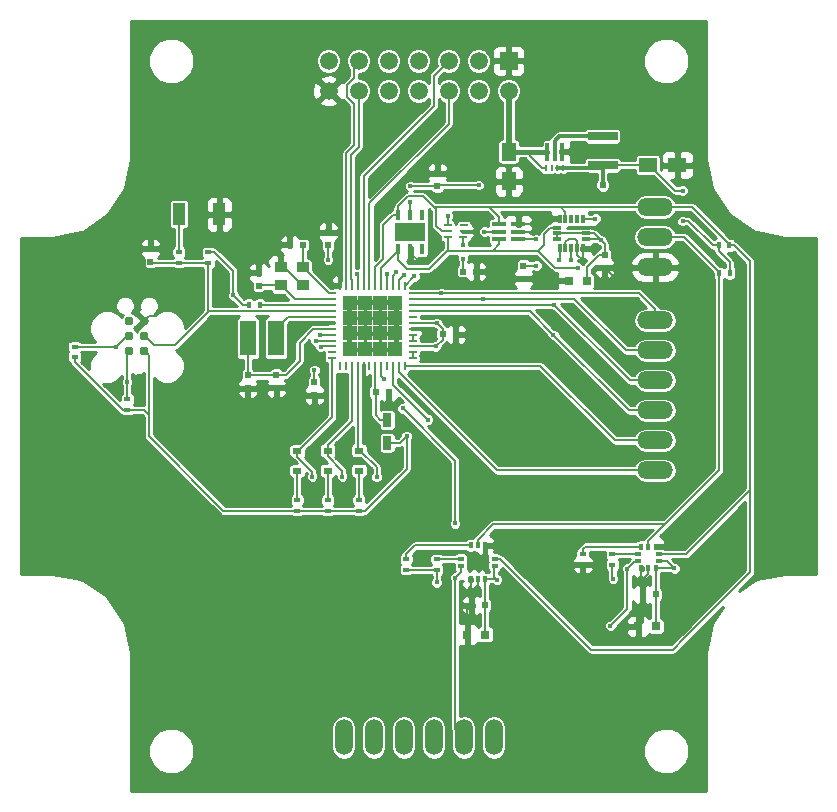
<source format=gbr>
G04 #@! TF.FileFunction,Copper,L1,Top,Signal*
%FSLAX46Y46*%
G04 Gerber Fmt 4.6, Leading zero omitted, Abs format (unit mm)*
G04 Created by KiCad (PCBNEW 4.0.4-stable) date 10/12/16 23:00:51*
%MOMM*%
%LPD*%
G01*
G04 APERTURE LIST*
%ADD10C,0.100000*%
%ADD11R,1.250000X1.500000*%
%ADD12R,1.500000X1.250000*%
%ADD13R,0.500000X0.600000*%
%ADD14R,0.600000X0.500000*%
%ADD15R,0.800000X0.750000*%
%ADD16R,2.500000X0.750000*%
%ADD17R,1.400000X3.000000*%
%ADD18R,0.400000X0.600000*%
%ADD19R,0.250000X0.600000*%
%ADD20O,0.250000X0.600000*%
%ADD21R,0.300000X1.500000*%
%ADD22R,0.700000X0.250000*%
%ADD23R,0.250000X0.700000*%
%ADD24R,1.287500X1.287500*%
%ADD25R,0.800000X0.250000*%
%ADD26R,0.650000X0.250000*%
%ADD27R,0.450000X0.850000*%
%ADD28R,2.500000X1.600000*%
%ADD29R,1.000000X0.950000*%
%ADD30R,0.350000X0.800000*%
%ADD31R,0.800000X0.350000*%
%ADD32R,1.300000X0.400000*%
%ADD33O,3.014980X1.506220*%
%ADD34R,0.800000X0.600000*%
%ADD35R,0.600000X0.400000*%
%ADD36R,1.498600X1.498600*%
%ADD37C,1.498600*%
%ADD38C,0.787400*%
%ADD39R,0.750000X1.200000*%
%ADD40R,0.550000X0.400000*%
%ADD41R,0.400000X0.550000*%
%ADD42O,1.506220X3.014980*%
%ADD43R,1.000000X1.900000*%
%ADD44C,0.406400*%
%ADD45C,0.609600*%
%ADD46C,0.406400*%
%ADD47C,0.203200*%
%ADD48C,0.508000*%
%ADD49C,0.304800*%
%ADD50C,0.125000*%
%ADD51C,0.254000*%
G04 APERTURE END LIST*
D10*
D11*
X134620000Y-80080800D03*
X134620000Y-82580800D03*
D12*
X146400200Y-81203800D03*
X148900200Y-81203800D03*
D13*
X119329200Y-87976800D03*
X119329200Y-86876800D03*
D14*
X129040800Y-95529400D03*
X130140800Y-95529400D03*
X117186800Y-87960200D03*
X116086800Y-87960200D03*
D13*
X118160800Y-99576800D03*
X118160800Y-100676800D03*
D14*
X123351200Y-100431600D03*
X124451200Y-100431600D03*
D13*
X113461800Y-91431200D03*
X113461800Y-90331200D03*
X112522000Y-99018000D03*
X112522000Y-100118000D03*
X114935000Y-98967200D03*
X114935000Y-100067200D03*
D14*
X130768000Y-90220800D03*
X131868000Y-90220800D03*
D13*
X142748000Y-88781800D03*
X142748000Y-89881800D03*
D15*
X141212000Y-91008200D03*
X139712000Y-91008200D03*
D13*
X135864600Y-89721600D03*
X135864600Y-90821600D03*
X128574800Y-82998400D03*
X128574800Y-81898400D03*
D16*
X142570200Y-81209600D03*
X142570200Y-78759600D03*
D17*
X114935000Y-95859600D03*
X112535000Y-95859600D03*
D18*
X112656200Y-93040200D03*
X113556200Y-93040200D03*
D19*
X137752200Y-81432400D03*
D20*
X138252200Y-81432400D03*
D21*
X137902200Y-80082400D03*
X138502200Y-80082400D03*
X139102200Y-80082400D03*
D20*
X138752200Y-81432400D03*
X139252200Y-81432400D03*
D22*
X119681600Y-92064600D03*
X119681600Y-92564600D03*
X119681600Y-93064600D03*
X119681600Y-93564600D03*
X119681600Y-94064600D03*
X119681600Y-94564600D03*
X119681600Y-95064600D03*
X119681600Y-95564600D03*
X119681600Y-96064600D03*
X119681600Y-96564600D03*
X119681600Y-97064600D03*
X119681600Y-97564600D03*
D23*
X120331600Y-98214600D03*
X120831600Y-98214600D03*
X121331600Y-98214600D03*
X121831600Y-98214600D03*
X122331600Y-98214600D03*
X122831600Y-98214600D03*
X123331600Y-98214600D03*
X123831600Y-98214600D03*
X124331600Y-98214600D03*
X124831600Y-98214600D03*
X125331600Y-98214600D03*
X125831600Y-98214600D03*
D22*
X126481600Y-97564600D03*
X126481600Y-97064600D03*
X126481600Y-96564600D03*
X126481600Y-96064600D03*
X126481600Y-95564600D03*
X126481600Y-95064600D03*
X126481600Y-94564600D03*
X126481600Y-94064600D03*
X126481600Y-93564600D03*
X126481600Y-93064600D03*
X126481600Y-92564600D03*
X126481600Y-92064600D03*
D23*
X125831600Y-91414600D03*
X125331600Y-91414600D03*
X124831600Y-91414600D03*
X124331600Y-91414600D03*
X123831600Y-91414600D03*
X123331600Y-91414600D03*
X122831600Y-91414600D03*
X122331600Y-91414600D03*
X121831600Y-91414600D03*
X121331600Y-91414600D03*
X120831600Y-91414600D03*
X120331600Y-91414600D03*
D24*
X125012850Y-96745850D03*
X125012850Y-95458350D03*
X125012850Y-94170850D03*
X125012850Y-92883350D03*
X123725350Y-96745850D03*
X123725350Y-95458350D03*
X123725350Y-94170850D03*
X123725350Y-92883350D03*
X122437850Y-96745850D03*
X122437850Y-95458350D03*
X122437850Y-94170850D03*
X122437850Y-92883350D03*
X121150350Y-96745850D03*
X121150350Y-95458350D03*
X121150350Y-94170850D03*
X121150350Y-92883350D03*
D25*
X130751235Y-87320865D03*
D26*
X130826235Y-86820865D03*
X130826235Y-86320865D03*
X129476235Y-86320865D03*
X129476235Y-86820865D03*
X129476235Y-87320865D03*
D27*
X125290435Y-88294065D03*
X126290435Y-88294065D03*
X127290435Y-88294065D03*
X127290435Y-85394065D03*
X126290435Y-85394065D03*
X125290435Y-85394065D03*
D28*
X126290435Y-86844065D03*
D29*
X117180800Y-89852200D03*
X115330800Y-89852200D03*
X115330800Y-91402200D03*
X117180800Y-91402200D03*
D30*
X140930235Y-88248665D03*
X140430235Y-88248665D03*
X139930235Y-88248665D03*
X139430235Y-88248665D03*
X138930235Y-88248665D03*
D31*
X138680235Y-86498665D03*
X138680235Y-87498665D03*
X138680235Y-86998665D03*
D30*
X138930235Y-85748665D03*
X139430235Y-85748665D03*
X139930235Y-85748665D03*
X140430235Y-85748665D03*
X140930235Y-85748665D03*
D31*
X141180235Y-86498665D03*
X141180235Y-86998665D03*
X141180235Y-87498665D03*
D32*
X135421635Y-86846265D03*
X133821635Y-86846265D03*
X135421635Y-86196265D03*
X135421635Y-87496265D03*
X133821635Y-87496265D03*
X133821635Y-86196265D03*
D33*
X147015200Y-84759800D03*
X147015200Y-87299800D03*
X147015200Y-89839800D03*
X147015200Y-94361000D03*
X147015200Y-96901000D03*
X147015200Y-99441000D03*
X147015200Y-101981000D03*
X147015200Y-104521000D03*
X147015200Y-107061000D03*
D34*
X116713000Y-105398200D03*
X116713000Y-107098200D03*
X119303800Y-105372800D03*
X119303800Y-107072800D03*
X121945400Y-105372800D03*
X121945400Y-107072800D03*
D35*
X116713000Y-109582800D03*
X116713000Y-110482800D03*
X119303800Y-109582800D03*
X119303800Y-110482800D03*
X121945400Y-109582800D03*
X121945400Y-110482800D03*
D18*
X152407200Y-88011000D03*
X153307200Y-88011000D03*
X153332600Y-90347800D03*
X152432600Y-90347800D03*
D36*
X134620000Y-72390000D03*
D37*
X134620000Y-74930000D03*
X132080000Y-72390000D03*
X132080000Y-74930000D03*
X129540000Y-72390000D03*
X129540000Y-74930000D03*
X127000000Y-72390000D03*
X127000000Y-74930000D03*
X124460000Y-72390000D03*
X124460000Y-74930000D03*
X121920000Y-72390000D03*
X121920000Y-74930000D03*
X119380000Y-72390000D03*
X119380000Y-74930000D03*
D38*
X103784400Y-96926400D03*
X103784400Y-95656400D03*
X103784400Y-94386400D03*
X102514400Y-94386400D03*
X102514400Y-95656400D03*
X102514400Y-96926400D03*
D39*
X124333000Y-102809000D03*
X124333000Y-104709000D03*
D15*
X147079400Y-120269000D03*
X145579400Y-120269000D03*
D14*
X147057200Y-117551200D03*
X145957200Y-117551200D03*
X132604600Y-118465600D03*
X131504600Y-118465600D03*
D15*
X132626800Y-120954800D03*
X131126800Y-120954800D03*
D35*
X102336600Y-101048400D03*
X102336600Y-101948400D03*
X97866200Y-97478000D03*
X97866200Y-96578000D03*
X125933200Y-115461200D03*
X125933200Y-114561200D03*
X128549400Y-115454000D03*
X128549400Y-114554000D03*
X140893800Y-115029400D03*
X140893800Y-114129400D03*
X143408400Y-115029400D03*
X143408400Y-114129400D03*
D40*
X147376400Y-114727000D03*
X147376400Y-114127000D03*
D41*
X147056400Y-113507000D03*
X146456400Y-113507000D03*
X145856400Y-113507000D03*
D40*
X145536400Y-114127000D03*
X145536400Y-114727000D03*
D41*
X145856400Y-115347000D03*
X146456400Y-115347000D03*
X147056400Y-115347000D03*
D42*
X120650000Y-129667000D03*
X123190000Y-129667000D03*
X125730000Y-129667000D03*
X128270000Y-129667000D03*
X130810000Y-129667000D03*
X133350000Y-129667000D03*
D13*
X104292400Y-89373800D03*
X104292400Y-88273800D03*
D35*
X109194600Y-88577000D03*
X109194600Y-89477000D03*
X106705400Y-89477000D03*
X106705400Y-88577000D03*
D43*
X110107200Y-85369400D03*
X106707200Y-85369400D03*
D40*
X133428800Y-115133400D03*
X133428800Y-114533400D03*
D41*
X132603800Y-113408400D03*
X132003800Y-113408400D03*
X131403800Y-113408400D03*
D40*
X130578800Y-114533400D03*
X130578800Y-115133400D03*
D41*
X131403800Y-116258400D03*
X132003800Y-116258400D03*
X132603800Y-116258400D03*
D44*
X134848600Y-101447600D03*
X133197600Y-101447600D03*
X131419600Y-101447600D03*
X101396800Y-100025200D03*
X110185200Y-92456000D03*
X120497600Y-102641400D03*
X118160800Y-102666800D03*
X140893800Y-116992400D03*
X133527800Y-113436400D03*
X148285200Y-112903000D03*
X103327200Y-99085400D03*
X103428800Y-100558600D03*
X98958400Y-97561400D03*
X106248200Y-92456000D03*
X127863600Y-78079600D03*
X126365000Y-79502000D03*
X125145800Y-80721200D03*
X123444000Y-82423000D03*
X122478800Y-80619600D03*
X123494800Y-77495400D03*
X143891000Y-91008200D03*
X137134600Y-90881200D03*
X130479800Y-78587600D03*
X130429000Y-81026000D03*
X142417800Y-86487000D03*
X127076200Y-89433400D03*
X113741200Y-98196400D03*
X109448600Y-98247200D03*
X143459200Y-94056200D03*
X142036800Y-95453200D03*
X140690600Y-96697800D03*
X140919200Y-89281000D03*
X114604800Y-92430600D03*
X114935000Y-101396800D03*
X112522000Y-101396800D03*
X120319800Y-89230200D03*
X136677400Y-95605600D03*
X140131800Y-80162400D03*
X125012850Y-92883350D03*
X123725350Y-92883350D03*
X122437850Y-92883350D03*
X121150350Y-92883350D03*
X121150350Y-94170850D03*
X122437850Y-94170850D03*
X125012850Y-94170850D03*
X123725350Y-94170850D03*
X123725350Y-95458350D03*
X122437850Y-95458350D03*
X121150350Y-95458350D03*
X121150350Y-96745850D03*
X122437850Y-96745850D03*
X123725350Y-96745850D03*
X125012850Y-96745850D03*
X125012850Y-95458350D03*
X136983835Y-86541465D03*
X131802235Y-86846265D03*
X131394200Y-95554800D03*
X127711200Y-95681800D03*
X116763800Y-94945200D03*
X149352000Y-85953600D03*
X125984000Y-104140000D03*
X128524000Y-116535200D03*
X133629400Y-116306600D03*
X143459200Y-116230400D03*
X148640800Y-115341400D03*
X149352000Y-83362800D03*
X118160800Y-98552000D03*
X119329200Y-89230200D03*
X130760835Y-89128600D03*
X136956800Y-89712800D03*
X126288800Y-82981800D03*
X132080000Y-82905600D03*
X111302800Y-92227400D03*
X128529200Y-94564600D03*
X128458800Y-96564600D03*
D45*
X142570200Y-82905600D03*
D44*
X141960600Y-85750400D03*
X142417800Y-87553800D03*
X126290435Y-84306265D03*
X136958435Y-87506665D03*
X130760835Y-87989265D03*
X124333000Y-90424000D03*
X121818400Y-90424000D03*
X118668800Y-95554800D03*
X125755400Y-90474800D03*
X101371400Y-96570800D03*
X118287800Y-96088200D03*
X102311200Y-99568000D03*
X118694200Y-96570800D03*
X140462000Y-89890600D03*
X128905000Y-92049600D03*
X129489200Y-85521800D03*
X132486400Y-92557600D03*
X132564235Y-86846265D03*
X138404600Y-95580200D03*
X139928600Y-89255600D03*
X138479800Y-93064600D03*
X138912600Y-89281000D03*
X126644400Y-90627200D03*
X125120400Y-90297000D03*
X117983000Y-107594400D03*
X120523000Y-107594400D03*
X123444000Y-107619800D03*
X143230600Y-120218200D03*
X127787400Y-102768400D03*
X144678400Y-115366800D03*
X130073400Y-111531400D03*
X125653800Y-101803200D03*
X124079000Y-99339400D03*
X130098800Y-116128800D03*
D46*
X137902200Y-80082400D02*
X136423400Y-80082400D01*
X136423400Y-80082400D02*
X134621600Y-80082400D01*
D47*
X137752200Y-81432400D02*
X137424000Y-81432400D01*
X137424000Y-81432400D02*
X136423400Y-80431800D01*
X136423400Y-80431800D02*
X136423400Y-80082400D01*
X134621600Y-80082400D02*
X134620000Y-80080800D01*
D48*
X134620000Y-74930000D02*
X134620000Y-80080800D01*
D47*
X137900600Y-80080800D02*
X137902200Y-80082400D01*
X133197600Y-101447600D02*
X134848600Y-101447600D01*
X131419600Y-101447600D02*
X133197600Y-101447600D01*
X118160800Y-100676800D02*
X118160800Y-102666800D01*
X139719898Y-87426800D02*
X140211570Y-87426800D01*
X140211570Y-87426800D02*
X140430235Y-87645465D01*
X140430235Y-87645465D02*
X140430235Y-88248665D01*
X139430235Y-88248665D02*
X139430235Y-87716463D01*
X139430235Y-87716463D02*
X139719898Y-87426800D01*
X140893800Y-115029400D02*
X140893800Y-116992400D01*
X132603800Y-113408400D02*
X133499800Y-113408400D01*
X133499800Y-113408400D02*
X133527800Y-113436400D01*
X131126800Y-120954800D02*
X131126800Y-118843400D01*
X131126800Y-118843400D02*
X131504600Y-118465600D01*
X131403800Y-116258400D02*
X131403800Y-117398800D01*
X132003800Y-116736600D02*
X131403800Y-117336600D01*
X131403800Y-117398800D02*
X131403800Y-118364800D01*
X132003800Y-116258400D02*
X132003800Y-116736600D01*
X131403800Y-117336600D02*
X131403800Y-117398800D01*
X131403800Y-118364800D02*
X131504600Y-118465600D01*
X147056400Y-113507000D02*
X147681200Y-113507000D01*
X147681200Y-113507000D02*
X148285200Y-112903000D01*
X145957200Y-117551200D02*
X145957200Y-119891200D01*
X145957200Y-119891200D02*
X145579400Y-120269000D01*
X145856400Y-115347000D02*
X145856400Y-116535200D01*
X145856400Y-116535200D02*
X145856400Y-117450400D01*
X146456400Y-115347000D02*
X146456400Y-115825200D01*
X146456400Y-115825200D02*
X145856400Y-116425200D01*
X145856400Y-116425200D02*
X145856400Y-116535200D01*
X145856400Y-117450400D02*
X145957200Y-117551200D01*
X103428800Y-100558600D02*
X103428800Y-99187000D01*
X103428800Y-99187000D02*
X103327200Y-99085400D01*
X103784400Y-94386400D02*
X104178099Y-93992701D01*
X104178099Y-93992701D02*
X104641648Y-93992701D01*
X104641648Y-93992701D02*
X106178349Y-92456000D01*
X106178349Y-92456000D02*
X106248200Y-92456000D01*
X126365000Y-79502000D02*
X127787400Y-78079600D01*
X127787400Y-78079600D02*
X127863600Y-78079600D01*
X125145800Y-80721200D02*
X126365000Y-79502000D01*
X123444000Y-82423000D02*
X125145800Y-80721200D01*
X123494800Y-77495400D02*
X123494800Y-79603600D01*
X123494800Y-79603600D02*
X122478800Y-80619600D01*
X142748000Y-89881800D02*
X142764600Y-89881800D01*
X142764600Y-89881800D02*
X143891000Y-91008200D01*
X135864600Y-90821600D02*
X137075000Y-90821600D01*
X137075000Y-90821600D02*
X137134600Y-90881200D01*
X128574800Y-81898400D02*
X129556600Y-81898400D01*
X129556600Y-81898400D02*
X130429000Y-81026000D01*
X141180235Y-86498665D02*
X142406135Y-86498665D01*
X142406135Y-86498665D02*
X142417800Y-86487000D01*
X138930235Y-85748665D02*
X137776635Y-85748665D01*
X137776635Y-85748665D02*
X136983835Y-86541465D01*
X126290435Y-88294065D02*
X126290435Y-88647635D01*
X126290435Y-88647635D02*
X127076200Y-89433400D01*
X115330800Y-89852200D02*
X115605800Y-89852200D01*
X115605800Y-89852200D02*
X117155800Y-91402200D01*
X117155800Y-91402200D02*
X117180800Y-91402200D01*
X112522000Y-101396800D02*
X109448600Y-98323400D01*
X109448600Y-98323400D02*
X109448600Y-98247200D01*
X140930235Y-88248665D02*
X140930235Y-89269965D01*
X140930235Y-89269965D02*
X140919200Y-89281000D01*
X140430235Y-88248665D02*
X140430235Y-88792035D01*
X140430235Y-88792035D02*
X140919200Y-89281000D01*
X114935000Y-100067200D02*
X114935000Y-101396800D01*
X112522000Y-100118000D02*
X112522000Y-101396800D01*
X112522000Y-100118000D02*
X112538600Y-100118000D01*
X120331600Y-91414600D02*
X120331600Y-89242000D01*
X120331600Y-89242000D02*
X120319800Y-89230200D01*
X139102200Y-80082400D02*
X140051800Y-80082400D01*
X140051800Y-80082400D02*
X140131800Y-80162400D01*
X125012850Y-94170850D02*
X125012850Y-95458350D01*
X125012850Y-92883350D02*
X125012850Y-94170850D01*
X123725350Y-92883350D02*
X123725350Y-94170850D01*
X122437850Y-92883350D02*
X123725350Y-92883350D01*
X121150350Y-92883350D02*
X122437850Y-92883350D01*
X121150350Y-94170850D02*
X121150350Y-92883350D01*
X121150350Y-94170850D02*
X122437850Y-94170850D01*
X121150350Y-94170850D02*
X121150350Y-95458350D01*
X121150350Y-95458350D02*
X122437850Y-95458350D01*
X122437850Y-94170850D02*
X122437850Y-95458350D01*
X123725350Y-95458350D02*
X122437850Y-95458350D01*
X123725350Y-95458350D02*
X125012850Y-95458350D01*
X123725350Y-96745850D02*
X123725350Y-95458350D01*
X123725350Y-96745850D02*
X125012850Y-96745850D01*
X122437850Y-96745850D02*
X123725350Y-96745850D01*
X121150350Y-96745850D02*
X122437850Y-96745850D01*
X135421635Y-86196265D02*
X136638635Y-86196265D01*
X136638635Y-86196265D02*
X136983835Y-86541465D01*
X135421635Y-86846265D02*
X136679035Y-86846265D01*
X136679035Y-86846265D02*
X136983835Y-86541465D01*
X130826235Y-86820865D02*
X131776835Y-86820865D01*
X131776835Y-86820865D02*
X131802235Y-86846265D01*
X130140800Y-95529400D02*
X131368800Y-95529400D01*
X131368800Y-95529400D02*
X131394200Y-95554800D01*
X126481600Y-95064600D02*
X127094000Y-95064600D01*
X127094000Y-95064600D02*
X127711200Y-95681800D01*
X119681600Y-94564600D02*
X117144400Y-94564600D01*
X117144400Y-94564600D02*
X116763800Y-94945200D01*
X152407200Y-88011000D02*
X151892000Y-88011000D01*
X149352000Y-85953600D02*
X149834600Y-85953600D01*
X149834600Y-85953600D02*
X151892000Y-88011000D01*
X109194600Y-88577000D02*
X109697800Y-88577000D01*
X109697800Y-88577000D02*
X111302800Y-90182000D01*
X111302800Y-90182000D02*
X111302800Y-91940032D01*
X111302800Y-91940032D02*
X111302800Y-92227400D01*
X138680235Y-87498665D02*
X138680235Y-86998665D01*
X125933200Y-115461200D02*
X128542200Y-115461200D01*
X104165400Y-104180400D02*
X104165400Y-102336600D01*
X103777200Y-101948400D02*
X104165400Y-102336600D01*
X104165400Y-102336600D02*
X104165400Y-101523800D01*
X102336600Y-101948400D02*
X103777200Y-101948400D01*
X116713000Y-110482800D02*
X110467800Y-110482800D01*
X110467800Y-110482800D02*
X104165400Y-104180400D01*
X128549400Y-115454000D02*
X128549400Y-116509800D01*
X128549400Y-116509800D02*
X128524000Y-116535200D01*
X128542200Y-115461200D02*
X128549400Y-115454000D01*
X133403800Y-115133400D02*
X133403800Y-116081000D01*
X133403800Y-116081000D02*
X133629400Y-116306600D01*
X132603800Y-116258400D02*
X133581200Y-116258400D01*
X133581200Y-116258400D02*
X133629400Y-116306600D01*
X132604600Y-118465600D02*
X132604600Y-120932600D01*
X132604600Y-120932600D02*
X132626800Y-120954800D01*
X132603800Y-116258400D02*
X132603800Y-118464800D01*
X132603800Y-118464800D02*
X132604600Y-118465600D01*
X143408400Y-115029400D02*
X143408400Y-116179600D01*
X143408400Y-116179600D02*
X143459200Y-116230400D01*
X147376400Y-114727000D02*
X148026400Y-114727000D01*
X148026400Y-114727000D02*
X148640800Y-115341400D01*
X147056400Y-115347000D02*
X148635200Y-115347000D01*
X148635200Y-115347000D02*
X148640800Y-115341400D01*
X147057200Y-117551200D02*
X147057200Y-120246800D01*
X147057200Y-120246800D02*
X147079400Y-120269000D01*
X147056400Y-115347000D02*
X147056400Y-117550400D01*
X147056400Y-117550400D02*
X147057200Y-117551200D01*
X146525200Y-81203800D02*
X148684200Y-83362800D01*
X148684200Y-83362800D02*
X149352000Y-83362800D01*
X152407200Y-88011000D02*
X152407200Y-88514200D01*
X152407200Y-88514200D02*
X153332600Y-89439600D01*
X153332600Y-89439600D02*
X153332600Y-90347800D01*
X97866200Y-97478000D02*
X97866200Y-97881200D01*
X97866200Y-97881200D02*
X101933400Y-101948400D01*
X101933400Y-101948400D02*
X102336600Y-101948400D01*
X125984000Y-104140000D02*
X125984000Y-104775000D01*
X125984000Y-104140000D02*
X125415000Y-104709000D01*
X125415000Y-104709000D02*
X124333000Y-104709000D01*
X125984000Y-104775000D02*
X125984000Y-106638600D01*
X146400200Y-81203800D02*
X146525200Y-81203800D01*
X142570200Y-81209600D02*
X146394400Y-81209600D01*
X146394400Y-81209600D02*
X146400200Y-81203800D01*
X118160800Y-98552000D02*
X118160800Y-99576800D01*
X119329200Y-89230200D02*
X119329200Y-87976800D01*
X142748000Y-88781800D02*
X142748000Y-87884000D01*
X142748000Y-87884000D02*
X142417800Y-87553800D01*
X141212000Y-91008200D02*
X141212000Y-89864600D01*
X141212000Y-89864600D02*
X142294800Y-88781800D01*
X142294800Y-88781800D02*
X142748000Y-88781800D01*
X130760835Y-89128600D02*
X130760835Y-90213635D01*
X130760835Y-90213635D02*
X130768000Y-90220800D01*
X136956800Y-89712800D02*
X135873400Y-89712800D01*
X135873400Y-89712800D02*
X135864600Y-89721600D01*
X153307200Y-90322400D02*
X153332600Y-90347800D01*
X116713000Y-110482800D02*
X119303800Y-110482800D01*
X121945400Y-110482800D02*
X119303800Y-110482800D01*
X121945400Y-110482800D02*
X122448600Y-110482800D01*
X122448600Y-110482800D02*
X125984000Y-106947400D01*
X125984000Y-106947400D02*
X125984000Y-106638600D01*
X116738400Y-110508200D02*
X116713000Y-110482800D01*
X119372800Y-110577200D02*
X119303800Y-110508200D01*
X122045400Y-110577200D02*
X121945400Y-110577200D01*
X126288800Y-82981800D02*
X128558200Y-82981800D01*
X128558200Y-82981800D02*
X128574800Y-82998400D01*
X132080000Y-82905600D02*
X128667600Y-82905600D01*
X128667600Y-82905600D02*
X128574800Y-82998400D01*
X103784400Y-96926400D02*
X104178099Y-97320099D01*
X104178099Y-97320099D02*
X104178099Y-101511101D01*
X104178099Y-101511101D02*
X104165400Y-101523800D01*
D49*
X142570200Y-81209600D02*
X142570200Y-82905600D01*
X139252200Y-81432400D02*
X142347400Y-81432400D01*
X142347400Y-81432400D02*
X142570200Y-81209600D01*
D47*
X140930235Y-85748665D02*
X141958865Y-85748665D01*
X141958865Y-85748665D02*
X141960600Y-85750400D01*
X141180235Y-86998665D02*
X141862665Y-86998665D01*
X141862665Y-86998665D02*
X142417800Y-87553800D01*
X141180235Y-87498665D02*
X142362665Y-87498665D01*
X142362665Y-87498665D02*
X142417800Y-87553800D01*
X146191200Y-81209600D02*
X146197000Y-81203800D01*
D49*
X138752200Y-81432400D02*
X139252200Y-81432400D01*
D47*
X126290435Y-85394065D02*
X126290435Y-84306265D01*
X141180235Y-86998665D02*
X140577035Y-86998665D01*
X140577035Y-86998665D02*
X138680235Y-86998665D01*
X135421635Y-87496265D02*
X136948035Y-87496265D01*
X136948035Y-87496265D02*
X136958435Y-87506665D01*
X130751235Y-87320865D02*
X130751235Y-87979665D01*
X130751235Y-87979665D02*
X130760835Y-87989265D01*
X112656200Y-93040200D02*
X112115600Y-93040200D01*
X112115600Y-93040200D02*
X111302800Y-92227400D01*
X124331600Y-91414600D02*
X124331600Y-90425400D01*
X124331600Y-90425400D02*
X124333000Y-90424000D01*
X121831600Y-91414600D02*
X121831600Y-90437200D01*
X121831600Y-90437200D02*
X121818400Y-90424000D01*
X126481600Y-94564600D02*
X128529200Y-94564600D01*
X128529200Y-94564600D02*
X129040800Y-95076200D01*
X129040800Y-95076200D02*
X129040800Y-95529400D01*
X126481600Y-96564600D02*
X128458800Y-96564600D01*
X128458800Y-96564600D02*
X129040800Y-95982600D01*
X129040800Y-95982600D02*
X129040800Y-95529400D01*
X119681600Y-95564600D02*
X118678600Y-95564600D01*
X118678600Y-95564600D02*
X118668800Y-95554800D01*
X117180800Y-89852200D02*
X117205800Y-89852200D01*
X117205800Y-89852200D02*
X119418200Y-92064600D01*
X119418200Y-92064600D02*
X119681600Y-92064600D01*
X117180800Y-89852200D02*
X117365600Y-89852200D01*
X117186800Y-87960200D02*
X117186800Y-89846200D01*
X115330800Y-91402200D02*
X115355800Y-91402200D01*
X115355800Y-91402200D02*
X116518200Y-92564600D01*
X116518200Y-92564600D02*
X116950000Y-92564600D01*
X119681600Y-92564600D02*
X116950000Y-92564600D01*
X115330800Y-91402200D02*
X113490800Y-91402200D01*
D49*
X138502200Y-80082400D02*
X138502200Y-79129200D01*
X141117000Y-78759600D02*
X142570200Y-78759600D01*
X138502200Y-79129200D02*
X138871800Y-78759600D01*
X138871800Y-78759600D02*
X141117000Y-78759600D01*
D47*
X119681600Y-93064600D02*
X113580600Y-93064600D01*
X113580600Y-93064600D02*
X113556200Y-93040200D01*
X119680600Y-93065600D02*
X119681600Y-93064600D01*
X122331600Y-91414600D02*
X122331600Y-82138400D01*
X122331600Y-82138400D02*
X128270000Y-76200000D01*
X128270000Y-73660000D02*
X128270000Y-76200000D01*
X129540000Y-72390000D02*
X128270000Y-73660000D01*
X129540000Y-74930000D02*
X129540000Y-77749400D01*
X129540000Y-77749400D02*
X122831600Y-84457800D01*
X122831600Y-84457800D02*
X122831600Y-91414600D01*
X125331600Y-91414600D02*
X125331600Y-90898600D01*
X125331600Y-90898600D02*
X125755400Y-90474800D01*
X120916699Y-74448415D02*
X121536800Y-73828314D01*
X120831600Y-91414600D02*
X120831600Y-90889600D01*
X121536800Y-73828314D02*
X121536800Y-72773200D01*
X120831600Y-90889600D02*
X120890000Y-90831200D01*
X120890000Y-90831200D02*
X120890000Y-80158864D01*
X120890000Y-80158864D02*
X121536800Y-79512064D01*
X121536800Y-79512064D02*
X121536800Y-76031686D01*
X121536800Y-76031686D02*
X120916699Y-75411585D01*
X121536800Y-72773200D02*
X121920000Y-72390000D01*
X120916699Y-75411585D02*
X120916699Y-74448415D01*
D50*
X121615000Y-72695000D02*
X121920000Y-72390000D01*
D47*
X121920000Y-75313200D02*
X121920000Y-74930000D01*
X121273200Y-80362238D02*
X121920000Y-79715438D01*
X121920000Y-79715438D02*
X121920000Y-75313200D01*
X121331600Y-91414600D02*
X121331600Y-90889600D01*
X121331600Y-90889600D02*
X121273200Y-90831200D01*
X121273200Y-90831200D02*
X121273200Y-80362238D01*
D50*
X121920000Y-75235000D02*
X121920000Y-74930000D01*
D47*
X106705400Y-89477000D02*
X104395600Y-89477000D01*
X104395600Y-89477000D02*
X104292400Y-89373800D01*
X106705400Y-89477000D02*
X109194600Y-89477000D01*
X109194600Y-89477000D02*
X109194600Y-93538854D01*
X109194600Y-93538854D02*
X109249947Y-93594201D01*
X109249947Y-93594201D02*
X109245400Y-93589654D01*
X118271400Y-93564600D02*
X118241799Y-93594201D01*
X104590851Y-96462851D02*
X104178099Y-96050099D01*
X118241799Y-93594201D02*
X109249947Y-93594201D01*
X109249947Y-93594201D02*
X106381297Y-96462851D01*
X106381297Y-96462851D02*
X104590851Y-96462851D01*
X104178099Y-96050099D02*
X103784400Y-95656400D01*
X119681600Y-93564600D02*
X118271400Y-93564600D01*
X97866200Y-96578000D02*
X101364200Y-96578000D01*
X101364200Y-96578000D02*
X101371400Y-96570800D01*
X102514400Y-95656400D02*
X102285800Y-95656400D01*
X102285800Y-95656400D02*
X101371400Y-96570800D01*
X119681600Y-96064600D02*
X118311400Y-96064600D01*
X118311400Y-96064600D02*
X118287800Y-96088200D01*
X102311200Y-99568000D02*
X102311200Y-101023000D01*
X102311200Y-101023000D02*
X102336600Y-101048400D01*
X102311200Y-99568000D02*
X102311200Y-97129600D01*
X102311200Y-97129600D02*
X102514400Y-96926400D01*
X119681600Y-96564600D02*
X118700400Y-96564600D01*
X118700400Y-96564600D02*
X118694200Y-96570800D01*
X126481600Y-97064600D02*
X126481600Y-97564600D01*
X126481600Y-95564600D02*
X126481600Y-96064600D01*
X147853400Y-111631800D02*
X152432600Y-107052600D01*
X146456400Y-113028800D02*
X147853400Y-111631800D01*
X132003800Y-112930200D02*
X132003800Y-113408400D01*
X147853400Y-111631800D02*
X133302200Y-111631800D01*
X133302200Y-111631800D02*
X132003800Y-112930200D01*
X152432600Y-90347800D02*
X152432600Y-106857800D01*
X146456400Y-113507000D02*
X146456400Y-113028800D01*
X152432600Y-107052600D02*
X152432600Y-106857800D01*
X138575068Y-89890600D02*
X140462000Y-89890600D01*
X147015200Y-87299800D02*
X149484600Y-87299800D01*
X149484600Y-87299800D02*
X152432600Y-90247800D01*
X152432600Y-90247800D02*
X152432600Y-90347800D01*
X126009400Y-89966800D02*
X127914400Y-89966800D01*
X125290435Y-88294065D02*
X125290435Y-89247835D01*
X125290435Y-89247835D02*
X126009400Y-89966800D01*
X123831600Y-91414600D02*
X123831600Y-89952900D01*
X123831600Y-89952900D02*
X125290435Y-88494065D01*
X125290435Y-88494065D02*
X125290435Y-88294065D01*
X138575068Y-89890600D02*
X137130934Y-88446466D01*
X129434734Y-88446466D02*
X133248400Y-88446466D01*
X133248400Y-88446466D02*
X137130934Y-88446466D01*
X133821635Y-87496265D02*
X133821635Y-87899465D01*
X133821635Y-87899465D02*
X133274634Y-88446466D01*
X133274634Y-88446466D02*
X133248400Y-88446466D01*
X129476235Y-87320865D02*
X129476235Y-88404965D01*
X129476235Y-88404965D02*
X129434734Y-88446466D01*
X127914400Y-89966800D02*
X129434734Y-88446466D01*
X137130934Y-88446466D02*
X137591800Y-87985600D01*
X137591800Y-87985600D02*
X137591800Y-87054898D01*
X137591800Y-87054898D02*
X138148033Y-86498665D01*
X138148033Y-86498665D02*
X138680235Y-86498665D01*
X129276235Y-87320865D02*
X129476235Y-87320865D01*
X133403800Y-114533400D02*
X133882000Y-114533400D01*
X133882000Y-114533400D02*
X141573400Y-122224800D01*
X141573400Y-122224800D02*
X148539200Y-122224800D01*
X148539200Y-122224800D02*
X149504400Y-121259600D01*
X149652000Y-121112000D02*
X149504400Y-121259600D01*
X155067000Y-108712000D02*
X155067000Y-115697000D01*
X155067000Y-115697000D02*
X149504400Y-121259600D01*
X155067000Y-108712000D02*
X149652000Y-114127000D01*
X149652000Y-114127000D02*
X147376400Y-114127000D01*
X155067000Y-89367600D02*
X155067000Y-108712000D01*
X153307200Y-88011000D02*
X153710400Y-88011000D01*
X153710400Y-88011000D02*
X155067000Y-89367600D01*
X147015200Y-84759800D02*
X150156000Y-84759800D01*
X150156000Y-84759800D02*
X153307200Y-87911000D01*
X153307200Y-87911000D02*
X153307200Y-88011000D01*
X139044570Y-84759800D02*
X144907000Y-84759800D01*
X144907000Y-84759800D02*
X147015200Y-84759800D01*
X127359264Y-83849064D02*
X128270000Y-84759800D01*
X128270000Y-84759800D02*
X132969000Y-84759800D01*
X132969000Y-84759800D02*
X139044570Y-84759800D01*
X133821635Y-86196265D02*
X133821635Y-85612435D01*
X133821635Y-85612435D02*
X132969000Y-84759800D01*
X128474835Y-86347665D02*
X128474835Y-84964635D01*
X128474835Y-84964635D02*
X128270000Y-84759800D01*
X125290435Y-85394065D02*
X125290435Y-84629607D01*
X125290435Y-84629607D02*
X126070978Y-83849064D01*
X126070978Y-83849064D02*
X127359264Y-83849064D01*
X139044570Y-84759800D02*
X139430235Y-85145465D01*
X139430235Y-85145465D02*
X139430235Y-85748665D01*
X123977400Y-89154000D02*
X123977400Y-86278900D01*
X123977400Y-86278900D02*
X124862235Y-85394065D01*
X124862235Y-85394065D02*
X125290435Y-85394065D01*
X123331600Y-89799800D02*
X123977400Y-89154000D01*
X123331600Y-91414600D02*
X123331600Y-89799800D01*
X129476235Y-86820865D02*
X128948035Y-86820865D01*
X128948035Y-86820865D02*
X128474835Y-86347665D01*
X123351200Y-100431600D02*
X123351200Y-102405400D01*
X123351200Y-102405400D02*
X123754800Y-102809000D01*
X123754800Y-102809000D02*
X124333000Y-102809000D01*
X123331600Y-98214600D02*
X123331600Y-100412000D01*
X123331600Y-100412000D02*
X123351200Y-100431600D01*
X119681600Y-95064600D02*
X118092200Y-95064600D01*
X118092200Y-95064600D02*
X116916200Y-96240600D01*
X116916200Y-96240600D02*
X116916200Y-97815400D01*
X116916200Y-97815400D02*
X115764400Y-98967200D01*
X115764400Y-98967200D02*
X114935000Y-98967200D01*
X112522000Y-99018000D02*
X114884200Y-99018000D01*
X114884200Y-99018000D02*
X114935000Y-98967200D01*
X112535000Y-95859600D02*
X112535000Y-99005000D01*
X112535000Y-99005000D02*
X112522000Y-99018000D01*
X119681600Y-94064600D02*
X115930000Y-94064600D01*
X115930000Y-94064600D02*
X114935000Y-95059600D01*
X114935000Y-95059600D02*
X114935000Y-95859600D01*
X128905000Y-92049600D02*
X145660110Y-92049600D01*
X145660110Y-92049600D02*
X147015200Y-93404690D01*
X147015200Y-93404690D02*
X147015200Y-94361000D01*
X128905000Y-92049600D02*
X126496600Y-92049600D01*
X126496600Y-92049600D02*
X126481600Y-92064600D01*
X129476235Y-86320865D02*
X129476235Y-85534765D01*
X129476235Y-85534765D02*
X129489200Y-85521800D01*
X132486400Y-92557600D02*
X138649458Y-92557600D01*
X138649458Y-92557600D02*
X138656458Y-92564600D01*
X138656458Y-92564600D02*
X140189600Y-92564600D01*
X140189600Y-92564600D02*
X144526000Y-96901000D01*
X144526000Y-96901000D02*
X147015200Y-96901000D01*
X132486400Y-92557600D02*
X126488600Y-92557600D01*
X126488600Y-92557600D02*
X126481600Y-92564600D01*
X133821635Y-86846265D02*
X132564235Y-86846265D01*
X136389000Y-93564600D02*
X138404600Y-95580200D01*
X138404600Y-95580200D02*
X144805400Y-101981000D01*
X144805400Y-101981000D02*
X147015200Y-101981000D01*
X139930235Y-88248665D02*
X139930235Y-89253965D01*
X139930235Y-89253965D02*
X139928600Y-89255600D01*
X126481600Y-93564600D02*
X136389000Y-93564600D01*
X144856200Y-99441000D02*
X147015200Y-99441000D01*
X138930235Y-88248665D02*
X138930235Y-89263365D01*
X138930235Y-89263365D02*
X138912600Y-89281000D01*
X138479800Y-93064600D02*
X144856200Y-99441000D01*
X126481600Y-93064600D02*
X138479800Y-93064600D01*
X126644400Y-90627200D02*
X126619000Y-90627200D01*
X126619000Y-90627200D02*
X125831600Y-91414600D01*
X124831600Y-91414600D02*
X124831600Y-90585800D01*
X124831600Y-90585800D02*
X125120400Y-90297000D01*
X116713000Y-105398200D02*
X116713000Y-105901400D01*
X116713000Y-105901400D02*
X117983000Y-107171400D01*
X117983000Y-107171400D02*
X117983000Y-107594400D01*
X119681600Y-97564600D02*
X119681600Y-102529600D01*
X119681600Y-102529600D02*
X116813000Y-105398200D01*
X116813000Y-105398200D02*
X116713000Y-105398200D01*
X119681600Y-97564600D02*
X119456600Y-97564600D01*
X116713000Y-109582800D02*
X116713000Y-107098200D01*
X119303800Y-105372800D02*
X119303800Y-105876000D01*
X119303800Y-105876000D02*
X120523000Y-107095200D01*
X120523000Y-107095200D02*
X120523000Y-107594400D01*
X119303800Y-105372800D02*
X119303800Y-104869600D01*
X119303800Y-104869600D02*
X121331600Y-102841800D01*
X121331600Y-102841800D02*
X121331600Y-98767800D01*
X121331600Y-98767800D02*
X121331600Y-98214600D01*
X119303800Y-109582800D02*
X119303800Y-107072800D01*
X119303800Y-107072800D02*
X119303800Y-107576000D01*
X121945400Y-105372800D02*
X122045400Y-105372800D01*
X122045400Y-105372800D02*
X123444000Y-106771400D01*
X123444000Y-106771400D02*
X123444000Y-107619800D01*
X121831600Y-98214600D02*
X121831600Y-105259000D01*
X121831600Y-105259000D02*
X121945400Y-105372800D01*
X121945400Y-109582800D02*
X121945400Y-109179600D01*
X121945400Y-109179600D02*
X121945400Y-107072800D01*
X137279800Y-98214600D02*
X143586200Y-104521000D01*
X143586200Y-104521000D02*
X147015200Y-104521000D01*
X125831600Y-98214600D02*
X137279800Y-98214600D01*
X125331600Y-98214600D02*
X125331600Y-98767800D01*
X125331600Y-98767800D02*
X133624800Y-107061000D01*
X133624800Y-107061000D02*
X145304510Y-107061000D01*
X145304510Y-107061000D02*
X147015200Y-107061000D01*
X131403800Y-113408400D02*
X126682800Y-113408400D01*
X126682800Y-113408400D02*
X125933200Y-114158000D01*
X125933200Y-114158000D02*
X125933200Y-114561200D01*
X130578800Y-114533400D02*
X128570000Y-114533400D01*
X128570000Y-114533400D02*
X128549400Y-114554000D01*
X130583200Y-114554000D02*
X130603800Y-114533400D01*
X140843000Y-114180200D02*
X140893800Y-114129400D01*
X145856400Y-113507000D02*
X141113000Y-113507000D01*
X141113000Y-113507000D02*
X140893800Y-113726200D01*
X140893800Y-113726200D02*
X140893800Y-114129400D01*
X145536400Y-114127000D02*
X143410800Y-114127000D01*
X143410800Y-114127000D02*
X143408400Y-114129400D01*
X144678400Y-115366800D02*
X144678400Y-118770400D01*
X144678400Y-118770400D02*
X143230600Y-120218200D01*
X124831600Y-98214600D02*
X124831600Y-99804798D01*
X124831600Y-99804798D02*
X127787400Y-102760598D01*
X127787400Y-102760598D02*
X127787400Y-102768400D01*
X145536400Y-114727000D02*
X145318200Y-114727000D01*
X145318200Y-114727000D02*
X144678400Y-115366800D01*
X130098800Y-116128800D02*
X130098800Y-128955800D01*
X130098800Y-128955800D02*
X130810000Y-129667000D01*
X130073400Y-111531400D02*
X130073400Y-106222800D01*
X130073400Y-106222800D02*
X129921000Y-106070400D01*
X125653800Y-101803200D02*
X129921000Y-106070400D01*
X123831600Y-98214600D02*
X123831600Y-99092000D01*
X123831600Y-99092000D02*
X124079000Y-99339400D01*
X130603800Y-115133400D02*
X130603800Y-115623800D01*
X130603800Y-115623800D02*
X130098800Y-116128800D01*
X106707200Y-85369400D02*
X106707200Y-88575200D01*
X106707200Y-88575200D02*
X106705400Y-88577000D01*
D51*
G36*
X151359800Y-80645000D02*
X151367586Y-80684143D01*
X151367586Y-80724051D01*
X151850951Y-83154090D01*
X151850951Y-83154091D01*
X151868955Y-83197557D01*
X151911453Y-83300156D01*
X151911454Y-83300157D01*
X153287961Y-85360245D01*
X153399755Y-85472039D01*
X155459842Y-86848546D01*
X155459843Y-86848547D01*
X155605909Y-86909049D01*
X158035949Y-87392414D01*
X158075857Y-87392414D01*
X158115000Y-87400200D01*
X160630800Y-87400200D01*
X160630800Y-115799800D01*
X158115000Y-115799800D01*
X158075857Y-115807586D01*
X158035949Y-115807586D01*
X155605909Y-116290951D01*
X155459843Y-116351453D01*
X154143956Y-117230702D01*
X155372326Y-116002331D01*
X155372329Y-116002329D01*
X155465931Y-115862243D01*
X155498800Y-115697000D01*
X155498800Y-89367600D01*
X155465931Y-89202357D01*
X155372329Y-89062271D01*
X154015729Y-87705671D01*
X153875643Y-87612069D01*
X153823294Y-87601656D01*
X153820844Y-87588635D01*
X153748527Y-87476251D01*
X153638183Y-87400856D01*
X153507200Y-87374331D01*
X153381189Y-87374331D01*
X150461329Y-84454471D01*
X150408841Y-84419400D01*
X150321243Y-84360869D01*
X150156000Y-84328000D01*
X148794914Y-84328000D01*
X148571598Y-83993784D01*
X148220147Y-83758952D01*
X147805582Y-83676490D01*
X146224818Y-83676490D01*
X145810253Y-83758952D01*
X145458802Y-83993784D01*
X145235486Y-84328000D01*
X128448858Y-84328000D01*
X127664593Y-83543735D01*
X127641108Y-83528043D01*
X127524507Y-83450133D01*
X127359264Y-83417264D01*
X126607576Y-83417264D01*
X126611246Y-83413600D01*
X128009808Y-83413600D01*
X128011156Y-83420765D01*
X128083473Y-83533149D01*
X128193817Y-83608544D01*
X128324800Y-83635069D01*
X128824800Y-83635069D01*
X128947165Y-83612044D01*
X129059549Y-83539727D01*
X129134944Y-83429383D01*
X129153571Y-83337400D01*
X131757363Y-83337400D01*
X131777459Y-83357531D01*
X131973435Y-83438907D01*
X132185634Y-83439092D01*
X132381752Y-83358058D01*
X132531931Y-83208141D01*
X132613307Y-83012165D01*
X132613433Y-82866550D01*
X133360000Y-82866550D01*
X133360000Y-83457109D01*
X133456673Y-83690498D01*
X133635301Y-83869127D01*
X133868690Y-83965800D01*
X134334250Y-83965800D01*
X134493000Y-83807050D01*
X134493000Y-82707800D01*
X134747000Y-82707800D01*
X134747000Y-83807050D01*
X134905750Y-83965800D01*
X135371310Y-83965800D01*
X135604699Y-83869127D01*
X135783327Y-83690498D01*
X135880000Y-83457109D01*
X135880000Y-82866550D01*
X135721250Y-82707800D01*
X134747000Y-82707800D01*
X134493000Y-82707800D01*
X133518750Y-82707800D01*
X133360000Y-82866550D01*
X132613433Y-82866550D01*
X132613492Y-82799966D01*
X132532458Y-82603848D01*
X132382541Y-82453669D01*
X132186565Y-82372293D01*
X131974366Y-82372108D01*
X131778248Y-82453142D01*
X131757554Y-82473800D01*
X129398044Y-82473800D01*
X129459800Y-82324709D01*
X129459800Y-82184150D01*
X129301050Y-82025400D01*
X128699800Y-82025400D01*
X128699800Y-82045400D01*
X128449800Y-82045400D01*
X128449800Y-82025400D01*
X127848550Y-82025400D01*
X127689800Y-82184150D01*
X127689800Y-82324709D01*
X127783119Y-82550000D01*
X126611437Y-82550000D01*
X126591341Y-82529869D01*
X126395365Y-82448493D01*
X126183166Y-82448308D01*
X125987048Y-82529342D01*
X125836869Y-82679259D01*
X125755493Y-82875235D01*
X125755308Y-83087434D01*
X125836342Y-83283552D01*
X125986259Y-83433731D01*
X125986885Y-83433991D01*
X125905735Y-83450133D01*
X125765649Y-83543735D01*
X125765647Y-83543738D01*
X124985106Y-84324278D01*
X124891504Y-84464364D01*
X124858635Y-84629607D01*
X124858635Y-84709753D01*
X124830686Y-84727738D01*
X124755291Y-84838082D01*
X124728766Y-84969065D01*
X124728766Y-84988813D01*
X124696993Y-84995133D01*
X124696991Y-84995134D01*
X124696992Y-84995134D01*
X124556906Y-85088736D01*
X124556904Y-85088739D01*
X123672071Y-85973571D01*
X123578469Y-86113657D01*
X123545600Y-86278900D01*
X123545600Y-88975142D01*
X123263400Y-89257342D01*
X123263400Y-84636658D01*
X126427967Y-81472091D01*
X127689800Y-81472091D01*
X127689800Y-81612650D01*
X127848550Y-81771400D01*
X128449800Y-81771400D01*
X128449800Y-81122150D01*
X128699800Y-81122150D01*
X128699800Y-81771400D01*
X129301050Y-81771400D01*
X129367959Y-81704491D01*
X133360000Y-81704491D01*
X133360000Y-82295050D01*
X133518750Y-82453800D01*
X134493000Y-82453800D01*
X134493000Y-81354550D01*
X134747000Y-81354550D01*
X134747000Y-82453800D01*
X135721250Y-82453800D01*
X135880000Y-82295050D01*
X135880000Y-81704491D01*
X135783327Y-81471102D01*
X135604699Y-81292473D01*
X135371310Y-81195800D01*
X134905750Y-81195800D01*
X134747000Y-81354550D01*
X134493000Y-81354550D01*
X134334250Y-81195800D01*
X133868690Y-81195800D01*
X133635301Y-81292473D01*
X133456673Y-81471102D01*
X133360000Y-81704491D01*
X129367959Y-81704491D01*
X129459800Y-81612650D01*
X129459800Y-81472091D01*
X129363127Y-81238702D01*
X129184499Y-81060073D01*
X128951110Y-80963400D01*
X128858550Y-80963400D01*
X128699800Y-81122150D01*
X128449800Y-81122150D01*
X128291050Y-80963400D01*
X128198490Y-80963400D01*
X127965101Y-81060073D01*
X127786473Y-81238702D01*
X127689800Y-81472091D01*
X126427967Y-81472091D01*
X129845329Y-78054729D01*
X129938931Y-77914643D01*
X129971800Y-77749400D01*
X129971800Y-75919605D01*
X130150689Y-75845689D01*
X130454622Y-75542286D01*
X130619313Y-75145668D01*
X130619314Y-75143784D01*
X131000313Y-75143784D01*
X131164311Y-75540689D01*
X131467714Y-75844622D01*
X131864332Y-76009313D01*
X132293784Y-76009687D01*
X132690689Y-75845689D01*
X132994622Y-75542286D01*
X133159313Y-75145668D01*
X133159314Y-75143784D01*
X133540313Y-75143784D01*
X133704311Y-75540689D01*
X134007714Y-75844622D01*
X134035800Y-75856284D01*
X134035800Y-78994131D01*
X133995000Y-78994131D01*
X133872635Y-79017156D01*
X133760251Y-79089473D01*
X133684856Y-79199817D01*
X133658331Y-79330800D01*
X133658331Y-80830800D01*
X133681356Y-80953165D01*
X133753673Y-81065549D01*
X133864017Y-81140944D01*
X133995000Y-81167469D01*
X135245000Y-81167469D01*
X135367365Y-81144444D01*
X135479749Y-81072127D01*
X135555144Y-80961783D01*
X135581669Y-80830800D01*
X135581669Y-80615800D01*
X136037002Y-80615800D01*
X136109333Y-80724051D01*
X136118071Y-80737129D01*
X137118671Y-81737729D01*
X137258757Y-81831331D01*
X137311106Y-81841744D01*
X137313556Y-81854765D01*
X137385873Y-81967149D01*
X137496217Y-82042544D01*
X137627200Y-82069069D01*
X137877200Y-82069069D01*
X137999565Y-82046044D01*
X138043905Y-82017512D01*
X138078003Y-82040296D01*
X138252200Y-82074946D01*
X138426397Y-82040296D01*
X138502200Y-81989646D01*
X138578003Y-82040296D01*
X138752200Y-82074946D01*
X138926397Y-82040296D01*
X139002200Y-81989646D01*
X139078003Y-82040296D01*
X139252200Y-82074946D01*
X139426397Y-82040296D01*
X139574075Y-81941621D01*
X139591863Y-81915000D01*
X141289243Y-81915000D01*
X141320200Y-81921269D01*
X142087600Y-81921269D01*
X142087600Y-82490116D01*
X142032187Y-82545432D01*
X141935311Y-82778737D01*
X141935090Y-83031355D01*
X142031560Y-83264828D01*
X142210032Y-83443613D01*
X142443337Y-83540489D01*
X142695955Y-83540710D01*
X142929428Y-83444240D01*
X143108213Y-83265768D01*
X143205089Y-83032463D01*
X143205310Y-82779845D01*
X143108840Y-82546372D01*
X143052800Y-82490234D01*
X143052800Y-81921269D01*
X143820200Y-81921269D01*
X143942565Y-81898244D01*
X144054949Y-81825927D01*
X144130344Y-81715583D01*
X144145367Y-81641400D01*
X145313531Y-81641400D01*
X145313531Y-81828800D01*
X145336556Y-81951165D01*
X145408873Y-82063549D01*
X145519217Y-82138944D01*
X145650200Y-82165469D01*
X146876211Y-82165469D01*
X148378871Y-83668129D01*
X148518957Y-83761731D01*
X148684200Y-83794600D01*
X149029363Y-83794600D01*
X149049459Y-83814731D01*
X149245435Y-83896107D01*
X149457634Y-83896292D01*
X149653752Y-83815258D01*
X149803931Y-83665341D01*
X149885307Y-83469365D01*
X149885492Y-83257166D01*
X149804458Y-83061048D01*
X149654541Y-82910869D01*
X149458565Y-82829493D01*
X149246366Y-82829308D01*
X149050248Y-82910342D01*
X149029554Y-82931000D01*
X148863058Y-82931000D01*
X148395858Y-82463800D01*
X148614450Y-82463800D01*
X148773200Y-82305050D01*
X148773200Y-81330800D01*
X149027200Y-81330800D01*
X149027200Y-82305050D01*
X149185950Y-82463800D01*
X149776509Y-82463800D01*
X150009898Y-82367127D01*
X150188527Y-82188499D01*
X150285200Y-81955110D01*
X150285200Y-81489550D01*
X150126450Y-81330800D01*
X149027200Y-81330800D01*
X148773200Y-81330800D01*
X147673950Y-81330800D01*
X147515200Y-81489550D01*
X147515200Y-81583142D01*
X147486869Y-81554811D01*
X147486869Y-80578800D01*
X147463844Y-80456435D01*
X147461306Y-80452490D01*
X147515200Y-80452490D01*
X147515200Y-80918050D01*
X147673950Y-81076800D01*
X148773200Y-81076800D01*
X148773200Y-80102550D01*
X149027200Y-80102550D01*
X149027200Y-81076800D01*
X150126450Y-81076800D01*
X150285200Y-80918050D01*
X150285200Y-80452490D01*
X150188527Y-80219101D01*
X150009898Y-80040473D01*
X149776509Y-79943800D01*
X149185950Y-79943800D01*
X149027200Y-80102550D01*
X148773200Y-80102550D01*
X148614450Y-79943800D01*
X148023891Y-79943800D01*
X147790502Y-80040473D01*
X147611873Y-80219101D01*
X147515200Y-80452490D01*
X147461306Y-80452490D01*
X147391527Y-80344051D01*
X147281183Y-80268656D01*
X147150200Y-80242131D01*
X145650200Y-80242131D01*
X145527835Y-80265156D01*
X145415451Y-80337473D01*
X145340056Y-80447817D01*
X145313531Y-80578800D01*
X145313531Y-80777800D01*
X144146181Y-80777800D01*
X144133844Y-80712235D01*
X144061527Y-80599851D01*
X143951183Y-80524456D01*
X143820200Y-80497931D01*
X141320200Y-80497931D01*
X141197835Y-80520956D01*
X141085451Y-80593273D01*
X141010056Y-80703617D01*
X140983531Y-80834600D01*
X140983531Y-80949800D01*
X139887200Y-80949800D01*
X139887200Y-80368150D01*
X139728450Y-80209400D01*
X139177200Y-80209400D01*
X139177200Y-80229400D01*
X139027200Y-80229400D01*
X139027200Y-80209400D01*
X138988869Y-80209400D01*
X138988869Y-79955400D01*
X139027200Y-79955400D01*
X139027200Y-79935400D01*
X139177200Y-79935400D01*
X139177200Y-79955400D01*
X139728450Y-79955400D01*
X139887200Y-79796650D01*
X139887200Y-79242200D01*
X141003778Y-79242200D01*
X141006556Y-79256965D01*
X141078873Y-79369349D01*
X141189217Y-79444744D01*
X141320200Y-79471269D01*
X143820200Y-79471269D01*
X143942565Y-79448244D01*
X144054949Y-79375927D01*
X144130344Y-79265583D01*
X144156869Y-79134600D01*
X144156869Y-78384600D01*
X144133844Y-78262235D01*
X144061527Y-78149851D01*
X143951183Y-78074456D01*
X143820200Y-78047931D01*
X141320200Y-78047931D01*
X141197835Y-78070956D01*
X141085451Y-78143273D01*
X141010056Y-78253617D01*
X141005321Y-78277000D01*
X138871800Y-78277000D01*
X138687117Y-78313736D01*
X138530550Y-78418350D01*
X138530548Y-78418353D01*
X138160950Y-78787950D01*
X138056336Y-78944517D01*
X138046149Y-78995731D01*
X137752200Y-78995731D01*
X137629835Y-79018756D01*
X137517451Y-79091073D01*
X137442056Y-79201417D01*
X137415531Y-79332400D01*
X137415531Y-79549000D01*
X135581669Y-79549000D01*
X135581669Y-79330800D01*
X135558644Y-79208435D01*
X135486327Y-79096051D01*
X135375983Y-79020656D01*
X135245000Y-78994131D01*
X135204200Y-78994131D01*
X135204200Y-75856634D01*
X135230689Y-75845689D01*
X135534622Y-75542286D01*
X135699313Y-75145668D01*
X135699687Y-74716216D01*
X135535689Y-74319311D01*
X135232286Y-74015378D01*
X134835668Y-73850687D01*
X134406216Y-73850313D01*
X134009311Y-74014311D01*
X133705378Y-74317714D01*
X133540687Y-74714332D01*
X133540313Y-75143784D01*
X133159314Y-75143784D01*
X133159687Y-74716216D01*
X132995689Y-74319311D01*
X132692286Y-74015378D01*
X132295668Y-73850687D01*
X131866216Y-73850313D01*
X131469311Y-74014311D01*
X131165378Y-74317714D01*
X131000687Y-74714332D01*
X131000313Y-75143784D01*
X130619314Y-75143784D01*
X130619687Y-74716216D01*
X130455689Y-74319311D01*
X130152286Y-74015378D01*
X129755668Y-73850687D01*
X129326216Y-73850313D01*
X128929311Y-74014311D01*
X128701800Y-74241425D01*
X128701800Y-73838858D01*
X129145573Y-73395085D01*
X129324332Y-73469313D01*
X129753784Y-73469687D01*
X130150689Y-73305689D01*
X130454622Y-73002286D01*
X130619313Y-72605668D01*
X130619314Y-72603784D01*
X131000313Y-72603784D01*
X131164311Y-73000689D01*
X131467714Y-73304622D01*
X131864332Y-73469313D01*
X132293784Y-73469687D01*
X132690689Y-73305689D01*
X132994622Y-73002286D01*
X133130212Y-72675750D01*
X133235700Y-72675750D01*
X133235700Y-73265610D01*
X133332373Y-73498999D01*
X133511002Y-73677627D01*
X133744391Y-73774300D01*
X134334250Y-73774300D01*
X134493000Y-73615550D01*
X134493000Y-72517000D01*
X134747000Y-72517000D01*
X134747000Y-73615550D01*
X134905750Y-73774300D01*
X135495609Y-73774300D01*
X135728998Y-73677627D01*
X135907627Y-73498999D01*
X136004300Y-73265610D01*
X136004300Y-72777326D01*
X145998862Y-72777326D01*
X146295987Y-73496424D01*
X146845682Y-74047079D01*
X147564261Y-74345459D01*
X148342326Y-74346138D01*
X149061424Y-74049013D01*
X149612079Y-73499318D01*
X149910459Y-72780739D01*
X149911138Y-72002674D01*
X149614013Y-71283576D01*
X149064318Y-70732921D01*
X148345739Y-70434541D01*
X147567674Y-70433862D01*
X146848576Y-70730987D01*
X146297921Y-71280682D01*
X145999541Y-71999261D01*
X145998862Y-72777326D01*
X136004300Y-72777326D01*
X136004300Y-72675750D01*
X135845550Y-72517000D01*
X134747000Y-72517000D01*
X134493000Y-72517000D01*
X133394450Y-72517000D01*
X133235700Y-72675750D01*
X133130212Y-72675750D01*
X133159313Y-72605668D01*
X133159687Y-72176216D01*
X132995689Y-71779311D01*
X132731230Y-71514390D01*
X133235700Y-71514390D01*
X133235700Y-72104250D01*
X133394450Y-72263000D01*
X134493000Y-72263000D01*
X134493000Y-71164450D01*
X134747000Y-71164450D01*
X134747000Y-72263000D01*
X135845550Y-72263000D01*
X136004300Y-72104250D01*
X136004300Y-71514390D01*
X135907627Y-71281001D01*
X135728998Y-71102373D01*
X135495609Y-71005700D01*
X134905750Y-71005700D01*
X134747000Y-71164450D01*
X134493000Y-71164450D01*
X134334250Y-71005700D01*
X133744391Y-71005700D01*
X133511002Y-71102373D01*
X133332373Y-71281001D01*
X133235700Y-71514390D01*
X132731230Y-71514390D01*
X132692286Y-71475378D01*
X132295668Y-71310687D01*
X131866216Y-71310313D01*
X131469311Y-71474311D01*
X131165378Y-71777714D01*
X131000687Y-72174332D01*
X131000313Y-72603784D01*
X130619314Y-72603784D01*
X130619687Y-72176216D01*
X130455689Y-71779311D01*
X130152286Y-71475378D01*
X129755668Y-71310687D01*
X129326216Y-71310313D01*
X128929311Y-71474311D01*
X128625378Y-71777714D01*
X128460687Y-72174332D01*
X128460313Y-72603784D01*
X128534942Y-72784400D01*
X127964671Y-73354671D01*
X127871069Y-73494757D01*
X127838200Y-73660000D01*
X127838200Y-74241687D01*
X127612286Y-74015378D01*
X127215668Y-73850687D01*
X126786216Y-73850313D01*
X126389311Y-74014311D01*
X126085378Y-74317714D01*
X125920687Y-74714332D01*
X125920313Y-75143784D01*
X126084311Y-75540689D01*
X126387714Y-75844622D01*
X126784332Y-76009313D01*
X127213784Y-76009687D01*
X127610689Y-75845689D01*
X127838200Y-75618575D01*
X127838200Y-76021142D01*
X122026271Y-81833071D01*
X121932669Y-81973157D01*
X121899800Y-82138400D01*
X121899800Y-89890671D01*
X121712766Y-89890508D01*
X121705000Y-89893717D01*
X121705000Y-80541096D01*
X122225326Y-80020769D01*
X122225329Y-80020767D01*
X122318931Y-79880681D01*
X122351800Y-79715438D01*
X122351800Y-75919605D01*
X122530689Y-75845689D01*
X122834622Y-75542286D01*
X122999313Y-75145668D01*
X122999314Y-75143784D01*
X123380313Y-75143784D01*
X123544311Y-75540689D01*
X123847714Y-75844622D01*
X124244332Y-76009313D01*
X124673784Y-76009687D01*
X125070689Y-75845689D01*
X125374622Y-75542286D01*
X125539313Y-75145668D01*
X125539687Y-74716216D01*
X125375689Y-74319311D01*
X125072286Y-74015378D01*
X124675668Y-73850687D01*
X124246216Y-73850313D01*
X123849311Y-74014311D01*
X123545378Y-74317714D01*
X123380687Y-74714332D01*
X123380313Y-75143784D01*
X122999314Y-75143784D01*
X122999687Y-74716216D01*
X122835689Y-74319311D01*
X122532286Y-74015378D01*
X122135668Y-73850687D01*
X121964179Y-73850538D01*
X121968600Y-73828314D01*
X121968600Y-73469543D01*
X122133784Y-73469687D01*
X122530689Y-73305689D01*
X122834622Y-73002286D01*
X122999313Y-72605668D01*
X122999314Y-72603784D01*
X123380313Y-72603784D01*
X123544311Y-73000689D01*
X123847714Y-73304622D01*
X124244332Y-73469313D01*
X124673784Y-73469687D01*
X125070689Y-73305689D01*
X125374622Y-73002286D01*
X125539313Y-72605668D01*
X125539314Y-72603784D01*
X125920313Y-72603784D01*
X126084311Y-73000689D01*
X126387714Y-73304622D01*
X126784332Y-73469313D01*
X127213784Y-73469687D01*
X127610689Y-73305689D01*
X127914622Y-73002286D01*
X128079313Y-72605668D01*
X128079687Y-72176216D01*
X127915689Y-71779311D01*
X127612286Y-71475378D01*
X127215668Y-71310687D01*
X126786216Y-71310313D01*
X126389311Y-71474311D01*
X126085378Y-71777714D01*
X125920687Y-72174332D01*
X125920313Y-72603784D01*
X125539314Y-72603784D01*
X125539687Y-72176216D01*
X125375689Y-71779311D01*
X125072286Y-71475378D01*
X124675668Y-71310687D01*
X124246216Y-71310313D01*
X123849311Y-71474311D01*
X123545378Y-71777714D01*
X123380687Y-72174332D01*
X123380313Y-72603784D01*
X122999314Y-72603784D01*
X122999687Y-72176216D01*
X122835689Y-71779311D01*
X122532286Y-71475378D01*
X122135668Y-71310687D01*
X121706216Y-71310313D01*
X121309311Y-71474311D01*
X121005378Y-71777714D01*
X120840687Y-72174332D01*
X120840313Y-72603784D01*
X121004311Y-73000689D01*
X121105000Y-73101554D01*
X121105000Y-73649456D01*
X120611370Y-74143086D01*
X120572626Y-74201071D01*
X120351010Y-74138595D01*
X119559605Y-74930000D01*
X120351010Y-75721405D01*
X120572626Y-75658929D01*
X120611370Y-75716914D01*
X121105000Y-76210544D01*
X121105000Y-79333207D01*
X120584671Y-79853535D01*
X120491069Y-79993621D01*
X120458200Y-80158864D01*
X120458200Y-90524250D01*
X120394100Y-90588350D01*
X120394100Y-90945251D01*
X120369931Y-91064600D01*
X120369931Y-91561600D01*
X120269100Y-91561600D01*
X120269100Y-91541600D01*
X119730350Y-91541600D01*
X119669019Y-91602931D01*
X119567189Y-91602931D01*
X118902549Y-90938291D01*
X119571600Y-90938291D01*
X119571600Y-91128850D01*
X119730350Y-91287600D01*
X120269100Y-91287600D01*
X120269100Y-90588350D01*
X120110350Y-90429600D01*
X120080290Y-90429600D01*
X119846901Y-90526273D01*
X119668273Y-90704902D01*
X119571600Y-90938291D01*
X118902549Y-90938291D01*
X118017469Y-90053211D01*
X118017469Y-89377200D01*
X117994444Y-89254835D01*
X117922127Y-89142451D01*
X117811783Y-89067056D01*
X117680800Y-89040531D01*
X117618600Y-89040531D01*
X117618600Y-88517773D01*
X117721549Y-88451527D01*
X117796944Y-88341183D01*
X117823469Y-88210200D01*
X117823469Y-87710200D01*
X117800444Y-87587835D01*
X117728127Y-87475451D01*
X117617783Y-87400056D01*
X117486800Y-87373531D01*
X116934666Y-87373531D01*
X116925127Y-87350501D01*
X116746498Y-87171873D01*
X116723991Y-87162550D01*
X118444200Y-87162550D01*
X118444200Y-87303109D01*
X118540873Y-87536498D01*
X118719501Y-87715127D01*
X118742531Y-87724666D01*
X118742531Y-88276800D01*
X118765556Y-88399165D01*
X118837873Y-88511549D01*
X118897400Y-88552222D01*
X118897400Y-88907563D01*
X118877269Y-88927659D01*
X118795893Y-89123635D01*
X118795708Y-89335834D01*
X118876742Y-89531952D01*
X119026659Y-89682131D01*
X119222635Y-89763507D01*
X119434834Y-89763692D01*
X119630952Y-89682658D01*
X119781131Y-89532741D01*
X119862507Y-89336765D01*
X119862692Y-89124566D01*
X119781658Y-88928448D01*
X119761000Y-88907754D01*
X119761000Y-88552199D01*
X119813949Y-88518127D01*
X119889344Y-88407783D01*
X119915869Y-88276800D01*
X119915869Y-87724666D01*
X119938899Y-87715127D01*
X120117527Y-87536498D01*
X120214200Y-87303109D01*
X120214200Y-87162550D01*
X120055450Y-87003800D01*
X119454200Y-87003800D01*
X119454200Y-87023800D01*
X119204200Y-87023800D01*
X119204200Y-87003800D01*
X118602950Y-87003800D01*
X118444200Y-87162550D01*
X116723991Y-87162550D01*
X116513109Y-87075200D01*
X116372550Y-87075200D01*
X116213800Y-87233950D01*
X116213800Y-87835200D01*
X116233800Y-87835200D01*
X116233800Y-88085200D01*
X116213800Y-88085200D01*
X116213800Y-88107200D01*
X115959800Y-88107200D01*
X115959800Y-88085200D01*
X115310550Y-88085200D01*
X115151800Y-88243950D01*
X115151800Y-88336510D01*
X115248473Y-88569899D01*
X115427102Y-88748527D01*
X115556588Y-88802162D01*
X115457800Y-88900950D01*
X115457800Y-89725200D01*
X115477800Y-89725200D01*
X115477800Y-89979200D01*
X115457800Y-89979200D01*
X115457800Y-89999200D01*
X115203800Y-89999200D01*
X115203800Y-89979200D01*
X115183800Y-89979200D01*
X115183800Y-89725200D01*
X115203800Y-89725200D01*
X115203800Y-88900950D01*
X115045050Y-88742200D01*
X114704491Y-88742200D01*
X114471102Y-88838873D01*
X114292473Y-89017501D01*
X114195800Y-89250890D01*
X114195800Y-89566450D01*
X114354548Y-89725198D01*
X114272369Y-89725198D01*
X114250127Y-89671502D01*
X114071499Y-89492873D01*
X113838110Y-89396200D01*
X113745550Y-89396200D01*
X113586800Y-89554950D01*
X113586800Y-90204200D01*
X113608800Y-90204200D01*
X113608800Y-90458200D01*
X113586800Y-90458200D01*
X113586800Y-90478200D01*
X113336800Y-90478200D01*
X113336800Y-90458200D01*
X112735550Y-90458200D01*
X112576800Y-90616950D01*
X112576800Y-90757509D01*
X112673473Y-90990898D01*
X112852101Y-91169527D01*
X112875131Y-91179066D01*
X112875131Y-91731200D01*
X112898156Y-91853565D01*
X112970473Y-91965949D01*
X113080817Y-92041344D01*
X113211800Y-92067869D01*
X113711800Y-92067869D01*
X113834165Y-92044844D01*
X113946549Y-91972527D01*
X114021944Y-91862183D01*
X114027651Y-91834000D01*
X114494131Y-91834000D01*
X114494131Y-91877200D01*
X114517156Y-91999565D01*
X114589473Y-92111949D01*
X114699817Y-92187344D01*
X114830800Y-92213869D01*
X115556811Y-92213869D01*
X115975742Y-92632800D01*
X114072660Y-92632800D01*
X114069844Y-92617835D01*
X113997527Y-92505451D01*
X113887183Y-92430056D01*
X113756200Y-92403531D01*
X113356200Y-92403531D01*
X113233835Y-92426556D01*
X113121451Y-92498873D01*
X113106950Y-92520095D01*
X113097527Y-92505451D01*
X112987183Y-92430056D01*
X112856200Y-92403531D01*
X112456200Y-92403531D01*
X112333835Y-92426556D01*
X112221451Y-92498873D01*
X112206627Y-92520569D01*
X111836267Y-92150209D01*
X111836292Y-92121766D01*
X111755258Y-91925648D01*
X111734600Y-91904954D01*
X111734600Y-90182005D01*
X111734601Y-90182000D01*
X111701731Y-90016758D01*
X111701731Y-90016757D01*
X111626985Y-89904891D01*
X112576800Y-89904891D01*
X112576800Y-90045450D01*
X112735550Y-90204200D01*
X113336800Y-90204200D01*
X113336800Y-89554950D01*
X113178050Y-89396200D01*
X113085490Y-89396200D01*
X112852101Y-89492873D01*
X112673473Y-89671502D01*
X112576800Y-89904891D01*
X111626985Y-89904891D01*
X111608129Y-89876671D01*
X110003129Y-88271671D01*
X109961641Y-88243950D01*
X109863043Y-88178069D01*
X109743700Y-88154330D01*
X109735927Y-88142251D01*
X109625583Y-88066856D01*
X109494600Y-88040331D01*
X108894600Y-88040331D01*
X108772235Y-88063356D01*
X108659851Y-88135673D01*
X108584456Y-88246017D01*
X108557931Y-88377000D01*
X108557931Y-88777000D01*
X108580956Y-88899365D01*
X108653273Y-89011749D01*
X108674495Y-89026250D01*
X108659851Y-89035673D01*
X108653341Y-89045200D01*
X107248625Y-89045200D01*
X107246727Y-89042251D01*
X107225505Y-89027750D01*
X107240149Y-89018327D01*
X107315544Y-88907983D01*
X107342069Y-88777000D01*
X107342069Y-88377000D01*
X107319044Y-88254635D01*
X107246727Y-88142251D01*
X107139000Y-88068644D01*
X107139000Y-87583890D01*
X115151800Y-87583890D01*
X115151800Y-87676450D01*
X115310550Y-87835200D01*
X115959800Y-87835200D01*
X115959800Y-87233950D01*
X115801050Y-87075200D01*
X115660491Y-87075200D01*
X115427102Y-87171873D01*
X115248473Y-87350501D01*
X115151800Y-87583890D01*
X107139000Y-87583890D01*
X107139000Y-86656069D01*
X107207200Y-86656069D01*
X107329565Y-86633044D01*
X107441949Y-86560727D01*
X107517344Y-86450383D01*
X107543869Y-86319400D01*
X107543869Y-85655150D01*
X108972200Y-85655150D01*
X108972200Y-86445710D01*
X109068873Y-86679099D01*
X109247502Y-86857727D01*
X109480891Y-86954400D01*
X109821450Y-86954400D01*
X109980200Y-86795650D01*
X109980200Y-85496400D01*
X110234200Y-85496400D01*
X110234200Y-86795650D01*
X110392950Y-86954400D01*
X110733509Y-86954400D01*
X110966898Y-86857727D01*
X111145527Y-86679099D01*
X111240219Y-86450491D01*
X118444200Y-86450491D01*
X118444200Y-86591050D01*
X118602950Y-86749800D01*
X119204200Y-86749800D01*
X119204200Y-86100550D01*
X119454200Y-86100550D01*
X119454200Y-86749800D01*
X120055450Y-86749800D01*
X120214200Y-86591050D01*
X120214200Y-86450491D01*
X120117527Y-86217102D01*
X119938899Y-86038473D01*
X119705510Y-85941800D01*
X119612950Y-85941800D01*
X119454200Y-86100550D01*
X119204200Y-86100550D01*
X119045450Y-85941800D01*
X118952890Y-85941800D01*
X118719501Y-86038473D01*
X118540873Y-86217102D01*
X118444200Y-86450491D01*
X111240219Y-86450491D01*
X111242200Y-86445710D01*
X111242200Y-85655150D01*
X111083450Y-85496400D01*
X110234200Y-85496400D01*
X109980200Y-85496400D01*
X109130950Y-85496400D01*
X108972200Y-85655150D01*
X107543869Y-85655150D01*
X107543869Y-84419400D01*
X107520844Y-84297035D01*
X107518306Y-84293090D01*
X108972200Y-84293090D01*
X108972200Y-85083650D01*
X109130950Y-85242400D01*
X109980200Y-85242400D01*
X109980200Y-83943150D01*
X110234200Y-83943150D01*
X110234200Y-85242400D01*
X111083450Y-85242400D01*
X111242200Y-85083650D01*
X111242200Y-84293090D01*
X111145527Y-84059701D01*
X110966898Y-83881073D01*
X110733509Y-83784400D01*
X110392950Y-83784400D01*
X110234200Y-83943150D01*
X109980200Y-83943150D01*
X109821450Y-83784400D01*
X109480891Y-83784400D01*
X109247502Y-83881073D01*
X109068873Y-84059701D01*
X108972200Y-84293090D01*
X107518306Y-84293090D01*
X107448527Y-84184651D01*
X107338183Y-84109256D01*
X107207200Y-84082731D01*
X106207200Y-84082731D01*
X106084835Y-84105756D01*
X105972451Y-84178073D01*
X105897056Y-84288417D01*
X105870531Y-84419400D01*
X105870531Y-86319400D01*
X105893556Y-86441765D01*
X105965873Y-86554149D01*
X106076217Y-86629544D01*
X106207200Y-86656069D01*
X106275400Y-86656069D01*
X106275400Y-88068269D01*
X106170651Y-88135673D01*
X106095256Y-88246017D01*
X106068731Y-88377000D01*
X106068731Y-88777000D01*
X106091756Y-88899365D01*
X106164073Y-89011749D01*
X106185295Y-89026250D01*
X106170651Y-89035673D01*
X106164141Y-89045200D01*
X104969026Y-89045200D01*
X105080727Y-88933498D01*
X105177400Y-88700109D01*
X105177400Y-88559550D01*
X105018650Y-88400800D01*
X104417400Y-88400800D01*
X104417400Y-88420800D01*
X104167400Y-88420800D01*
X104167400Y-88400800D01*
X103566150Y-88400800D01*
X103407400Y-88559550D01*
X103407400Y-88700109D01*
X103504073Y-88933498D01*
X103682701Y-89112127D01*
X103705731Y-89121666D01*
X103705731Y-89673800D01*
X103728756Y-89796165D01*
X103801073Y-89908549D01*
X103911417Y-89983944D01*
X104042400Y-90010469D01*
X104542400Y-90010469D01*
X104664765Y-89987444D01*
X104777149Y-89915127D01*
X104781472Y-89908800D01*
X106162175Y-89908800D01*
X106164073Y-89911749D01*
X106274417Y-89987144D01*
X106405400Y-90013669D01*
X107005400Y-90013669D01*
X107127765Y-89990644D01*
X107240149Y-89918327D01*
X107246659Y-89908800D01*
X108651375Y-89908800D01*
X108653273Y-89911749D01*
X108762800Y-89986586D01*
X108762800Y-93470690D01*
X107207046Y-95026444D01*
X107207313Y-94720845D01*
X106976752Y-94162843D01*
X106550202Y-93735549D01*
X105992604Y-93504014D01*
X105388845Y-93503487D01*
X104830843Y-93734048D01*
X104688920Y-93875724D01*
X104559391Y-93860539D01*
X104639582Y-93827405D01*
X104875577Y-93591822D01*
X105003454Y-93283860D01*
X105003745Y-92950403D01*
X104876405Y-92642218D01*
X104640822Y-92406223D01*
X104332860Y-92278346D01*
X103999403Y-92278055D01*
X103691218Y-92405395D01*
X103455223Y-92640978D01*
X103327346Y-92948940D01*
X103327055Y-93282397D01*
X103385470Y-93423771D01*
X103275181Y-93469454D01*
X103251244Y-93673639D01*
X103784400Y-94206795D01*
X103798543Y-94192653D01*
X103978148Y-94372258D01*
X103964005Y-94386400D01*
X103978148Y-94400543D01*
X103798543Y-94580148D01*
X103784400Y-94566005D01*
X103251244Y-95099161D01*
X103258235Y-95158791D01*
X103171065Y-95245808D01*
X103149483Y-95297783D01*
X103128450Y-95246879D01*
X102924992Y-95043065D01*
X102873017Y-95021483D01*
X102923921Y-95000450D01*
X103011965Y-94912560D01*
X103071639Y-94919556D01*
X103604795Y-94386400D01*
X103071639Y-93853244D01*
X103012009Y-93860235D01*
X102924992Y-93773065D01*
X102739270Y-93695947D01*
X102843577Y-93591822D01*
X102971454Y-93283860D01*
X102971745Y-92950403D01*
X102844405Y-92642218D01*
X102608822Y-92406223D01*
X102300860Y-92278346D01*
X101967403Y-92278055D01*
X101659218Y-92405395D01*
X101423223Y-92640978D01*
X101295346Y-92948940D01*
X101295055Y-93282397D01*
X101422395Y-93590582D01*
X101657978Y-93826577D01*
X101935230Y-93941702D01*
X101901065Y-93975808D01*
X101844949Y-94110950D01*
X101470202Y-93735549D01*
X100912604Y-93504014D01*
X100308845Y-93503487D01*
X99750843Y-93734048D01*
X99323549Y-94160598D01*
X99092014Y-94718196D01*
X99091487Y-95321955D01*
X99322048Y-95879957D01*
X99587827Y-96146200D01*
X98409425Y-96146200D01*
X98407527Y-96143251D01*
X98297183Y-96067856D01*
X98166200Y-96041331D01*
X97566200Y-96041331D01*
X97443835Y-96064356D01*
X97331451Y-96136673D01*
X97256056Y-96247017D01*
X97229531Y-96378000D01*
X97229531Y-96778000D01*
X97252556Y-96900365D01*
X97324873Y-97012749D01*
X97346095Y-97027250D01*
X97331451Y-97036673D01*
X97256056Y-97147017D01*
X97229531Y-97278000D01*
X97229531Y-97678000D01*
X97252556Y-97800365D01*
X97324873Y-97912749D01*
X97435217Y-97988144D01*
X97456531Y-97992460D01*
X97467269Y-98046443D01*
X97503101Y-98100069D01*
X97560871Y-98186529D01*
X101628069Y-102253726D01*
X101628071Y-102253729D01*
X101768157Y-102347331D01*
X101772822Y-102348259D01*
X101795273Y-102383149D01*
X101905617Y-102458544D01*
X102036600Y-102485069D01*
X102636600Y-102485069D01*
X102758965Y-102462044D01*
X102871349Y-102389727D01*
X102877859Y-102380200D01*
X103598342Y-102380200D01*
X103733600Y-102515457D01*
X103733600Y-104180400D01*
X103766469Y-104345643D01*
X103850008Y-104470669D01*
X103860071Y-104485729D01*
X110162469Y-110788126D01*
X110162471Y-110788129D01*
X110256074Y-110850672D01*
X110302558Y-110881732D01*
X110467800Y-110914601D01*
X110467805Y-110914600D01*
X116169775Y-110914600D01*
X116171673Y-110917549D01*
X116282017Y-110992944D01*
X116413000Y-111019469D01*
X117013000Y-111019469D01*
X117135365Y-110996444D01*
X117247749Y-110924127D01*
X117254259Y-110914600D01*
X118760575Y-110914600D01*
X118762473Y-110917549D01*
X118872817Y-110992944D01*
X119003800Y-111019469D01*
X119603800Y-111019469D01*
X119726165Y-110996444D01*
X119838549Y-110924127D01*
X119845059Y-110914600D01*
X121402175Y-110914600D01*
X121404073Y-110917549D01*
X121514417Y-110992944D01*
X121645400Y-111019469D01*
X122245400Y-111019469D01*
X122367765Y-110996444D01*
X122480149Y-110924127D01*
X122492645Y-110905839D01*
X122613843Y-110881731D01*
X122753929Y-110788129D01*
X126289326Y-107252731D01*
X126289329Y-107252729D01*
X126382931Y-107112643D01*
X126382932Y-107112642D01*
X126415801Y-106947400D01*
X126415800Y-106947395D01*
X126415800Y-104462637D01*
X126435931Y-104442541D01*
X126517307Y-104246565D01*
X126517492Y-104034366D01*
X126436458Y-103838248D01*
X126286541Y-103688069D01*
X126090565Y-103606693D01*
X125878366Y-103606508D01*
X125682248Y-103687542D01*
X125532069Y-103837459D01*
X125450693Y-104033435D01*
X125450668Y-104062675D01*
X125236142Y-104277200D01*
X125044669Y-104277200D01*
X125044669Y-104109000D01*
X125021644Y-103986635D01*
X124949327Y-103874251D01*
X124838983Y-103798856D01*
X124708000Y-103772331D01*
X123958000Y-103772331D01*
X123835635Y-103795356D01*
X123723251Y-103867673D01*
X123647856Y-103978017D01*
X123621331Y-104109000D01*
X123621331Y-105309000D01*
X123644356Y-105431365D01*
X123716673Y-105543749D01*
X123827017Y-105619144D01*
X123958000Y-105645669D01*
X124708000Y-105645669D01*
X124830365Y-105622644D01*
X124942749Y-105550327D01*
X125018144Y-105439983D01*
X125044669Y-105309000D01*
X125044669Y-105140800D01*
X125415000Y-105140800D01*
X125552200Y-105113509D01*
X125552200Y-106768543D01*
X122582069Y-109738673D01*
X122582069Y-109382800D01*
X122559044Y-109260435D01*
X122486727Y-109148051D01*
X122377200Y-109073214D01*
X122377200Y-107703485D01*
X122467765Y-107686444D01*
X122580149Y-107614127D01*
X122655544Y-107503783D01*
X122682069Y-107372800D01*
X122682069Y-106772800D01*
X122659044Y-106650435D01*
X122586727Y-106538051D01*
X122476383Y-106462656D01*
X122345400Y-106436131D01*
X121545400Y-106436131D01*
X121423035Y-106459156D01*
X121310651Y-106531473D01*
X121235256Y-106641817D01*
X121208731Y-106772800D01*
X121208731Y-107372800D01*
X121231756Y-107495165D01*
X121304073Y-107607549D01*
X121414417Y-107682944D01*
X121513600Y-107703029D01*
X121513600Y-109075227D01*
X121410651Y-109141473D01*
X121335256Y-109251817D01*
X121308731Y-109382800D01*
X121308731Y-109782800D01*
X121331756Y-109905165D01*
X121404073Y-110017549D01*
X121425295Y-110032050D01*
X121410651Y-110041473D01*
X121404141Y-110051000D01*
X119847025Y-110051000D01*
X119845127Y-110048051D01*
X119823905Y-110033550D01*
X119838549Y-110024127D01*
X119913944Y-109913783D01*
X119940469Y-109782800D01*
X119940469Y-109382800D01*
X119917444Y-109260435D01*
X119845127Y-109148051D01*
X119735600Y-109073214D01*
X119735600Y-107703485D01*
X119826165Y-107686444D01*
X119938549Y-107614127D01*
X119989648Y-107539341D01*
X119989508Y-107700034D01*
X120070542Y-107896152D01*
X120220459Y-108046331D01*
X120416435Y-108127707D01*
X120628634Y-108127892D01*
X120824752Y-108046858D01*
X120974931Y-107896941D01*
X121056307Y-107700965D01*
X121056492Y-107488766D01*
X120975458Y-107292648D01*
X120954800Y-107271954D01*
X120954800Y-107095200D01*
X120921931Y-106929957D01*
X120828329Y-106789871D01*
X119944246Y-105905788D01*
X120013944Y-105803783D01*
X120040469Y-105672800D01*
X120040469Y-105072800D01*
X120017444Y-104950435D01*
X119945472Y-104838586D01*
X121399800Y-103384258D01*
X121399800Y-104774107D01*
X121310651Y-104831473D01*
X121235256Y-104941817D01*
X121208731Y-105072800D01*
X121208731Y-105672800D01*
X121231756Y-105795165D01*
X121304073Y-105907549D01*
X121414417Y-105982944D01*
X121545400Y-106009469D01*
X122071411Y-106009469D01*
X123012200Y-106950258D01*
X123012200Y-107297163D01*
X122992069Y-107317259D01*
X122910693Y-107513235D01*
X122910508Y-107725434D01*
X122991542Y-107921552D01*
X123141459Y-108071731D01*
X123337435Y-108153107D01*
X123549634Y-108153292D01*
X123745752Y-108072258D01*
X123895931Y-107922341D01*
X123977307Y-107726365D01*
X123977492Y-107514166D01*
X123896458Y-107318048D01*
X123875800Y-107297354D01*
X123875800Y-106771400D01*
X123842931Y-106606157D01*
X123749329Y-106466071D01*
X122682069Y-105398811D01*
X122682069Y-105072800D01*
X122659044Y-104950435D01*
X122586727Y-104838051D01*
X122476383Y-104762656D01*
X122345400Y-104736131D01*
X122263400Y-104736131D01*
X122263400Y-99046550D01*
X122269100Y-99040850D01*
X122269100Y-98683949D01*
X122293269Y-98564600D01*
X122293269Y-98067600D01*
X122369931Y-98067600D01*
X122369931Y-98564600D01*
X122392956Y-98686965D01*
X122394100Y-98688743D01*
X122394100Y-99040850D01*
X122552850Y-99199600D01*
X122582910Y-99199600D01*
X122816299Y-99102927D01*
X122899800Y-99019426D01*
X122899800Y-99886639D01*
X122816451Y-99940273D01*
X122741056Y-100050617D01*
X122714531Y-100181600D01*
X122714531Y-100681600D01*
X122737556Y-100803965D01*
X122809873Y-100916349D01*
X122919400Y-100991186D01*
X122919400Y-102405400D01*
X122952269Y-102570643D01*
X123023039Y-102676558D01*
X123045871Y-102710729D01*
X123449469Y-103114326D01*
X123449471Y-103114329D01*
X123543074Y-103176872D01*
X123589558Y-103207932D01*
X123621331Y-103214252D01*
X123621331Y-103409000D01*
X123644356Y-103531365D01*
X123716673Y-103643749D01*
X123827017Y-103719144D01*
X123958000Y-103745669D01*
X124708000Y-103745669D01*
X124830365Y-103722644D01*
X124942749Y-103650327D01*
X125018144Y-103539983D01*
X125044669Y-103409000D01*
X125044669Y-102209000D01*
X125021644Y-102086635D01*
X124949327Y-101974251D01*
X124838983Y-101898856D01*
X124708000Y-101872331D01*
X123958000Y-101872331D01*
X123835635Y-101895356D01*
X123783000Y-101929226D01*
X123783000Y-101211425D01*
X123791502Y-101219927D01*
X124024891Y-101316600D01*
X124165450Y-101316600D01*
X124324200Y-101157850D01*
X124324200Y-100556600D01*
X124304200Y-100556600D01*
X124304200Y-100306600D01*
X124324200Y-100306600D01*
X124324200Y-100284600D01*
X124578200Y-100284600D01*
X124578200Y-100306600D01*
X124598200Y-100306600D01*
X124598200Y-100556600D01*
X124578200Y-100556600D01*
X124578200Y-101157850D01*
X124736950Y-101316600D01*
X124877509Y-101316600D01*
X125110898Y-101219927D01*
X125289527Y-101041299D01*
X125338709Y-100922564D01*
X125685973Y-101269828D01*
X125548166Y-101269708D01*
X125352048Y-101350742D01*
X125201869Y-101500659D01*
X125120493Y-101696635D01*
X125120308Y-101908834D01*
X125201342Y-102104952D01*
X125351259Y-102255131D01*
X125547235Y-102336507D01*
X125576474Y-102336532D01*
X129641600Y-106401658D01*
X129641600Y-111208763D01*
X129621469Y-111228859D01*
X129540093Y-111424835D01*
X129539908Y-111637034D01*
X129620942Y-111833152D01*
X129770859Y-111983331D01*
X129966835Y-112064707D01*
X130179034Y-112064892D01*
X130375152Y-111983858D01*
X130525331Y-111833941D01*
X130606707Y-111637965D01*
X130606892Y-111425766D01*
X130525858Y-111229648D01*
X130505200Y-111208954D01*
X130505200Y-106222800D01*
X130472331Y-106057557D01*
X130378729Y-105917471D01*
X127763037Y-103301779D01*
X127893034Y-103301892D01*
X128089152Y-103220858D01*
X128239331Y-103070941D01*
X128320707Y-102874965D01*
X128320892Y-102662766D01*
X128239858Y-102466648D01*
X128089941Y-102316469D01*
X127893965Y-102235093D01*
X127872533Y-102235074D01*
X125263400Y-99625940D01*
X125263400Y-99310258D01*
X133319471Y-107366329D01*
X133459557Y-107459931D01*
X133624800Y-107492800D01*
X145235486Y-107492800D01*
X145458802Y-107827016D01*
X145810253Y-108061848D01*
X146224818Y-108144310D01*
X147805582Y-108144310D01*
X148220147Y-108061848D01*
X148571598Y-107827016D01*
X148806430Y-107475565D01*
X148888892Y-107061000D01*
X148806430Y-106646435D01*
X148571598Y-106294984D01*
X148220147Y-106060152D01*
X147805582Y-105977690D01*
X146224818Y-105977690D01*
X145810253Y-106060152D01*
X145458802Y-106294984D01*
X145235486Y-106629200D01*
X133803658Y-106629200D01*
X126056861Y-98882403D01*
X126078965Y-98878244D01*
X126191349Y-98805927D01*
X126266744Y-98695583D01*
X126276704Y-98646400D01*
X137100942Y-98646400D01*
X143280869Y-104826326D01*
X143280871Y-104826329D01*
X143352580Y-104874243D01*
X143420957Y-104919931D01*
X143586200Y-104952800D01*
X145235486Y-104952800D01*
X145458802Y-105287016D01*
X145810253Y-105521848D01*
X146224818Y-105604310D01*
X147805582Y-105604310D01*
X148220147Y-105521848D01*
X148571598Y-105287016D01*
X148806430Y-104935565D01*
X148888892Y-104521000D01*
X148806430Y-104106435D01*
X148571598Y-103754984D01*
X148220147Y-103520152D01*
X147805582Y-103437690D01*
X146224818Y-103437690D01*
X145810253Y-103520152D01*
X145458802Y-103754984D01*
X145235486Y-104089200D01*
X143765057Y-104089200D01*
X137585129Y-97909271D01*
X137561071Y-97893196D01*
X137445043Y-97815669D01*
X137279800Y-97782800D01*
X127149395Y-97782800D01*
X127168269Y-97689600D01*
X127168269Y-97439600D01*
X127145244Y-97317235D01*
X127143098Y-97313899D01*
X127168269Y-97189600D01*
X127168269Y-96996400D01*
X128136163Y-96996400D01*
X128156259Y-97016531D01*
X128352235Y-97097907D01*
X128564434Y-97098092D01*
X128760552Y-97017058D01*
X128910731Y-96867141D01*
X128992107Y-96671165D01*
X128992132Y-96641926D01*
X129346129Y-96287929D01*
X129388256Y-96224881D01*
X129481102Y-96317727D01*
X129714491Y-96414400D01*
X129855050Y-96414400D01*
X130013800Y-96255650D01*
X130013800Y-95654400D01*
X130267800Y-95654400D01*
X130267800Y-96255650D01*
X130426550Y-96414400D01*
X130567109Y-96414400D01*
X130800498Y-96317727D01*
X130979127Y-96139099D01*
X131075800Y-95905710D01*
X131075800Y-95813150D01*
X130917050Y-95654400D01*
X130267800Y-95654400D01*
X130013800Y-95654400D01*
X129993800Y-95654400D01*
X129993800Y-95404400D01*
X130013800Y-95404400D01*
X130013800Y-94803150D01*
X130267800Y-94803150D01*
X130267800Y-95404400D01*
X130917050Y-95404400D01*
X131075800Y-95245650D01*
X131075800Y-95153090D01*
X130979127Y-94919701D01*
X130800498Y-94741073D01*
X130567109Y-94644400D01*
X130426550Y-94644400D01*
X130267800Y-94803150D01*
X130013800Y-94803150D01*
X129855050Y-94644400D01*
X129714491Y-94644400D01*
X129481102Y-94741073D01*
X129388256Y-94833919D01*
X129363582Y-94796992D01*
X129346129Y-94770871D01*
X129346126Y-94770869D01*
X129062667Y-94487410D01*
X129062692Y-94458966D01*
X128981658Y-94262848D01*
X128831741Y-94112669D01*
X128635765Y-94031293D01*
X128423566Y-94031108D01*
X128227448Y-94112142D01*
X128206754Y-94132800D01*
X127168269Y-94132800D01*
X127168269Y-93996400D01*
X136210142Y-93996400D01*
X137871133Y-95657391D01*
X137871108Y-95685834D01*
X137952142Y-95881952D01*
X138102059Y-96032131D01*
X138298035Y-96113507D01*
X138327274Y-96113532D01*
X144500071Y-102286329D01*
X144640157Y-102379931D01*
X144805400Y-102412800D01*
X145235486Y-102412800D01*
X145458802Y-102747016D01*
X145810253Y-102981848D01*
X146224818Y-103064310D01*
X147805582Y-103064310D01*
X148220147Y-102981848D01*
X148571598Y-102747016D01*
X148806430Y-102395565D01*
X148888892Y-101981000D01*
X148806430Y-101566435D01*
X148571598Y-101214984D01*
X148220147Y-100980152D01*
X147805582Y-100897690D01*
X146224818Y-100897690D01*
X145810253Y-100980152D01*
X145458802Y-101214984D01*
X145235486Y-101549200D01*
X144984258Y-101549200D01*
X138938067Y-95503009D01*
X138938092Y-95474566D01*
X138857058Y-95278448D01*
X138707141Y-95128269D01*
X138511165Y-95046893D01*
X138481926Y-95046868D01*
X136931458Y-93496400D01*
X138157163Y-93496400D01*
X138177259Y-93516531D01*
X138373235Y-93597907D01*
X138402475Y-93597932D01*
X144550869Y-99746326D01*
X144550871Y-99746329D01*
X144663973Y-99821901D01*
X144690957Y-99839931D01*
X144856200Y-99872800D01*
X145235486Y-99872800D01*
X145458802Y-100207016D01*
X145810253Y-100441848D01*
X146224818Y-100524310D01*
X147805582Y-100524310D01*
X148220147Y-100441848D01*
X148571598Y-100207016D01*
X148806430Y-99855565D01*
X148888892Y-99441000D01*
X148806430Y-99026435D01*
X148571598Y-98674984D01*
X148220147Y-98440152D01*
X147805582Y-98357690D01*
X146224818Y-98357690D01*
X145810253Y-98440152D01*
X145458802Y-98674984D01*
X145235486Y-99009200D01*
X145035057Y-99009200D01*
X139022258Y-92996400D01*
X140010742Y-92996400D01*
X144220669Y-97206326D01*
X144220671Y-97206329D01*
X144360757Y-97299931D01*
X144388173Y-97305385D01*
X144526000Y-97332801D01*
X144526005Y-97332800D01*
X145235486Y-97332800D01*
X145458802Y-97667016D01*
X145810253Y-97901848D01*
X146224818Y-97984310D01*
X147805582Y-97984310D01*
X148220147Y-97901848D01*
X148571598Y-97667016D01*
X148806430Y-97315565D01*
X148888892Y-96901000D01*
X148806430Y-96486435D01*
X148571598Y-96134984D01*
X148220147Y-95900152D01*
X147805582Y-95817690D01*
X146224818Y-95817690D01*
X145810253Y-95900152D01*
X145458802Y-96134984D01*
X145235486Y-96469200D01*
X144704857Y-96469200D01*
X140717058Y-92481400D01*
X145481252Y-92481400D01*
X146277543Y-93277690D01*
X146224818Y-93277690D01*
X145810253Y-93360152D01*
X145458802Y-93594984D01*
X145223970Y-93946435D01*
X145141508Y-94361000D01*
X145223970Y-94775565D01*
X145458802Y-95127016D01*
X145810253Y-95361848D01*
X146224818Y-95444310D01*
X147805582Y-95444310D01*
X148220147Y-95361848D01*
X148571598Y-95127016D01*
X148806430Y-94775565D01*
X148888892Y-94361000D01*
X148806430Y-93946435D01*
X148571598Y-93594984D01*
X148220147Y-93360152D01*
X147805582Y-93277690D01*
X147421739Y-93277690D01*
X147414132Y-93239448D01*
X147368507Y-93171165D01*
X147320529Y-93099361D01*
X147320526Y-93099359D01*
X145965439Y-91744271D01*
X145929008Y-91719929D01*
X145825353Y-91650669D01*
X145660110Y-91617800D01*
X141851345Y-91617800D01*
X141922144Y-91514183D01*
X141948669Y-91383200D01*
X141948669Y-90633200D01*
X141925644Y-90510835D01*
X141853327Y-90398451D01*
X141742983Y-90323056D01*
X141643800Y-90302971D01*
X141643800Y-90167550D01*
X141863000Y-90167550D01*
X141863000Y-90308109D01*
X141959673Y-90541498D01*
X142138301Y-90720127D01*
X142371690Y-90816800D01*
X142464250Y-90816800D01*
X142623000Y-90658050D01*
X142623000Y-90008800D01*
X142873000Y-90008800D01*
X142873000Y-90658050D01*
X143031750Y-90816800D01*
X143124310Y-90816800D01*
X143357699Y-90720127D01*
X143536327Y-90541498D01*
X143633000Y-90308109D01*
X143633000Y-90181474D01*
X144915417Y-90181474D01*
X144929773Y-90253675D01*
X145189476Y-90731540D01*
X145612281Y-91073646D01*
X146133820Y-91227910D01*
X146888200Y-91227910D01*
X146888200Y-89966800D01*
X147142200Y-89966800D01*
X147142200Y-91227910D01*
X147896580Y-91227910D01*
X148418119Y-91073646D01*
X148840924Y-90731540D01*
X149100627Y-90253675D01*
X149114983Y-90181474D01*
X148992362Y-89966800D01*
X147142200Y-89966800D01*
X146888200Y-89966800D01*
X145038038Y-89966800D01*
X144915417Y-90181474D01*
X143633000Y-90181474D01*
X143633000Y-90167550D01*
X143474250Y-90008800D01*
X142873000Y-90008800D01*
X142623000Y-90008800D01*
X142021750Y-90008800D01*
X141863000Y-90167550D01*
X141643800Y-90167550D01*
X141643800Y-90043458D01*
X141977104Y-89710154D01*
X142021750Y-89754800D01*
X142623000Y-89754800D01*
X142623000Y-89734800D01*
X142873000Y-89734800D01*
X142873000Y-89754800D01*
X143474250Y-89754800D01*
X143633000Y-89596050D01*
X143633000Y-89498126D01*
X144915417Y-89498126D01*
X145038038Y-89712800D01*
X146888200Y-89712800D01*
X146888200Y-88451690D01*
X147142200Y-88451690D01*
X147142200Y-89712800D01*
X148992362Y-89712800D01*
X149114983Y-89498126D01*
X149100627Y-89425925D01*
X148840924Y-88948060D01*
X148418119Y-88605954D01*
X147896580Y-88451690D01*
X147142200Y-88451690D01*
X146888200Y-88451690D01*
X146133820Y-88451690D01*
X145612281Y-88605954D01*
X145189476Y-88948060D01*
X144929773Y-89425925D01*
X144915417Y-89498126D01*
X143633000Y-89498126D01*
X143633000Y-89455491D01*
X143536327Y-89222102D01*
X143357699Y-89043473D01*
X143334669Y-89033934D01*
X143334669Y-88481800D01*
X143311644Y-88359435D01*
X143239327Y-88247051D01*
X143179800Y-88206378D01*
X143179800Y-87884000D01*
X143146931Y-87718757D01*
X143053329Y-87578671D01*
X143053326Y-87578669D01*
X142951267Y-87476610D01*
X142951292Y-87448166D01*
X142870258Y-87252048D01*
X142720341Y-87101869D01*
X142524365Y-87020493D01*
X142495125Y-87020468D01*
X142167994Y-86693336D01*
X142154921Y-86684601D01*
X142056485Y-86586165D01*
X141959692Y-86586165D01*
X141862665Y-86566865D01*
X141789289Y-86566865D01*
X141711218Y-86513521D01*
X141580235Y-86486996D01*
X140780235Y-86486996D01*
X140657870Y-86510021D01*
X140569532Y-86566865D01*
X139585060Y-86566865D01*
X139643562Y-86508363D01*
X139657147Y-86475566D01*
X139682988Y-86470703D01*
X139755235Y-86485334D01*
X140105235Y-86485334D01*
X140182988Y-86470703D01*
X140255235Y-86485334D01*
X140605235Y-86485334D01*
X140682988Y-86470703D01*
X140755235Y-86485334D01*
X141105235Y-86485334D01*
X141227600Y-86462309D01*
X141307235Y-86411065D01*
X141307235Y-86411165D01*
X142056485Y-86411165D01*
X142215235Y-86252415D01*
X142215235Y-86222326D01*
X142262352Y-86202858D01*
X142412531Y-86052941D01*
X142493907Y-85856965D01*
X142494092Y-85644766D01*
X142413058Y-85448648D01*
X142263141Y-85298469D01*
X142067165Y-85217093D01*
X141854966Y-85216908D01*
X141658848Y-85297942D01*
X141639892Y-85316865D01*
X141435920Y-85316865D01*
X141418879Y-85226300D01*
X141396550Y-85191600D01*
X145235486Y-85191600D01*
X145458802Y-85525816D01*
X145810253Y-85760648D01*
X146224818Y-85843110D01*
X147805582Y-85843110D01*
X148220147Y-85760648D01*
X148571598Y-85525816D01*
X148794914Y-85191600D01*
X149977142Y-85191600D01*
X152167368Y-87381826D01*
X152084835Y-87397356D01*
X151972451Y-87469673D01*
X151967937Y-87476279D01*
X150139929Y-85648271D01*
X150045473Y-85585158D01*
X149999843Y-85554669D01*
X149834600Y-85521800D01*
X149674637Y-85521800D01*
X149654541Y-85501669D01*
X149458565Y-85420293D01*
X149246366Y-85420108D01*
X149050248Y-85501142D01*
X148900069Y-85651059D01*
X148818693Y-85847035D01*
X148818508Y-86059234D01*
X148899542Y-86255352D01*
X149049459Y-86405531D01*
X149245435Y-86486907D01*
X149457634Y-86487092D01*
X149653752Y-86406058D01*
X149665086Y-86394744D01*
X151586671Y-88316329D01*
X151726757Y-88409931D01*
X151892000Y-88442800D01*
X151899627Y-88442800D01*
X151965873Y-88545749D01*
X151984161Y-88558245D01*
X152008269Y-88679443D01*
X152088417Y-88799394D01*
X152101871Y-88819529D01*
X152900800Y-89618458D01*
X152900800Y-89804575D01*
X152897851Y-89806473D01*
X152883350Y-89827695D01*
X152873927Y-89813051D01*
X152763583Y-89737656D01*
X152632600Y-89711131D01*
X152506588Y-89711131D01*
X149789929Y-86994471D01*
X149740009Y-86961116D01*
X149649843Y-86900869D01*
X149484600Y-86868000D01*
X148794914Y-86868000D01*
X148571598Y-86533784D01*
X148220147Y-86298952D01*
X147805582Y-86216490D01*
X146224818Y-86216490D01*
X145810253Y-86298952D01*
X145458802Y-86533784D01*
X145223970Y-86885235D01*
X145141508Y-87299800D01*
X145223970Y-87714365D01*
X145458802Y-88065816D01*
X145810253Y-88300648D01*
X146224818Y-88383110D01*
X147805582Y-88383110D01*
X148220147Y-88300648D01*
X148571598Y-88065816D01*
X148794914Y-87731600D01*
X149305742Y-87731600D01*
X151895931Y-90321788D01*
X151895931Y-90647800D01*
X151918956Y-90770165D01*
X151991273Y-90882549D01*
X152000800Y-90889059D01*
X152000800Y-106873742D01*
X147674542Y-111200000D01*
X133302200Y-111200000D01*
X133136957Y-111232869D01*
X132996871Y-111326471D01*
X131698471Y-112624871D01*
X131604869Y-112764957D01*
X131598549Y-112796731D01*
X131203800Y-112796731D01*
X131081435Y-112819756D01*
X130969051Y-112892073D01*
X130911296Y-112976600D01*
X126682800Y-112976600D01*
X126517557Y-113009469D01*
X126377471Y-113103071D01*
X126377469Y-113103074D01*
X125627871Y-113852671D01*
X125534269Y-113992757D01*
X125523856Y-114045106D01*
X125510835Y-114047556D01*
X125398451Y-114119873D01*
X125323056Y-114230217D01*
X125296531Y-114361200D01*
X125296531Y-114761200D01*
X125319556Y-114883565D01*
X125391873Y-114995949D01*
X125413095Y-115010450D01*
X125398451Y-115019873D01*
X125323056Y-115130217D01*
X125296531Y-115261200D01*
X125296531Y-115661200D01*
X125319556Y-115783565D01*
X125391873Y-115895949D01*
X125502217Y-115971344D01*
X125633200Y-115997869D01*
X126233200Y-115997869D01*
X126355565Y-115974844D01*
X126467949Y-115902527D01*
X126474459Y-115893000D01*
X128014295Y-115893000D01*
X128117600Y-115963586D01*
X128117600Y-116187207D01*
X128072069Y-116232659D01*
X127990693Y-116428635D01*
X127990508Y-116640834D01*
X128071542Y-116836952D01*
X128221459Y-116987131D01*
X128417435Y-117068507D01*
X128629634Y-117068692D01*
X128825752Y-116987658D01*
X128975931Y-116837741D01*
X129057307Y-116641765D01*
X129057492Y-116429566D01*
X128981200Y-116244925D01*
X128981200Y-115961573D01*
X129084149Y-115895327D01*
X129159544Y-115784983D01*
X129186069Y-115654000D01*
X129186069Y-115254000D01*
X129163044Y-115131635D01*
X129090727Y-115019251D01*
X129069505Y-115004750D01*
X129084149Y-114995327D01*
X129104734Y-114965200D01*
X129967131Y-114965200D01*
X129967131Y-115333400D01*
X129990156Y-115455765D01*
X130057117Y-115559825D01*
X130021609Y-115595333D01*
X129993166Y-115595308D01*
X129797048Y-115676342D01*
X129646869Y-115826259D01*
X129565493Y-116022235D01*
X129565308Y-116234434D01*
X129646342Y-116430552D01*
X129667000Y-116451246D01*
X129667000Y-128955800D01*
X129699869Y-129121043D01*
X129726690Y-129161184D01*
X129726690Y-130457382D01*
X129809152Y-130871947D01*
X130043984Y-131223398D01*
X130395435Y-131458230D01*
X130810000Y-131540692D01*
X131224565Y-131458230D01*
X131576016Y-131223398D01*
X131810848Y-130871947D01*
X131893310Y-130457382D01*
X131893310Y-128876618D01*
X132266690Y-128876618D01*
X132266690Y-130457382D01*
X132349152Y-130871947D01*
X132583984Y-131223398D01*
X132935435Y-131458230D01*
X133350000Y-131540692D01*
X133764565Y-131458230D01*
X134116016Y-131223398D01*
X134133436Y-131197326D01*
X145998862Y-131197326D01*
X146295987Y-131916424D01*
X146845682Y-132467079D01*
X147564261Y-132765459D01*
X148342326Y-132766138D01*
X149061424Y-132469013D01*
X149612079Y-131919318D01*
X149910459Y-131200739D01*
X149911138Y-130422674D01*
X149614013Y-129703576D01*
X149064318Y-129152921D01*
X148345739Y-128854541D01*
X147567674Y-128853862D01*
X146848576Y-129150987D01*
X146297921Y-129700682D01*
X145999541Y-130419261D01*
X145998862Y-131197326D01*
X134133436Y-131197326D01*
X134350848Y-130871947D01*
X134433310Y-130457382D01*
X134433310Y-128876618D01*
X134350848Y-128462053D01*
X134116016Y-128110602D01*
X133764565Y-127875770D01*
X133350000Y-127793308D01*
X132935435Y-127875770D01*
X132583984Y-128110602D01*
X132349152Y-128462053D01*
X132266690Y-128876618D01*
X131893310Y-128876618D01*
X131810848Y-128462053D01*
X131576016Y-128110602D01*
X131224565Y-127875770D01*
X130810000Y-127793308D01*
X130530600Y-127848884D01*
X130530600Y-121935850D01*
X130600491Y-121964800D01*
X130841050Y-121964800D01*
X130999800Y-121806050D01*
X130999800Y-121081800D01*
X130979800Y-121081800D01*
X130979800Y-120827800D01*
X130999800Y-120827800D01*
X130999800Y-120103550D01*
X130841050Y-119944800D01*
X130600491Y-119944800D01*
X130530600Y-119973750D01*
X130530600Y-118749350D01*
X130569600Y-118749350D01*
X130569600Y-118841910D01*
X130666273Y-119075299D01*
X130844902Y-119253927D01*
X131078291Y-119350600D01*
X131218850Y-119350600D01*
X131377600Y-119191850D01*
X131377600Y-118590600D01*
X130728350Y-118590600D01*
X130569600Y-118749350D01*
X130530600Y-118749350D01*
X130530600Y-118089290D01*
X130569600Y-118089290D01*
X130569600Y-118181850D01*
X130728350Y-118340600D01*
X131377600Y-118340600D01*
X131377600Y-117739350D01*
X131218850Y-117580600D01*
X131078291Y-117580600D01*
X130844902Y-117677273D01*
X130666273Y-117855901D01*
X130569600Y-118089290D01*
X130530600Y-118089290D01*
X130530600Y-116451437D01*
X130550731Y-116431341D01*
X130569806Y-116385402D01*
X130727548Y-116385402D01*
X130568800Y-116544150D01*
X130568800Y-116659710D01*
X130665473Y-116893099D01*
X130844102Y-117071727D01*
X131077491Y-117168400D01*
X131145050Y-117168400D01*
X131303800Y-117009650D01*
X131303800Y-116931426D01*
X131444102Y-117071727D01*
X131651985Y-117157835D01*
X131662550Y-117168400D01*
X131745050Y-117168400D01*
X131755615Y-117157835D01*
X131963498Y-117071727D01*
X132103800Y-116931426D01*
X132103800Y-117009650D01*
X132172000Y-117077850D01*
X132172000Y-117684975D01*
X132164298Y-117677273D01*
X131930909Y-117580600D01*
X131790350Y-117580600D01*
X131631600Y-117739350D01*
X131631600Y-118340600D01*
X131651600Y-118340600D01*
X131651600Y-118590600D01*
X131631600Y-118590600D01*
X131631600Y-119191850D01*
X131790350Y-119350600D01*
X131930909Y-119350600D01*
X132164298Y-119253927D01*
X132172800Y-119245425D01*
X132172800Y-120253292D01*
X132104435Y-120266156D01*
X132088461Y-120276435D01*
X132065127Y-120220101D01*
X131886498Y-120041473D01*
X131653109Y-119944800D01*
X131412550Y-119944800D01*
X131253800Y-120103550D01*
X131253800Y-120827800D01*
X131273800Y-120827800D01*
X131273800Y-121081800D01*
X131253800Y-121081800D01*
X131253800Y-121806050D01*
X131412550Y-121964800D01*
X131653109Y-121964800D01*
X131886498Y-121868127D01*
X132065127Y-121689499D01*
X132087895Y-121634531D01*
X132095817Y-121639944D01*
X132226800Y-121666469D01*
X133026800Y-121666469D01*
X133149165Y-121643444D01*
X133261549Y-121571127D01*
X133336944Y-121460783D01*
X133363469Y-121329800D01*
X133363469Y-120579800D01*
X133340444Y-120457435D01*
X133268127Y-120345051D01*
X133157783Y-120269656D01*
X133036400Y-120245075D01*
X133036400Y-119023173D01*
X133139349Y-118956927D01*
X133214744Y-118846583D01*
X133241269Y-118715600D01*
X133241269Y-118215600D01*
X133218244Y-118093235D01*
X133145927Y-117980851D01*
X133035600Y-117905468D01*
X133035600Y-116776625D01*
X133038549Y-116774727D01*
X133096304Y-116690200D01*
X133258647Y-116690200D01*
X133326859Y-116758531D01*
X133522835Y-116839907D01*
X133735034Y-116840092D01*
X133931152Y-116759058D01*
X134081331Y-116609141D01*
X134162707Y-116413165D01*
X134162892Y-116200966D01*
X134081858Y-116004848D01*
X133931941Y-115854669D01*
X133835600Y-115814665D01*
X133835600Y-115640973D01*
X133938549Y-115574727D01*
X134013944Y-115464383D01*
X134040469Y-115333400D01*
X134040469Y-115302527D01*
X141268071Y-122530129D01*
X141408157Y-122623731D01*
X141573400Y-122656600D01*
X148539200Y-122656600D01*
X148704443Y-122623731D01*
X148844529Y-122530129D01*
X149809729Y-121564929D01*
X152790702Y-118583955D01*
X151911454Y-119899843D01*
X151911453Y-119899844D01*
X151894211Y-119941471D01*
X151852789Y-120041473D01*
X151850951Y-120045910D01*
X151367586Y-122475949D01*
X151367586Y-122515857D01*
X151359800Y-122555000D01*
X151359800Y-134214800D01*
X102640200Y-134214800D01*
X102640200Y-131197326D01*
X104088862Y-131197326D01*
X104385987Y-131916424D01*
X104935682Y-132467079D01*
X105654261Y-132765459D01*
X106432326Y-132766138D01*
X107151424Y-132469013D01*
X107702079Y-131919318D01*
X108000459Y-131200739D01*
X108001138Y-130422674D01*
X107704013Y-129703576D01*
X107154318Y-129152921D01*
X106488907Y-128876618D01*
X119566690Y-128876618D01*
X119566690Y-130457382D01*
X119649152Y-130871947D01*
X119883984Y-131223398D01*
X120235435Y-131458230D01*
X120650000Y-131540692D01*
X121064565Y-131458230D01*
X121416016Y-131223398D01*
X121650848Y-130871947D01*
X121733310Y-130457382D01*
X121733310Y-128876618D01*
X122106690Y-128876618D01*
X122106690Y-130457382D01*
X122189152Y-130871947D01*
X122423984Y-131223398D01*
X122775435Y-131458230D01*
X123190000Y-131540692D01*
X123604565Y-131458230D01*
X123956016Y-131223398D01*
X124190848Y-130871947D01*
X124273310Y-130457382D01*
X124273310Y-128876618D01*
X124646690Y-128876618D01*
X124646690Y-130457382D01*
X124729152Y-130871947D01*
X124963984Y-131223398D01*
X125315435Y-131458230D01*
X125730000Y-131540692D01*
X126144565Y-131458230D01*
X126496016Y-131223398D01*
X126730848Y-130871947D01*
X126813310Y-130457382D01*
X126813310Y-128876618D01*
X127186690Y-128876618D01*
X127186690Y-130457382D01*
X127269152Y-130871947D01*
X127503984Y-131223398D01*
X127855435Y-131458230D01*
X128270000Y-131540692D01*
X128684565Y-131458230D01*
X129036016Y-131223398D01*
X129270848Y-130871947D01*
X129353310Y-130457382D01*
X129353310Y-128876618D01*
X129270848Y-128462053D01*
X129036016Y-128110602D01*
X128684565Y-127875770D01*
X128270000Y-127793308D01*
X127855435Y-127875770D01*
X127503984Y-128110602D01*
X127269152Y-128462053D01*
X127186690Y-128876618D01*
X126813310Y-128876618D01*
X126730848Y-128462053D01*
X126496016Y-128110602D01*
X126144565Y-127875770D01*
X125730000Y-127793308D01*
X125315435Y-127875770D01*
X124963984Y-128110602D01*
X124729152Y-128462053D01*
X124646690Y-128876618D01*
X124273310Y-128876618D01*
X124190848Y-128462053D01*
X123956016Y-128110602D01*
X123604565Y-127875770D01*
X123190000Y-127793308D01*
X122775435Y-127875770D01*
X122423984Y-128110602D01*
X122189152Y-128462053D01*
X122106690Y-128876618D01*
X121733310Y-128876618D01*
X121650848Y-128462053D01*
X121416016Y-128110602D01*
X121064565Y-127875770D01*
X120650000Y-127793308D01*
X120235435Y-127875770D01*
X119883984Y-128110602D01*
X119649152Y-128462053D01*
X119566690Y-128876618D01*
X106488907Y-128876618D01*
X106435739Y-128854541D01*
X105657674Y-128853862D01*
X104938576Y-129150987D01*
X104387921Y-129700682D01*
X104089541Y-130419261D01*
X104088862Y-131197326D01*
X102640200Y-131197326D01*
X102640200Y-122555000D01*
X102632414Y-122515857D01*
X102632414Y-122475949D01*
X102149049Y-120045909D01*
X102088547Y-119899843D01*
X100712039Y-117839755D01*
X100600245Y-117727961D01*
X98540157Y-116351454D01*
X98540156Y-116351453D01*
X98454593Y-116316012D01*
X98394091Y-116290951D01*
X98394090Y-116290951D01*
X95964051Y-115807586D01*
X95924143Y-115807586D01*
X95885000Y-115799800D01*
X93369200Y-115799800D01*
X93369200Y-87847491D01*
X103407400Y-87847491D01*
X103407400Y-87988050D01*
X103566150Y-88146800D01*
X104167400Y-88146800D01*
X104167400Y-87497550D01*
X104417400Y-87497550D01*
X104417400Y-88146800D01*
X105018650Y-88146800D01*
X105177400Y-87988050D01*
X105177400Y-87847491D01*
X105080727Y-87614102D01*
X104902099Y-87435473D01*
X104668710Y-87338800D01*
X104576150Y-87338800D01*
X104417400Y-87497550D01*
X104167400Y-87497550D01*
X104008650Y-87338800D01*
X103916090Y-87338800D01*
X103682701Y-87435473D01*
X103504073Y-87614102D01*
X103407400Y-87847491D01*
X93369200Y-87847491D01*
X93369200Y-87400200D01*
X95885000Y-87400200D01*
X95924143Y-87392414D01*
X95964051Y-87392414D01*
X98394090Y-86909049D01*
X98394091Y-86909049D01*
X98458859Y-86882221D01*
X98540156Y-86848547D01*
X98540157Y-86848546D01*
X100600245Y-85472039D01*
X100712039Y-85360245D01*
X102088547Y-83300157D01*
X102149049Y-83154091D01*
X102149049Y-83154090D01*
X102632414Y-80724051D01*
X102632414Y-80684143D01*
X102640200Y-80645000D01*
X102640200Y-75901010D01*
X118588595Y-75901010D01*
X118656499Y-76141880D01*
X119175339Y-76326503D01*
X119725336Y-76298521D01*
X120103501Y-76141880D01*
X120171405Y-75901010D01*
X119380000Y-75109605D01*
X118588595Y-75901010D01*
X102640200Y-75901010D01*
X102640200Y-74725339D01*
X117983497Y-74725339D01*
X118011479Y-75275336D01*
X118168120Y-75653501D01*
X118408990Y-75721405D01*
X119200395Y-74930000D01*
X118408990Y-74138595D01*
X118168120Y-74206499D01*
X117983497Y-74725339D01*
X102640200Y-74725339D01*
X102640200Y-72777326D01*
X104088862Y-72777326D01*
X104385987Y-73496424D01*
X104935682Y-74047079D01*
X105654261Y-74345459D01*
X106432326Y-74346138D01*
X107151424Y-74049013D01*
X107241604Y-73958990D01*
X118588595Y-73958990D01*
X119380000Y-74750395D01*
X120171405Y-73958990D01*
X120103501Y-73718120D01*
X119584661Y-73533497D01*
X119034664Y-73561479D01*
X118656499Y-73718120D01*
X118588595Y-73958990D01*
X107241604Y-73958990D01*
X107702079Y-73499318D01*
X108000459Y-72780739D01*
X108000613Y-72603784D01*
X118300313Y-72603784D01*
X118464311Y-73000689D01*
X118767714Y-73304622D01*
X119164332Y-73469313D01*
X119593784Y-73469687D01*
X119990689Y-73305689D01*
X120294622Y-73002286D01*
X120459313Y-72605668D01*
X120459687Y-72176216D01*
X120295689Y-71779311D01*
X119992286Y-71475378D01*
X119595668Y-71310687D01*
X119166216Y-71310313D01*
X118769311Y-71474311D01*
X118465378Y-71777714D01*
X118300687Y-72174332D01*
X118300313Y-72603784D01*
X108000613Y-72603784D01*
X108001138Y-72002674D01*
X107704013Y-71283576D01*
X107154318Y-70732921D01*
X106435739Y-70434541D01*
X105657674Y-70433862D01*
X104938576Y-70730987D01*
X104387921Y-71280682D01*
X104089541Y-71999261D01*
X104088862Y-72777326D01*
X102640200Y-72777326D01*
X102640200Y-68985200D01*
X151359800Y-68985200D01*
X151359800Y-80645000D01*
X151359800Y-80645000D01*
G37*
X151359800Y-80645000D02*
X151367586Y-80684143D01*
X151367586Y-80724051D01*
X151850951Y-83154090D01*
X151850951Y-83154091D01*
X151868955Y-83197557D01*
X151911453Y-83300156D01*
X151911454Y-83300157D01*
X153287961Y-85360245D01*
X153399755Y-85472039D01*
X155459842Y-86848546D01*
X155459843Y-86848547D01*
X155605909Y-86909049D01*
X158035949Y-87392414D01*
X158075857Y-87392414D01*
X158115000Y-87400200D01*
X160630800Y-87400200D01*
X160630800Y-115799800D01*
X158115000Y-115799800D01*
X158075857Y-115807586D01*
X158035949Y-115807586D01*
X155605909Y-116290951D01*
X155459843Y-116351453D01*
X154143956Y-117230702D01*
X155372326Y-116002331D01*
X155372329Y-116002329D01*
X155465931Y-115862243D01*
X155498800Y-115697000D01*
X155498800Y-89367600D01*
X155465931Y-89202357D01*
X155372329Y-89062271D01*
X154015729Y-87705671D01*
X153875643Y-87612069D01*
X153823294Y-87601656D01*
X153820844Y-87588635D01*
X153748527Y-87476251D01*
X153638183Y-87400856D01*
X153507200Y-87374331D01*
X153381189Y-87374331D01*
X150461329Y-84454471D01*
X150408841Y-84419400D01*
X150321243Y-84360869D01*
X150156000Y-84328000D01*
X148794914Y-84328000D01*
X148571598Y-83993784D01*
X148220147Y-83758952D01*
X147805582Y-83676490D01*
X146224818Y-83676490D01*
X145810253Y-83758952D01*
X145458802Y-83993784D01*
X145235486Y-84328000D01*
X128448858Y-84328000D01*
X127664593Y-83543735D01*
X127641108Y-83528043D01*
X127524507Y-83450133D01*
X127359264Y-83417264D01*
X126607576Y-83417264D01*
X126611246Y-83413600D01*
X128009808Y-83413600D01*
X128011156Y-83420765D01*
X128083473Y-83533149D01*
X128193817Y-83608544D01*
X128324800Y-83635069D01*
X128824800Y-83635069D01*
X128947165Y-83612044D01*
X129059549Y-83539727D01*
X129134944Y-83429383D01*
X129153571Y-83337400D01*
X131757363Y-83337400D01*
X131777459Y-83357531D01*
X131973435Y-83438907D01*
X132185634Y-83439092D01*
X132381752Y-83358058D01*
X132531931Y-83208141D01*
X132613307Y-83012165D01*
X132613433Y-82866550D01*
X133360000Y-82866550D01*
X133360000Y-83457109D01*
X133456673Y-83690498D01*
X133635301Y-83869127D01*
X133868690Y-83965800D01*
X134334250Y-83965800D01*
X134493000Y-83807050D01*
X134493000Y-82707800D01*
X134747000Y-82707800D01*
X134747000Y-83807050D01*
X134905750Y-83965800D01*
X135371310Y-83965800D01*
X135604699Y-83869127D01*
X135783327Y-83690498D01*
X135880000Y-83457109D01*
X135880000Y-82866550D01*
X135721250Y-82707800D01*
X134747000Y-82707800D01*
X134493000Y-82707800D01*
X133518750Y-82707800D01*
X133360000Y-82866550D01*
X132613433Y-82866550D01*
X132613492Y-82799966D01*
X132532458Y-82603848D01*
X132382541Y-82453669D01*
X132186565Y-82372293D01*
X131974366Y-82372108D01*
X131778248Y-82453142D01*
X131757554Y-82473800D01*
X129398044Y-82473800D01*
X129459800Y-82324709D01*
X129459800Y-82184150D01*
X129301050Y-82025400D01*
X128699800Y-82025400D01*
X128699800Y-82045400D01*
X128449800Y-82045400D01*
X128449800Y-82025400D01*
X127848550Y-82025400D01*
X127689800Y-82184150D01*
X127689800Y-82324709D01*
X127783119Y-82550000D01*
X126611437Y-82550000D01*
X126591341Y-82529869D01*
X126395365Y-82448493D01*
X126183166Y-82448308D01*
X125987048Y-82529342D01*
X125836869Y-82679259D01*
X125755493Y-82875235D01*
X125755308Y-83087434D01*
X125836342Y-83283552D01*
X125986259Y-83433731D01*
X125986885Y-83433991D01*
X125905735Y-83450133D01*
X125765649Y-83543735D01*
X125765647Y-83543738D01*
X124985106Y-84324278D01*
X124891504Y-84464364D01*
X124858635Y-84629607D01*
X124858635Y-84709753D01*
X124830686Y-84727738D01*
X124755291Y-84838082D01*
X124728766Y-84969065D01*
X124728766Y-84988813D01*
X124696993Y-84995133D01*
X124696991Y-84995134D01*
X124696992Y-84995134D01*
X124556906Y-85088736D01*
X124556904Y-85088739D01*
X123672071Y-85973571D01*
X123578469Y-86113657D01*
X123545600Y-86278900D01*
X123545600Y-88975142D01*
X123263400Y-89257342D01*
X123263400Y-84636658D01*
X126427967Y-81472091D01*
X127689800Y-81472091D01*
X127689800Y-81612650D01*
X127848550Y-81771400D01*
X128449800Y-81771400D01*
X128449800Y-81122150D01*
X128699800Y-81122150D01*
X128699800Y-81771400D01*
X129301050Y-81771400D01*
X129367959Y-81704491D01*
X133360000Y-81704491D01*
X133360000Y-82295050D01*
X133518750Y-82453800D01*
X134493000Y-82453800D01*
X134493000Y-81354550D01*
X134747000Y-81354550D01*
X134747000Y-82453800D01*
X135721250Y-82453800D01*
X135880000Y-82295050D01*
X135880000Y-81704491D01*
X135783327Y-81471102D01*
X135604699Y-81292473D01*
X135371310Y-81195800D01*
X134905750Y-81195800D01*
X134747000Y-81354550D01*
X134493000Y-81354550D01*
X134334250Y-81195800D01*
X133868690Y-81195800D01*
X133635301Y-81292473D01*
X133456673Y-81471102D01*
X133360000Y-81704491D01*
X129367959Y-81704491D01*
X129459800Y-81612650D01*
X129459800Y-81472091D01*
X129363127Y-81238702D01*
X129184499Y-81060073D01*
X128951110Y-80963400D01*
X128858550Y-80963400D01*
X128699800Y-81122150D01*
X128449800Y-81122150D01*
X128291050Y-80963400D01*
X128198490Y-80963400D01*
X127965101Y-81060073D01*
X127786473Y-81238702D01*
X127689800Y-81472091D01*
X126427967Y-81472091D01*
X129845329Y-78054729D01*
X129938931Y-77914643D01*
X129971800Y-77749400D01*
X129971800Y-75919605D01*
X130150689Y-75845689D01*
X130454622Y-75542286D01*
X130619313Y-75145668D01*
X130619314Y-75143784D01*
X131000313Y-75143784D01*
X131164311Y-75540689D01*
X131467714Y-75844622D01*
X131864332Y-76009313D01*
X132293784Y-76009687D01*
X132690689Y-75845689D01*
X132994622Y-75542286D01*
X133159313Y-75145668D01*
X133159314Y-75143784D01*
X133540313Y-75143784D01*
X133704311Y-75540689D01*
X134007714Y-75844622D01*
X134035800Y-75856284D01*
X134035800Y-78994131D01*
X133995000Y-78994131D01*
X133872635Y-79017156D01*
X133760251Y-79089473D01*
X133684856Y-79199817D01*
X133658331Y-79330800D01*
X133658331Y-80830800D01*
X133681356Y-80953165D01*
X133753673Y-81065549D01*
X133864017Y-81140944D01*
X133995000Y-81167469D01*
X135245000Y-81167469D01*
X135367365Y-81144444D01*
X135479749Y-81072127D01*
X135555144Y-80961783D01*
X135581669Y-80830800D01*
X135581669Y-80615800D01*
X136037002Y-80615800D01*
X136109333Y-80724051D01*
X136118071Y-80737129D01*
X137118671Y-81737729D01*
X137258757Y-81831331D01*
X137311106Y-81841744D01*
X137313556Y-81854765D01*
X137385873Y-81967149D01*
X137496217Y-82042544D01*
X137627200Y-82069069D01*
X137877200Y-82069069D01*
X137999565Y-82046044D01*
X138043905Y-82017512D01*
X138078003Y-82040296D01*
X138252200Y-82074946D01*
X138426397Y-82040296D01*
X138502200Y-81989646D01*
X138578003Y-82040296D01*
X138752200Y-82074946D01*
X138926397Y-82040296D01*
X139002200Y-81989646D01*
X139078003Y-82040296D01*
X139252200Y-82074946D01*
X139426397Y-82040296D01*
X139574075Y-81941621D01*
X139591863Y-81915000D01*
X141289243Y-81915000D01*
X141320200Y-81921269D01*
X142087600Y-81921269D01*
X142087600Y-82490116D01*
X142032187Y-82545432D01*
X141935311Y-82778737D01*
X141935090Y-83031355D01*
X142031560Y-83264828D01*
X142210032Y-83443613D01*
X142443337Y-83540489D01*
X142695955Y-83540710D01*
X142929428Y-83444240D01*
X143108213Y-83265768D01*
X143205089Y-83032463D01*
X143205310Y-82779845D01*
X143108840Y-82546372D01*
X143052800Y-82490234D01*
X143052800Y-81921269D01*
X143820200Y-81921269D01*
X143942565Y-81898244D01*
X144054949Y-81825927D01*
X144130344Y-81715583D01*
X144145367Y-81641400D01*
X145313531Y-81641400D01*
X145313531Y-81828800D01*
X145336556Y-81951165D01*
X145408873Y-82063549D01*
X145519217Y-82138944D01*
X145650200Y-82165469D01*
X146876211Y-82165469D01*
X148378871Y-83668129D01*
X148518957Y-83761731D01*
X148684200Y-83794600D01*
X149029363Y-83794600D01*
X149049459Y-83814731D01*
X149245435Y-83896107D01*
X149457634Y-83896292D01*
X149653752Y-83815258D01*
X149803931Y-83665341D01*
X149885307Y-83469365D01*
X149885492Y-83257166D01*
X149804458Y-83061048D01*
X149654541Y-82910869D01*
X149458565Y-82829493D01*
X149246366Y-82829308D01*
X149050248Y-82910342D01*
X149029554Y-82931000D01*
X148863058Y-82931000D01*
X148395858Y-82463800D01*
X148614450Y-82463800D01*
X148773200Y-82305050D01*
X148773200Y-81330800D01*
X149027200Y-81330800D01*
X149027200Y-82305050D01*
X149185950Y-82463800D01*
X149776509Y-82463800D01*
X150009898Y-82367127D01*
X150188527Y-82188499D01*
X150285200Y-81955110D01*
X150285200Y-81489550D01*
X150126450Y-81330800D01*
X149027200Y-81330800D01*
X148773200Y-81330800D01*
X147673950Y-81330800D01*
X147515200Y-81489550D01*
X147515200Y-81583142D01*
X147486869Y-81554811D01*
X147486869Y-80578800D01*
X147463844Y-80456435D01*
X147461306Y-80452490D01*
X147515200Y-80452490D01*
X147515200Y-80918050D01*
X147673950Y-81076800D01*
X148773200Y-81076800D01*
X148773200Y-80102550D01*
X149027200Y-80102550D01*
X149027200Y-81076800D01*
X150126450Y-81076800D01*
X150285200Y-80918050D01*
X150285200Y-80452490D01*
X150188527Y-80219101D01*
X150009898Y-80040473D01*
X149776509Y-79943800D01*
X149185950Y-79943800D01*
X149027200Y-80102550D01*
X148773200Y-80102550D01*
X148614450Y-79943800D01*
X148023891Y-79943800D01*
X147790502Y-80040473D01*
X147611873Y-80219101D01*
X147515200Y-80452490D01*
X147461306Y-80452490D01*
X147391527Y-80344051D01*
X147281183Y-80268656D01*
X147150200Y-80242131D01*
X145650200Y-80242131D01*
X145527835Y-80265156D01*
X145415451Y-80337473D01*
X145340056Y-80447817D01*
X145313531Y-80578800D01*
X145313531Y-80777800D01*
X144146181Y-80777800D01*
X144133844Y-80712235D01*
X144061527Y-80599851D01*
X143951183Y-80524456D01*
X143820200Y-80497931D01*
X141320200Y-80497931D01*
X141197835Y-80520956D01*
X141085451Y-80593273D01*
X141010056Y-80703617D01*
X140983531Y-80834600D01*
X140983531Y-80949800D01*
X139887200Y-80949800D01*
X139887200Y-80368150D01*
X139728450Y-80209400D01*
X139177200Y-80209400D01*
X139177200Y-80229400D01*
X139027200Y-80229400D01*
X139027200Y-80209400D01*
X138988869Y-80209400D01*
X138988869Y-79955400D01*
X139027200Y-79955400D01*
X139027200Y-79935400D01*
X139177200Y-79935400D01*
X139177200Y-79955400D01*
X139728450Y-79955400D01*
X139887200Y-79796650D01*
X139887200Y-79242200D01*
X141003778Y-79242200D01*
X141006556Y-79256965D01*
X141078873Y-79369349D01*
X141189217Y-79444744D01*
X141320200Y-79471269D01*
X143820200Y-79471269D01*
X143942565Y-79448244D01*
X144054949Y-79375927D01*
X144130344Y-79265583D01*
X144156869Y-79134600D01*
X144156869Y-78384600D01*
X144133844Y-78262235D01*
X144061527Y-78149851D01*
X143951183Y-78074456D01*
X143820200Y-78047931D01*
X141320200Y-78047931D01*
X141197835Y-78070956D01*
X141085451Y-78143273D01*
X141010056Y-78253617D01*
X141005321Y-78277000D01*
X138871800Y-78277000D01*
X138687117Y-78313736D01*
X138530550Y-78418350D01*
X138530548Y-78418353D01*
X138160950Y-78787950D01*
X138056336Y-78944517D01*
X138046149Y-78995731D01*
X137752200Y-78995731D01*
X137629835Y-79018756D01*
X137517451Y-79091073D01*
X137442056Y-79201417D01*
X137415531Y-79332400D01*
X137415531Y-79549000D01*
X135581669Y-79549000D01*
X135581669Y-79330800D01*
X135558644Y-79208435D01*
X135486327Y-79096051D01*
X135375983Y-79020656D01*
X135245000Y-78994131D01*
X135204200Y-78994131D01*
X135204200Y-75856634D01*
X135230689Y-75845689D01*
X135534622Y-75542286D01*
X135699313Y-75145668D01*
X135699687Y-74716216D01*
X135535689Y-74319311D01*
X135232286Y-74015378D01*
X134835668Y-73850687D01*
X134406216Y-73850313D01*
X134009311Y-74014311D01*
X133705378Y-74317714D01*
X133540687Y-74714332D01*
X133540313Y-75143784D01*
X133159314Y-75143784D01*
X133159687Y-74716216D01*
X132995689Y-74319311D01*
X132692286Y-74015378D01*
X132295668Y-73850687D01*
X131866216Y-73850313D01*
X131469311Y-74014311D01*
X131165378Y-74317714D01*
X131000687Y-74714332D01*
X131000313Y-75143784D01*
X130619314Y-75143784D01*
X130619687Y-74716216D01*
X130455689Y-74319311D01*
X130152286Y-74015378D01*
X129755668Y-73850687D01*
X129326216Y-73850313D01*
X128929311Y-74014311D01*
X128701800Y-74241425D01*
X128701800Y-73838858D01*
X129145573Y-73395085D01*
X129324332Y-73469313D01*
X129753784Y-73469687D01*
X130150689Y-73305689D01*
X130454622Y-73002286D01*
X130619313Y-72605668D01*
X130619314Y-72603784D01*
X131000313Y-72603784D01*
X131164311Y-73000689D01*
X131467714Y-73304622D01*
X131864332Y-73469313D01*
X132293784Y-73469687D01*
X132690689Y-73305689D01*
X132994622Y-73002286D01*
X133130212Y-72675750D01*
X133235700Y-72675750D01*
X133235700Y-73265610D01*
X133332373Y-73498999D01*
X133511002Y-73677627D01*
X133744391Y-73774300D01*
X134334250Y-73774300D01*
X134493000Y-73615550D01*
X134493000Y-72517000D01*
X134747000Y-72517000D01*
X134747000Y-73615550D01*
X134905750Y-73774300D01*
X135495609Y-73774300D01*
X135728998Y-73677627D01*
X135907627Y-73498999D01*
X136004300Y-73265610D01*
X136004300Y-72777326D01*
X145998862Y-72777326D01*
X146295987Y-73496424D01*
X146845682Y-74047079D01*
X147564261Y-74345459D01*
X148342326Y-74346138D01*
X149061424Y-74049013D01*
X149612079Y-73499318D01*
X149910459Y-72780739D01*
X149911138Y-72002674D01*
X149614013Y-71283576D01*
X149064318Y-70732921D01*
X148345739Y-70434541D01*
X147567674Y-70433862D01*
X146848576Y-70730987D01*
X146297921Y-71280682D01*
X145999541Y-71999261D01*
X145998862Y-72777326D01*
X136004300Y-72777326D01*
X136004300Y-72675750D01*
X135845550Y-72517000D01*
X134747000Y-72517000D01*
X134493000Y-72517000D01*
X133394450Y-72517000D01*
X133235700Y-72675750D01*
X133130212Y-72675750D01*
X133159313Y-72605668D01*
X133159687Y-72176216D01*
X132995689Y-71779311D01*
X132731230Y-71514390D01*
X133235700Y-71514390D01*
X133235700Y-72104250D01*
X133394450Y-72263000D01*
X134493000Y-72263000D01*
X134493000Y-71164450D01*
X134747000Y-71164450D01*
X134747000Y-72263000D01*
X135845550Y-72263000D01*
X136004300Y-72104250D01*
X136004300Y-71514390D01*
X135907627Y-71281001D01*
X135728998Y-71102373D01*
X135495609Y-71005700D01*
X134905750Y-71005700D01*
X134747000Y-71164450D01*
X134493000Y-71164450D01*
X134334250Y-71005700D01*
X133744391Y-71005700D01*
X133511002Y-71102373D01*
X133332373Y-71281001D01*
X133235700Y-71514390D01*
X132731230Y-71514390D01*
X132692286Y-71475378D01*
X132295668Y-71310687D01*
X131866216Y-71310313D01*
X131469311Y-71474311D01*
X131165378Y-71777714D01*
X131000687Y-72174332D01*
X131000313Y-72603784D01*
X130619314Y-72603784D01*
X130619687Y-72176216D01*
X130455689Y-71779311D01*
X130152286Y-71475378D01*
X129755668Y-71310687D01*
X129326216Y-71310313D01*
X128929311Y-71474311D01*
X128625378Y-71777714D01*
X128460687Y-72174332D01*
X128460313Y-72603784D01*
X128534942Y-72784400D01*
X127964671Y-73354671D01*
X127871069Y-73494757D01*
X127838200Y-73660000D01*
X127838200Y-74241687D01*
X127612286Y-74015378D01*
X127215668Y-73850687D01*
X126786216Y-73850313D01*
X126389311Y-74014311D01*
X126085378Y-74317714D01*
X125920687Y-74714332D01*
X125920313Y-75143784D01*
X126084311Y-75540689D01*
X126387714Y-75844622D01*
X126784332Y-76009313D01*
X127213784Y-76009687D01*
X127610689Y-75845689D01*
X127838200Y-75618575D01*
X127838200Y-76021142D01*
X122026271Y-81833071D01*
X121932669Y-81973157D01*
X121899800Y-82138400D01*
X121899800Y-89890671D01*
X121712766Y-89890508D01*
X121705000Y-89893717D01*
X121705000Y-80541096D01*
X122225326Y-80020769D01*
X122225329Y-80020767D01*
X122318931Y-79880681D01*
X122351800Y-79715438D01*
X122351800Y-75919605D01*
X122530689Y-75845689D01*
X122834622Y-75542286D01*
X122999313Y-75145668D01*
X122999314Y-75143784D01*
X123380313Y-75143784D01*
X123544311Y-75540689D01*
X123847714Y-75844622D01*
X124244332Y-76009313D01*
X124673784Y-76009687D01*
X125070689Y-75845689D01*
X125374622Y-75542286D01*
X125539313Y-75145668D01*
X125539687Y-74716216D01*
X125375689Y-74319311D01*
X125072286Y-74015378D01*
X124675668Y-73850687D01*
X124246216Y-73850313D01*
X123849311Y-74014311D01*
X123545378Y-74317714D01*
X123380687Y-74714332D01*
X123380313Y-75143784D01*
X122999314Y-75143784D01*
X122999687Y-74716216D01*
X122835689Y-74319311D01*
X122532286Y-74015378D01*
X122135668Y-73850687D01*
X121964179Y-73850538D01*
X121968600Y-73828314D01*
X121968600Y-73469543D01*
X122133784Y-73469687D01*
X122530689Y-73305689D01*
X122834622Y-73002286D01*
X122999313Y-72605668D01*
X122999314Y-72603784D01*
X123380313Y-72603784D01*
X123544311Y-73000689D01*
X123847714Y-73304622D01*
X124244332Y-73469313D01*
X124673784Y-73469687D01*
X125070689Y-73305689D01*
X125374622Y-73002286D01*
X125539313Y-72605668D01*
X125539314Y-72603784D01*
X125920313Y-72603784D01*
X126084311Y-73000689D01*
X126387714Y-73304622D01*
X126784332Y-73469313D01*
X127213784Y-73469687D01*
X127610689Y-73305689D01*
X127914622Y-73002286D01*
X128079313Y-72605668D01*
X128079687Y-72176216D01*
X127915689Y-71779311D01*
X127612286Y-71475378D01*
X127215668Y-71310687D01*
X126786216Y-71310313D01*
X126389311Y-71474311D01*
X126085378Y-71777714D01*
X125920687Y-72174332D01*
X125920313Y-72603784D01*
X125539314Y-72603784D01*
X125539687Y-72176216D01*
X125375689Y-71779311D01*
X125072286Y-71475378D01*
X124675668Y-71310687D01*
X124246216Y-71310313D01*
X123849311Y-71474311D01*
X123545378Y-71777714D01*
X123380687Y-72174332D01*
X123380313Y-72603784D01*
X122999314Y-72603784D01*
X122999687Y-72176216D01*
X122835689Y-71779311D01*
X122532286Y-71475378D01*
X122135668Y-71310687D01*
X121706216Y-71310313D01*
X121309311Y-71474311D01*
X121005378Y-71777714D01*
X120840687Y-72174332D01*
X120840313Y-72603784D01*
X121004311Y-73000689D01*
X121105000Y-73101554D01*
X121105000Y-73649456D01*
X120611370Y-74143086D01*
X120572626Y-74201071D01*
X120351010Y-74138595D01*
X119559605Y-74930000D01*
X120351010Y-75721405D01*
X120572626Y-75658929D01*
X120611370Y-75716914D01*
X121105000Y-76210544D01*
X121105000Y-79333207D01*
X120584671Y-79853535D01*
X120491069Y-79993621D01*
X120458200Y-80158864D01*
X120458200Y-90524250D01*
X120394100Y-90588350D01*
X120394100Y-90945251D01*
X120369931Y-91064600D01*
X120369931Y-91561600D01*
X120269100Y-91561600D01*
X120269100Y-91541600D01*
X119730350Y-91541600D01*
X119669019Y-91602931D01*
X119567189Y-91602931D01*
X118902549Y-90938291D01*
X119571600Y-90938291D01*
X119571600Y-91128850D01*
X119730350Y-91287600D01*
X120269100Y-91287600D01*
X120269100Y-90588350D01*
X120110350Y-90429600D01*
X120080290Y-90429600D01*
X119846901Y-90526273D01*
X119668273Y-90704902D01*
X119571600Y-90938291D01*
X118902549Y-90938291D01*
X118017469Y-90053211D01*
X118017469Y-89377200D01*
X117994444Y-89254835D01*
X117922127Y-89142451D01*
X117811783Y-89067056D01*
X117680800Y-89040531D01*
X117618600Y-89040531D01*
X117618600Y-88517773D01*
X117721549Y-88451527D01*
X117796944Y-88341183D01*
X117823469Y-88210200D01*
X117823469Y-87710200D01*
X117800444Y-87587835D01*
X117728127Y-87475451D01*
X117617783Y-87400056D01*
X117486800Y-87373531D01*
X116934666Y-87373531D01*
X116925127Y-87350501D01*
X116746498Y-87171873D01*
X116723991Y-87162550D01*
X118444200Y-87162550D01*
X118444200Y-87303109D01*
X118540873Y-87536498D01*
X118719501Y-87715127D01*
X118742531Y-87724666D01*
X118742531Y-88276800D01*
X118765556Y-88399165D01*
X118837873Y-88511549D01*
X118897400Y-88552222D01*
X118897400Y-88907563D01*
X118877269Y-88927659D01*
X118795893Y-89123635D01*
X118795708Y-89335834D01*
X118876742Y-89531952D01*
X119026659Y-89682131D01*
X119222635Y-89763507D01*
X119434834Y-89763692D01*
X119630952Y-89682658D01*
X119781131Y-89532741D01*
X119862507Y-89336765D01*
X119862692Y-89124566D01*
X119781658Y-88928448D01*
X119761000Y-88907754D01*
X119761000Y-88552199D01*
X119813949Y-88518127D01*
X119889344Y-88407783D01*
X119915869Y-88276800D01*
X119915869Y-87724666D01*
X119938899Y-87715127D01*
X120117527Y-87536498D01*
X120214200Y-87303109D01*
X120214200Y-87162550D01*
X120055450Y-87003800D01*
X119454200Y-87003800D01*
X119454200Y-87023800D01*
X119204200Y-87023800D01*
X119204200Y-87003800D01*
X118602950Y-87003800D01*
X118444200Y-87162550D01*
X116723991Y-87162550D01*
X116513109Y-87075200D01*
X116372550Y-87075200D01*
X116213800Y-87233950D01*
X116213800Y-87835200D01*
X116233800Y-87835200D01*
X116233800Y-88085200D01*
X116213800Y-88085200D01*
X116213800Y-88107200D01*
X115959800Y-88107200D01*
X115959800Y-88085200D01*
X115310550Y-88085200D01*
X115151800Y-88243950D01*
X115151800Y-88336510D01*
X115248473Y-88569899D01*
X115427102Y-88748527D01*
X115556588Y-88802162D01*
X115457800Y-88900950D01*
X115457800Y-89725200D01*
X115477800Y-89725200D01*
X115477800Y-89979200D01*
X115457800Y-89979200D01*
X115457800Y-89999200D01*
X115203800Y-89999200D01*
X115203800Y-89979200D01*
X115183800Y-89979200D01*
X115183800Y-89725200D01*
X115203800Y-89725200D01*
X115203800Y-88900950D01*
X115045050Y-88742200D01*
X114704491Y-88742200D01*
X114471102Y-88838873D01*
X114292473Y-89017501D01*
X114195800Y-89250890D01*
X114195800Y-89566450D01*
X114354548Y-89725198D01*
X114272369Y-89725198D01*
X114250127Y-89671502D01*
X114071499Y-89492873D01*
X113838110Y-89396200D01*
X113745550Y-89396200D01*
X113586800Y-89554950D01*
X113586800Y-90204200D01*
X113608800Y-90204200D01*
X113608800Y-90458200D01*
X113586800Y-90458200D01*
X113586800Y-90478200D01*
X113336800Y-90478200D01*
X113336800Y-90458200D01*
X112735550Y-90458200D01*
X112576800Y-90616950D01*
X112576800Y-90757509D01*
X112673473Y-90990898D01*
X112852101Y-91169527D01*
X112875131Y-91179066D01*
X112875131Y-91731200D01*
X112898156Y-91853565D01*
X112970473Y-91965949D01*
X113080817Y-92041344D01*
X113211800Y-92067869D01*
X113711800Y-92067869D01*
X113834165Y-92044844D01*
X113946549Y-91972527D01*
X114021944Y-91862183D01*
X114027651Y-91834000D01*
X114494131Y-91834000D01*
X114494131Y-91877200D01*
X114517156Y-91999565D01*
X114589473Y-92111949D01*
X114699817Y-92187344D01*
X114830800Y-92213869D01*
X115556811Y-92213869D01*
X115975742Y-92632800D01*
X114072660Y-92632800D01*
X114069844Y-92617835D01*
X113997527Y-92505451D01*
X113887183Y-92430056D01*
X113756200Y-92403531D01*
X113356200Y-92403531D01*
X113233835Y-92426556D01*
X113121451Y-92498873D01*
X113106950Y-92520095D01*
X113097527Y-92505451D01*
X112987183Y-92430056D01*
X112856200Y-92403531D01*
X112456200Y-92403531D01*
X112333835Y-92426556D01*
X112221451Y-92498873D01*
X112206627Y-92520569D01*
X111836267Y-92150209D01*
X111836292Y-92121766D01*
X111755258Y-91925648D01*
X111734600Y-91904954D01*
X111734600Y-90182005D01*
X111734601Y-90182000D01*
X111701731Y-90016758D01*
X111701731Y-90016757D01*
X111626985Y-89904891D01*
X112576800Y-89904891D01*
X112576800Y-90045450D01*
X112735550Y-90204200D01*
X113336800Y-90204200D01*
X113336800Y-89554950D01*
X113178050Y-89396200D01*
X113085490Y-89396200D01*
X112852101Y-89492873D01*
X112673473Y-89671502D01*
X112576800Y-89904891D01*
X111626985Y-89904891D01*
X111608129Y-89876671D01*
X110003129Y-88271671D01*
X109961641Y-88243950D01*
X109863043Y-88178069D01*
X109743700Y-88154330D01*
X109735927Y-88142251D01*
X109625583Y-88066856D01*
X109494600Y-88040331D01*
X108894600Y-88040331D01*
X108772235Y-88063356D01*
X108659851Y-88135673D01*
X108584456Y-88246017D01*
X108557931Y-88377000D01*
X108557931Y-88777000D01*
X108580956Y-88899365D01*
X108653273Y-89011749D01*
X108674495Y-89026250D01*
X108659851Y-89035673D01*
X108653341Y-89045200D01*
X107248625Y-89045200D01*
X107246727Y-89042251D01*
X107225505Y-89027750D01*
X107240149Y-89018327D01*
X107315544Y-88907983D01*
X107342069Y-88777000D01*
X107342069Y-88377000D01*
X107319044Y-88254635D01*
X107246727Y-88142251D01*
X107139000Y-88068644D01*
X107139000Y-87583890D01*
X115151800Y-87583890D01*
X115151800Y-87676450D01*
X115310550Y-87835200D01*
X115959800Y-87835200D01*
X115959800Y-87233950D01*
X115801050Y-87075200D01*
X115660491Y-87075200D01*
X115427102Y-87171873D01*
X115248473Y-87350501D01*
X115151800Y-87583890D01*
X107139000Y-87583890D01*
X107139000Y-86656069D01*
X107207200Y-86656069D01*
X107329565Y-86633044D01*
X107441949Y-86560727D01*
X107517344Y-86450383D01*
X107543869Y-86319400D01*
X107543869Y-85655150D01*
X108972200Y-85655150D01*
X108972200Y-86445710D01*
X109068873Y-86679099D01*
X109247502Y-86857727D01*
X109480891Y-86954400D01*
X109821450Y-86954400D01*
X109980200Y-86795650D01*
X109980200Y-85496400D01*
X110234200Y-85496400D01*
X110234200Y-86795650D01*
X110392950Y-86954400D01*
X110733509Y-86954400D01*
X110966898Y-86857727D01*
X111145527Y-86679099D01*
X111240219Y-86450491D01*
X118444200Y-86450491D01*
X118444200Y-86591050D01*
X118602950Y-86749800D01*
X119204200Y-86749800D01*
X119204200Y-86100550D01*
X119454200Y-86100550D01*
X119454200Y-86749800D01*
X120055450Y-86749800D01*
X120214200Y-86591050D01*
X120214200Y-86450491D01*
X120117527Y-86217102D01*
X119938899Y-86038473D01*
X119705510Y-85941800D01*
X119612950Y-85941800D01*
X119454200Y-86100550D01*
X119204200Y-86100550D01*
X119045450Y-85941800D01*
X118952890Y-85941800D01*
X118719501Y-86038473D01*
X118540873Y-86217102D01*
X118444200Y-86450491D01*
X111240219Y-86450491D01*
X111242200Y-86445710D01*
X111242200Y-85655150D01*
X111083450Y-85496400D01*
X110234200Y-85496400D01*
X109980200Y-85496400D01*
X109130950Y-85496400D01*
X108972200Y-85655150D01*
X107543869Y-85655150D01*
X107543869Y-84419400D01*
X107520844Y-84297035D01*
X107518306Y-84293090D01*
X108972200Y-84293090D01*
X108972200Y-85083650D01*
X109130950Y-85242400D01*
X109980200Y-85242400D01*
X109980200Y-83943150D01*
X110234200Y-83943150D01*
X110234200Y-85242400D01*
X111083450Y-85242400D01*
X111242200Y-85083650D01*
X111242200Y-84293090D01*
X111145527Y-84059701D01*
X110966898Y-83881073D01*
X110733509Y-83784400D01*
X110392950Y-83784400D01*
X110234200Y-83943150D01*
X109980200Y-83943150D01*
X109821450Y-83784400D01*
X109480891Y-83784400D01*
X109247502Y-83881073D01*
X109068873Y-84059701D01*
X108972200Y-84293090D01*
X107518306Y-84293090D01*
X107448527Y-84184651D01*
X107338183Y-84109256D01*
X107207200Y-84082731D01*
X106207200Y-84082731D01*
X106084835Y-84105756D01*
X105972451Y-84178073D01*
X105897056Y-84288417D01*
X105870531Y-84419400D01*
X105870531Y-86319400D01*
X105893556Y-86441765D01*
X105965873Y-86554149D01*
X106076217Y-86629544D01*
X106207200Y-86656069D01*
X106275400Y-86656069D01*
X106275400Y-88068269D01*
X106170651Y-88135673D01*
X106095256Y-88246017D01*
X106068731Y-88377000D01*
X106068731Y-88777000D01*
X106091756Y-88899365D01*
X106164073Y-89011749D01*
X106185295Y-89026250D01*
X106170651Y-89035673D01*
X106164141Y-89045200D01*
X104969026Y-89045200D01*
X105080727Y-88933498D01*
X105177400Y-88700109D01*
X105177400Y-88559550D01*
X105018650Y-88400800D01*
X104417400Y-88400800D01*
X104417400Y-88420800D01*
X104167400Y-88420800D01*
X104167400Y-88400800D01*
X103566150Y-88400800D01*
X103407400Y-88559550D01*
X103407400Y-88700109D01*
X103504073Y-88933498D01*
X103682701Y-89112127D01*
X103705731Y-89121666D01*
X103705731Y-89673800D01*
X103728756Y-89796165D01*
X103801073Y-89908549D01*
X103911417Y-89983944D01*
X104042400Y-90010469D01*
X104542400Y-90010469D01*
X104664765Y-89987444D01*
X104777149Y-89915127D01*
X104781472Y-89908800D01*
X106162175Y-89908800D01*
X106164073Y-89911749D01*
X106274417Y-89987144D01*
X106405400Y-90013669D01*
X107005400Y-90013669D01*
X107127765Y-89990644D01*
X107240149Y-89918327D01*
X107246659Y-89908800D01*
X108651375Y-89908800D01*
X108653273Y-89911749D01*
X108762800Y-89986586D01*
X108762800Y-93470690D01*
X107207046Y-95026444D01*
X107207313Y-94720845D01*
X106976752Y-94162843D01*
X106550202Y-93735549D01*
X105992604Y-93504014D01*
X105388845Y-93503487D01*
X104830843Y-93734048D01*
X104688920Y-93875724D01*
X104559391Y-93860539D01*
X104639582Y-93827405D01*
X104875577Y-93591822D01*
X105003454Y-93283860D01*
X105003745Y-92950403D01*
X104876405Y-92642218D01*
X104640822Y-92406223D01*
X104332860Y-92278346D01*
X103999403Y-92278055D01*
X103691218Y-92405395D01*
X103455223Y-92640978D01*
X103327346Y-92948940D01*
X103327055Y-93282397D01*
X103385470Y-93423771D01*
X103275181Y-93469454D01*
X103251244Y-93673639D01*
X103784400Y-94206795D01*
X103798543Y-94192653D01*
X103978148Y-94372258D01*
X103964005Y-94386400D01*
X103978148Y-94400543D01*
X103798543Y-94580148D01*
X103784400Y-94566005D01*
X103251244Y-95099161D01*
X103258235Y-95158791D01*
X103171065Y-95245808D01*
X103149483Y-95297783D01*
X103128450Y-95246879D01*
X102924992Y-95043065D01*
X102873017Y-95021483D01*
X102923921Y-95000450D01*
X103011965Y-94912560D01*
X103071639Y-94919556D01*
X103604795Y-94386400D01*
X103071639Y-93853244D01*
X103012009Y-93860235D01*
X102924992Y-93773065D01*
X102739270Y-93695947D01*
X102843577Y-93591822D01*
X102971454Y-93283860D01*
X102971745Y-92950403D01*
X102844405Y-92642218D01*
X102608822Y-92406223D01*
X102300860Y-92278346D01*
X101967403Y-92278055D01*
X101659218Y-92405395D01*
X101423223Y-92640978D01*
X101295346Y-92948940D01*
X101295055Y-93282397D01*
X101422395Y-93590582D01*
X101657978Y-93826577D01*
X101935230Y-93941702D01*
X101901065Y-93975808D01*
X101844949Y-94110950D01*
X101470202Y-93735549D01*
X100912604Y-93504014D01*
X100308845Y-93503487D01*
X99750843Y-93734048D01*
X99323549Y-94160598D01*
X99092014Y-94718196D01*
X99091487Y-95321955D01*
X99322048Y-95879957D01*
X99587827Y-96146200D01*
X98409425Y-96146200D01*
X98407527Y-96143251D01*
X98297183Y-96067856D01*
X98166200Y-96041331D01*
X97566200Y-96041331D01*
X97443835Y-96064356D01*
X97331451Y-96136673D01*
X97256056Y-96247017D01*
X97229531Y-96378000D01*
X97229531Y-96778000D01*
X97252556Y-96900365D01*
X97324873Y-97012749D01*
X97346095Y-97027250D01*
X97331451Y-97036673D01*
X97256056Y-97147017D01*
X97229531Y-97278000D01*
X97229531Y-97678000D01*
X97252556Y-97800365D01*
X97324873Y-97912749D01*
X97435217Y-97988144D01*
X97456531Y-97992460D01*
X97467269Y-98046443D01*
X97503101Y-98100069D01*
X97560871Y-98186529D01*
X101628069Y-102253726D01*
X101628071Y-102253729D01*
X101768157Y-102347331D01*
X101772822Y-102348259D01*
X101795273Y-102383149D01*
X101905617Y-102458544D01*
X102036600Y-102485069D01*
X102636600Y-102485069D01*
X102758965Y-102462044D01*
X102871349Y-102389727D01*
X102877859Y-102380200D01*
X103598342Y-102380200D01*
X103733600Y-102515457D01*
X103733600Y-104180400D01*
X103766469Y-104345643D01*
X103850008Y-104470669D01*
X103860071Y-104485729D01*
X110162469Y-110788126D01*
X110162471Y-110788129D01*
X110256074Y-110850672D01*
X110302558Y-110881732D01*
X110467800Y-110914601D01*
X110467805Y-110914600D01*
X116169775Y-110914600D01*
X116171673Y-110917549D01*
X116282017Y-110992944D01*
X116413000Y-111019469D01*
X117013000Y-111019469D01*
X117135365Y-110996444D01*
X117247749Y-110924127D01*
X117254259Y-110914600D01*
X118760575Y-110914600D01*
X118762473Y-110917549D01*
X118872817Y-110992944D01*
X119003800Y-111019469D01*
X119603800Y-111019469D01*
X119726165Y-110996444D01*
X119838549Y-110924127D01*
X119845059Y-110914600D01*
X121402175Y-110914600D01*
X121404073Y-110917549D01*
X121514417Y-110992944D01*
X121645400Y-111019469D01*
X122245400Y-111019469D01*
X122367765Y-110996444D01*
X122480149Y-110924127D01*
X122492645Y-110905839D01*
X122613843Y-110881731D01*
X122753929Y-110788129D01*
X126289326Y-107252731D01*
X126289329Y-107252729D01*
X126382931Y-107112643D01*
X126382932Y-107112642D01*
X126415801Y-106947400D01*
X126415800Y-106947395D01*
X126415800Y-104462637D01*
X126435931Y-104442541D01*
X126517307Y-104246565D01*
X126517492Y-104034366D01*
X126436458Y-103838248D01*
X126286541Y-103688069D01*
X126090565Y-103606693D01*
X125878366Y-103606508D01*
X125682248Y-103687542D01*
X125532069Y-103837459D01*
X125450693Y-104033435D01*
X125450668Y-104062675D01*
X125236142Y-104277200D01*
X125044669Y-104277200D01*
X125044669Y-104109000D01*
X125021644Y-103986635D01*
X124949327Y-103874251D01*
X124838983Y-103798856D01*
X124708000Y-103772331D01*
X123958000Y-103772331D01*
X123835635Y-103795356D01*
X123723251Y-103867673D01*
X123647856Y-103978017D01*
X123621331Y-104109000D01*
X123621331Y-105309000D01*
X123644356Y-105431365D01*
X123716673Y-105543749D01*
X123827017Y-105619144D01*
X123958000Y-105645669D01*
X124708000Y-105645669D01*
X124830365Y-105622644D01*
X124942749Y-105550327D01*
X125018144Y-105439983D01*
X125044669Y-105309000D01*
X125044669Y-105140800D01*
X125415000Y-105140800D01*
X125552200Y-105113509D01*
X125552200Y-106768543D01*
X122582069Y-109738673D01*
X122582069Y-109382800D01*
X122559044Y-109260435D01*
X122486727Y-109148051D01*
X122377200Y-109073214D01*
X122377200Y-107703485D01*
X122467765Y-107686444D01*
X122580149Y-107614127D01*
X122655544Y-107503783D01*
X122682069Y-107372800D01*
X122682069Y-106772800D01*
X122659044Y-106650435D01*
X122586727Y-106538051D01*
X122476383Y-106462656D01*
X122345400Y-106436131D01*
X121545400Y-106436131D01*
X121423035Y-106459156D01*
X121310651Y-106531473D01*
X121235256Y-106641817D01*
X121208731Y-106772800D01*
X121208731Y-107372800D01*
X121231756Y-107495165D01*
X121304073Y-107607549D01*
X121414417Y-107682944D01*
X121513600Y-107703029D01*
X121513600Y-109075227D01*
X121410651Y-109141473D01*
X121335256Y-109251817D01*
X121308731Y-109382800D01*
X121308731Y-109782800D01*
X121331756Y-109905165D01*
X121404073Y-110017549D01*
X121425295Y-110032050D01*
X121410651Y-110041473D01*
X121404141Y-110051000D01*
X119847025Y-110051000D01*
X119845127Y-110048051D01*
X119823905Y-110033550D01*
X119838549Y-110024127D01*
X119913944Y-109913783D01*
X119940469Y-109782800D01*
X119940469Y-109382800D01*
X119917444Y-109260435D01*
X119845127Y-109148051D01*
X119735600Y-109073214D01*
X119735600Y-107703485D01*
X119826165Y-107686444D01*
X119938549Y-107614127D01*
X119989648Y-107539341D01*
X119989508Y-107700034D01*
X120070542Y-107896152D01*
X120220459Y-108046331D01*
X120416435Y-108127707D01*
X120628634Y-108127892D01*
X120824752Y-108046858D01*
X120974931Y-107896941D01*
X121056307Y-107700965D01*
X121056492Y-107488766D01*
X120975458Y-107292648D01*
X120954800Y-107271954D01*
X120954800Y-107095200D01*
X120921931Y-106929957D01*
X120828329Y-106789871D01*
X119944246Y-105905788D01*
X120013944Y-105803783D01*
X120040469Y-105672800D01*
X120040469Y-105072800D01*
X120017444Y-104950435D01*
X119945472Y-104838586D01*
X121399800Y-103384258D01*
X121399800Y-104774107D01*
X121310651Y-104831473D01*
X121235256Y-104941817D01*
X121208731Y-105072800D01*
X121208731Y-105672800D01*
X121231756Y-105795165D01*
X121304073Y-105907549D01*
X121414417Y-105982944D01*
X121545400Y-106009469D01*
X122071411Y-106009469D01*
X123012200Y-106950258D01*
X123012200Y-107297163D01*
X122992069Y-107317259D01*
X122910693Y-107513235D01*
X122910508Y-107725434D01*
X122991542Y-107921552D01*
X123141459Y-108071731D01*
X123337435Y-108153107D01*
X123549634Y-108153292D01*
X123745752Y-108072258D01*
X123895931Y-107922341D01*
X123977307Y-107726365D01*
X123977492Y-107514166D01*
X123896458Y-107318048D01*
X123875800Y-107297354D01*
X123875800Y-106771400D01*
X123842931Y-106606157D01*
X123749329Y-106466071D01*
X122682069Y-105398811D01*
X122682069Y-105072800D01*
X122659044Y-104950435D01*
X122586727Y-104838051D01*
X122476383Y-104762656D01*
X122345400Y-104736131D01*
X122263400Y-104736131D01*
X122263400Y-99046550D01*
X122269100Y-99040850D01*
X122269100Y-98683949D01*
X122293269Y-98564600D01*
X122293269Y-98067600D01*
X122369931Y-98067600D01*
X122369931Y-98564600D01*
X122392956Y-98686965D01*
X122394100Y-98688743D01*
X122394100Y-99040850D01*
X122552850Y-99199600D01*
X122582910Y-99199600D01*
X122816299Y-99102927D01*
X122899800Y-99019426D01*
X122899800Y-99886639D01*
X122816451Y-99940273D01*
X122741056Y-100050617D01*
X122714531Y-100181600D01*
X122714531Y-100681600D01*
X122737556Y-100803965D01*
X122809873Y-100916349D01*
X122919400Y-100991186D01*
X122919400Y-102405400D01*
X122952269Y-102570643D01*
X123023039Y-102676558D01*
X123045871Y-102710729D01*
X123449469Y-103114326D01*
X123449471Y-103114329D01*
X123543074Y-103176872D01*
X123589558Y-103207932D01*
X123621331Y-103214252D01*
X123621331Y-103409000D01*
X123644356Y-103531365D01*
X123716673Y-103643749D01*
X123827017Y-103719144D01*
X123958000Y-103745669D01*
X124708000Y-103745669D01*
X124830365Y-103722644D01*
X124942749Y-103650327D01*
X125018144Y-103539983D01*
X125044669Y-103409000D01*
X125044669Y-102209000D01*
X125021644Y-102086635D01*
X124949327Y-101974251D01*
X124838983Y-101898856D01*
X124708000Y-101872331D01*
X123958000Y-101872331D01*
X123835635Y-101895356D01*
X123783000Y-101929226D01*
X123783000Y-101211425D01*
X123791502Y-101219927D01*
X124024891Y-101316600D01*
X124165450Y-101316600D01*
X124324200Y-101157850D01*
X124324200Y-100556600D01*
X124304200Y-100556600D01*
X124304200Y-100306600D01*
X124324200Y-100306600D01*
X124324200Y-100284600D01*
X124578200Y-100284600D01*
X124578200Y-100306600D01*
X124598200Y-100306600D01*
X124598200Y-100556600D01*
X124578200Y-100556600D01*
X124578200Y-101157850D01*
X124736950Y-101316600D01*
X124877509Y-101316600D01*
X125110898Y-101219927D01*
X125289527Y-101041299D01*
X125338709Y-100922564D01*
X125685973Y-101269828D01*
X125548166Y-101269708D01*
X125352048Y-101350742D01*
X125201869Y-101500659D01*
X125120493Y-101696635D01*
X125120308Y-101908834D01*
X125201342Y-102104952D01*
X125351259Y-102255131D01*
X125547235Y-102336507D01*
X125576474Y-102336532D01*
X129641600Y-106401658D01*
X129641600Y-111208763D01*
X129621469Y-111228859D01*
X129540093Y-111424835D01*
X129539908Y-111637034D01*
X129620942Y-111833152D01*
X129770859Y-111983331D01*
X129966835Y-112064707D01*
X130179034Y-112064892D01*
X130375152Y-111983858D01*
X130525331Y-111833941D01*
X130606707Y-111637965D01*
X130606892Y-111425766D01*
X130525858Y-111229648D01*
X130505200Y-111208954D01*
X130505200Y-106222800D01*
X130472331Y-106057557D01*
X130378729Y-105917471D01*
X127763037Y-103301779D01*
X127893034Y-103301892D01*
X128089152Y-103220858D01*
X128239331Y-103070941D01*
X128320707Y-102874965D01*
X128320892Y-102662766D01*
X128239858Y-102466648D01*
X128089941Y-102316469D01*
X127893965Y-102235093D01*
X127872533Y-102235074D01*
X125263400Y-99625940D01*
X125263400Y-99310258D01*
X133319471Y-107366329D01*
X133459557Y-107459931D01*
X133624800Y-107492800D01*
X145235486Y-107492800D01*
X145458802Y-107827016D01*
X145810253Y-108061848D01*
X146224818Y-108144310D01*
X147805582Y-108144310D01*
X148220147Y-108061848D01*
X148571598Y-107827016D01*
X148806430Y-107475565D01*
X148888892Y-107061000D01*
X148806430Y-106646435D01*
X148571598Y-106294984D01*
X148220147Y-106060152D01*
X147805582Y-105977690D01*
X146224818Y-105977690D01*
X145810253Y-106060152D01*
X145458802Y-106294984D01*
X145235486Y-106629200D01*
X133803658Y-106629200D01*
X126056861Y-98882403D01*
X126078965Y-98878244D01*
X126191349Y-98805927D01*
X126266744Y-98695583D01*
X126276704Y-98646400D01*
X137100942Y-98646400D01*
X143280869Y-104826326D01*
X143280871Y-104826329D01*
X143352580Y-104874243D01*
X143420957Y-104919931D01*
X143586200Y-104952800D01*
X145235486Y-104952800D01*
X145458802Y-105287016D01*
X145810253Y-105521848D01*
X146224818Y-105604310D01*
X147805582Y-105604310D01*
X148220147Y-105521848D01*
X148571598Y-105287016D01*
X148806430Y-104935565D01*
X148888892Y-104521000D01*
X148806430Y-104106435D01*
X148571598Y-103754984D01*
X148220147Y-103520152D01*
X147805582Y-103437690D01*
X146224818Y-103437690D01*
X145810253Y-103520152D01*
X145458802Y-103754984D01*
X145235486Y-104089200D01*
X143765057Y-104089200D01*
X137585129Y-97909271D01*
X137561071Y-97893196D01*
X137445043Y-97815669D01*
X137279800Y-97782800D01*
X127149395Y-97782800D01*
X127168269Y-97689600D01*
X127168269Y-97439600D01*
X127145244Y-97317235D01*
X127143098Y-97313899D01*
X127168269Y-97189600D01*
X127168269Y-96996400D01*
X128136163Y-96996400D01*
X128156259Y-97016531D01*
X128352235Y-97097907D01*
X128564434Y-97098092D01*
X128760552Y-97017058D01*
X128910731Y-96867141D01*
X128992107Y-96671165D01*
X128992132Y-96641926D01*
X129346129Y-96287929D01*
X129388256Y-96224881D01*
X129481102Y-96317727D01*
X129714491Y-96414400D01*
X129855050Y-96414400D01*
X130013800Y-96255650D01*
X130013800Y-95654400D01*
X130267800Y-95654400D01*
X130267800Y-96255650D01*
X130426550Y-96414400D01*
X130567109Y-96414400D01*
X130800498Y-96317727D01*
X130979127Y-96139099D01*
X131075800Y-95905710D01*
X131075800Y-95813150D01*
X130917050Y-95654400D01*
X130267800Y-95654400D01*
X130013800Y-95654400D01*
X129993800Y-95654400D01*
X129993800Y-95404400D01*
X130013800Y-95404400D01*
X130013800Y-94803150D01*
X130267800Y-94803150D01*
X130267800Y-95404400D01*
X130917050Y-95404400D01*
X131075800Y-95245650D01*
X131075800Y-95153090D01*
X130979127Y-94919701D01*
X130800498Y-94741073D01*
X130567109Y-94644400D01*
X130426550Y-94644400D01*
X130267800Y-94803150D01*
X130013800Y-94803150D01*
X129855050Y-94644400D01*
X129714491Y-94644400D01*
X129481102Y-94741073D01*
X129388256Y-94833919D01*
X129363582Y-94796992D01*
X129346129Y-94770871D01*
X129346126Y-94770869D01*
X129062667Y-94487410D01*
X129062692Y-94458966D01*
X128981658Y-94262848D01*
X128831741Y-94112669D01*
X128635765Y-94031293D01*
X128423566Y-94031108D01*
X128227448Y-94112142D01*
X128206754Y-94132800D01*
X127168269Y-94132800D01*
X127168269Y-93996400D01*
X136210142Y-93996400D01*
X137871133Y-95657391D01*
X137871108Y-95685834D01*
X137952142Y-95881952D01*
X138102059Y-96032131D01*
X138298035Y-96113507D01*
X138327274Y-96113532D01*
X144500071Y-102286329D01*
X144640157Y-102379931D01*
X144805400Y-102412800D01*
X145235486Y-102412800D01*
X145458802Y-102747016D01*
X145810253Y-102981848D01*
X146224818Y-103064310D01*
X147805582Y-103064310D01*
X148220147Y-102981848D01*
X148571598Y-102747016D01*
X148806430Y-102395565D01*
X148888892Y-101981000D01*
X148806430Y-101566435D01*
X148571598Y-101214984D01*
X148220147Y-100980152D01*
X147805582Y-100897690D01*
X146224818Y-100897690D01*
X145810253Y-100980152D01*
X145458802Y-101214984D01*
X145235486Y-101549200D01*
X144984258Y-101549200D01*
X138938067Y-95503009D01*
X138938092Y-95474566D01*
X138857058Y-95278448D01*
X138707141Y-95128269D01*
X138511165Y-95046893D01*
X138481926Y-95046868D01*
X136931458Y-93496400D01*
X138157163Y-93496400D01*
X138177259Y-93516531D01*
X138373235Y-93597907D01*
X138402475Y-93597932D01*
X144550869Y-99746326D01*
X144550871Y-99746329D01*
X144663973Y-99821901D01*
X144690957Y-99839931D01*
X144856200Y-99872800D01*
X145235486Y-99872800D01*
X145458802Y-100207016D01*
X145810253Y-100441848D01*
X146224818Y-100524310D01*
X147805582Y-100524310D01*
X148220147Y-100441848D01*
X148571598Y-100207016D01*
X148806430Y-99855565D01*
X148888892Y-99441000D01*
X148806430Y-99026435D01*
X148571598Y-98674984D01*
X148220147Y-98440152D01*
X147805582Y-98357690D01*
X146224818Y-98357690D01*
X145810253Y-98440152D01*
X145458802Y-98674984D01*
X145235486Y-99009200D01*
X145035057Y-99009200D01*
X139022258Y-92996400D01*
X140010742Y-92996400D01*
X144220669Y-97206326D01*
X144220671Y-97206329D01*
X144360757Y-97299931D01*
X144388173Y-97305385D01*
X144526000Y-97332801D01*
X144526005Y-97332800D01*
X145235486Y-97332800D01*
X145458802Y-97667016D01*
X145810253Y-97901848D01*
X146224818Y-97984310D01*
X147805582Y-97984310D01*
X148220147Y-97901848D01*
X148571598Y-97667016D01*
X148806430Y-97315565D01*
X148888892Y-96901000D01*
X148806430Y-96486435D01*
X148571598Y-96134984D01*
X148220147Y-95900152D01*
X147805582Y-95817690D01*
X146224818Y-95817690D01*
X145810253Y-95900152D01*
X145458802Y-96134984D01*
X145235486Y-96469200D01*
X144704857Y-96469200D01*
X140717058Y-92481400D01*
X145481252Y-92481400D01*
X146277543Y-93277690D01*
X146224818Y-93277690D01*
X145810253Y-93360152D01*
X145458802Y-93594984D01*
X145223970Y-93946435D01*
X145141508Y-94361000D01*
X145223970Y-94775565D01*
X145458802Y-95127016D01*
X145810253Y-95361848D01*
X146224818Y-95444310D01*
X147805582Y-95444310D01*
X148220147Y-95361848D01*
X148571598Y-95127016D01*
X148806430Y-94775565D01*
X148888892Y-94361000D01*
X148806430Y-93946435D01*
X148571598Y-93594984D01*
X148220147Y-93360152D01*
X147805582Y-93277690D01*
X147421739Y-93277690D01*
X147414132Y-93239448D01*
X147368507Y-93171165D01*
X147320529Y-93099361D01*
X147320526Y-93099359D01*
X145965439Y-91744271D01*
X145929008Y-91719929D01*
X145825353Y-91650669D01*
X145660110Y-91617800D01*
X141851345Y-91617800D01*
X141922144Y-91514183D01*
X141948669Y-91383200D01*
X141948669Y-90633200D01*
X141925644Y-90510835D01*
X141853327Y-90398451D01*
X141742983Y-90323056D01*
X141643800Y-90302971D01*
X141643800Y-90167550D01*
X141863000Y-90167550D01*
X141863000Y-90308109D01*
X141959673Y-90541498D01*
X142138301Y-90720127D01*
X142371690Y-90816800D01*
X142464250Y-90816800D01*
X142623000Y-90658050D01*
X142623000Y-90008800D01*
X142873000Y-90008800D01*
X142873000Y-90658050D01*
X143031750Y-90816800D01*
X143124310Y-90816800D01*
X143357699Y-90720127D01*
X143536327Y-90541498D01*
X143633000Y-90308109D01*
X143633000Y-90181474D01*
X144915417Y-90181474D01*
X144929773Y-90253675D01*
X145189476Y-90731540D01*
X145612281Y-91073646D01*
X146133820Y-91227910D01*
X146888200Y-91227910D01*
X146888200Y-89966800D01*
X147142200Y-89966800D01*
X147142200Y-91227910D01*
X147896580Y-91227910D01*
X148418119Y-91073646D01*
X148840924Y-90731540D01*
X149100627Y-90253675D01*
X149114983Y-90181474D01*
X148992362Y-89966800D01*
X147142200Y-89966800D01*
X146888200Y-89966800D01*
X145038038Y-89966800D01*
X144915417Y-90181474D01*
X143633000Y-90181474D01*
X143633000Y-90167550D01*
X143474250Y-90008800D01*
X142873000Y-90008800D01*
X142623000Y-90008800D01*
X142021750Y-90008800D01*
X141863000Y-90167550D01*
X141643800Y-90167550D01*
X141643800Y-90043458D01*
X141977104Y-89710154D01*
X142021750Y-89754800D01*
X142623000Y-89754800D01*
X142623000Y-89734800D01*
X142873000Y-89734800D01*
X142873000Y-89754800D01*
X143474250Y-89754800D01*
X143633000Y-89596050D01*
X143633000Y-89498126D01*
X144915417Y-89498126D01*
X145038038Y-89712800D01*
X146888200Y-89712800D01*
X146888200Y-88451690D01*
X147142200Y-88451690D01*
X147142200Y-89712800D01*
X148992362Y-89712800D01*
X149114983Y-89498126D01*
X149100627Y-89425925D01*
X148840924Y-88948060D01*
X148418119Y-88605954D01*
X147896580Y-88451690D01*
X147142200Y-88451690D01*
X146888200Y-88451690D01*
X146133820Y-88451690D01*
X145612281Y-88605954D01*
X145189476Y-88948060D01*
X144929773Y-89425925D01*
X144915417Y-89498126D01*
X143633000Y-89498126D01*
X143633000Y-89455491D01*
X143536327Y-89222102D01*
X143357699Y-89043473D01*
X143334669Y-89033934D01*
X143334669Y-88481800D01*
X143311644Y-88359435D01*
X143239327Y-88247051D01*
X143179800Y-88206378D01*
X143179800Y-87884000D01*
X143146931Y-87718757D01*
X143053329Y-87578671D01*
X143053326Y-87578669D01*
X142951267Y-87476610D01*
X142951292Y-87448166D01*
X142870258Y-87252048D01*
X142720341Y-87101869D01*
X142524365Y-87020493D01*
X142495125Y-87020468D01*
X142167994Y-86693336D01*
X142154921Y-86684601D01*
X142056485Y-86586165D01*
X141959692Y-86586165D01*
X141862665Y-86566865D01*
X141789289Y-86566865D01*
X141711218Y-86513521D01*
X141580235Y-86486996D01*
X140780235Y-86486996D01*
X140657870Y-86510021D01*
X140569532Y-86566865D01*
X139585060Y-86566865D01*
X139643562Y-86508363D01*
X139657147Y-86475566D01*
X139682988Y-86470703D01*
X139755235Y-86485334D01*
X140105235Y-86485334D01*
X140182988Y-86470703D01*
X140255235Y-86485334D01*
X140605235Y-86485334D01*
X140682988Y-86470703D01*
X140755235Y-86485334D01*
X141105235Y-86485334D01*
X141227600Y-86462309D01*
X141307235Y-86411065D01*
X141307235Y-86411165D01*
X142056485Y-86411165D01*
X142215235Y-86252415D01*
X142215235Y-86222326D01*
X142262352Y-86202858D01*
X142412531Y-86052941D01*
X142493907Y-85856965D01*
X142494092Y-85644766D01*
X142413058Y-85448648D01*
X142263141Y-85298469D01*
X142067165Y-85217093D01*
X141854966Y-85216908D01*
X141658848Y-85297942D01*
X141639892Y-85316865D01*
X141435920Y-85316865D01*
X141418879Y-85226300D01*
X141396550Y-85191600D01*
X145235486Y-85191600D01*
X145458802Y-85525816D01*
X145810253Y-85760648D01*
X146224818Y-85843110D01*
X147805582Y-85843110D01*
X148220147Y-85760648D01*
X148571598Y-85525816D01*
X148794914Y-85191600D01*
X149977142Y-85191600D01*
X152167368Y-87381826D01*
X152084835Y-87397356D01*
X151972451Y-87469673D01*
X151967937Y-87476279D01*
X150139929Y-85648271D01*
X150045473Y-85585158D01*
X149999843Y-85554669D01*
X149834600Y-85521800D01*
X149674637Y-85521800D01*
X149654541Y-85501669D01*
X149458565Y-85420293D01*
X149246366Y-85420108D01*
X149050248Y-85501142D01*
X148900069Y-85651059D01*
X148818693Y-85847035D01*
X148818508Y-86059234D01*
X148899542Y-86255352D01*
X149049459Y-86405531D01*
X149245435Y-86486907D01*
X149457634Y-86487092D01*
X149653752Y-86406058D01*
X149665086Y-86394744D01*
X151586671Y-88316329D01*
X151726757Y-88409931D01*
X151892000Y-88442800D01*
X151899627Y-88442800D01*
X151965873Y-88545749D01*
X151984161Y-88558245D01*
X152008269Y-88679443D01*
X152088417Y-88799394D01*
X152101871Y-88819529D01*
X152900800Y-89618458D01*
X152900800Y-89804575D01*
X152897851Y-89806473D01*
X152883350Y-89827695D01*
X152873927Y-89813051D01*
X152763583Y-89737656D01*
X152632600Y-89711131D01*
X152506588Y-89711131D01*
X149789929Y-86994471D01*
X149740009Y-86961116D01*
X149649843Y-86900869D01*
X149484600Y-86868000D01*
X148794914Y-86868000D01*
X148571598Y-86533784D01*
X148220147Y-86298952D01*
X147805582Y-86216490D01*
X146224818Y-86216490D01*
X145810253Y-86298952D01*
X145458802Y-86533784D01*
X145223970Y-86885235D01*
X145141508Y-87299800D01*
X145223970Y-87714365D01*
X145458802Y-88065816D01*
X145810253Y-88300648D01*
X146224818Y-88383110D01*
X147805582Y-88383110D01*
X148220147Y-88300648D01*
X148571598Y-88065816D01*
X148794914Y-87731600D01*
X149305742Y-87731600D01*
X151895931Y-90321788D01*
X151895931Y-90647800D01*
X151918956Y-90770165D01*
X151991273Y-90882549D01*
X152000800Y-90889059D01*
X152000800Y-106873742D01*
X147674542Y-111200000D01*
X133302200Y-111200000D01*
X133136957Y-111232869D01*
X132996871Y-111326471D01*
X131698471Y-112624871D01*
X131604869Y-112764957D01*
X131598549Y-112796731D01*
X131203800Y-112796731D01*
X131081435Y-112819756D01*
X130969051Y-112892073D01*
X130911296Y-112976600D01*
X126682800Y-112976600D01*
X126517557Y-113009469D01*
X126377471Y-113103071D01*
X126377469Y-113103074D01*
X125627871Y-113852671D01*
X125534269Y-113992757D01*
X125523856Y-114045106D01*
X125510835Y-114047556D01*
X125398451Y-114119873D01*
X125323056Y-114230217D01*
X125296531Y-114361200D01*
X125296531Y-114761200D01*
X125319556Y-114883565D01*
X125391873Y-114995949D01*
X125413095Y-115010450D01*
X125398451Y-115019873D01*
X125323056Y-115130217D01*
X125296531Y-115261200D01*
X125296531Y-115661200D01*
X125319556Y-115783565D01*
X125391873Y-115895949D01*
X125502217Y-115971344D01*
X125633200Y-115997869D01*
X126233200Y-115997869D01*
X126355565Y-115974844D01*
X126467949Y-115902527D01*
X126474459Y-115893000D01*
X128014295Y-115893000D01*
X128117600Y-115963586D01*
X128117600Y-116187207D01*
X128072069Y-116232659D01*
X127990693Y-116428635D01*
X127990508Y-116640834D01*
X128071542Y-116836952D01*
X128221459Y-116987131D01*
X128417435Y-117068507D01*
X128629634Y-117068692D01*
X128825752Y-116987658D01*
X128975931Y-116837741D01*
X129057307Y-116641765D01*
X129057492Y-116429566D01*
X128981200Y-116244925D01*
X128981200Y-115961573D01*
X129084149Y-115895327D01*
X129159544Y-115784983D01*
X129186069Y-115654000D01*
X129186069Y-115254000D01*
X129163044Y-115131635D01*
X129090727Y-115019251D01*
X129069505Y-115004750D01*
X129084149Y-114995327D01*
X129104734Y-114965200D01*
X129967131Y-114965200D01*
X129967131Y-115333400D01*
X129990156Y-115455765D01*
X130057117Y-115559825D01*
X130021609Y-115595333D01*
X129993166Y-115595308D01*
X129797048Y-115676342D01*
X129646869Y-115826259D01*
X129565493Y-116022235D01*
X129565308Y-116234434D01*
X129646342Y-116430552D01*
X129667000Y-116451246D01*
X129667000Y-128955800D01*
X129699869Y-129121043D01*
X129726690Y-129161184D01*
X129726690Y-130457382D01*
X129809152Y-130871947D01*
X130043984Y-131223398D01*
X130395435Y-131458230D01*
X130810000Y-131540692D01*
X131224565Y-131458230D01*
X131576016Y-131223398D01*
X131810848Y-130871947D01*
X131893310Y-130457382D01*
X131893310Y-128876618D01*
X132266690Y-128876618D01*
X132266690Y-130457382D01*
X132349152Y-130871947D01*
X132583984Y-131223398D01*
X132935435Y-131458230D01*
X133350000Y-131540692D01*
X133764565Y-131458230D01*
X134116016Y-131223398D01*
X134133436Y-131197326D01*
X145998862Y-131197326D01*
X146295987Y-131916424D01*
X146845682Y-132467079D01*
X147564261Y-132765459D01*
X148342326Y-132766138D01*
X149061424Y-132469013D01*
X149612079Y-131919318D01*
X149910459Y-131200739D01*
X149911138Y-130422674D01*
X149614013Y-129703576D01*
X149064318Y-129152921D01*
X148345739Y-128854541D01*
X147567674Y-128853862D01*
X146848576Y-129150987D01*
X146297921Y-129700682D01*
X145999541Y-130419261D01*
X145998862Y-131197326D01*
X134133436Y-131197326D01*
X134350848Y-130871947D01*
X134433310Y-130457382D01*
X134433310Y-128876618D01*
X134350848Y-128462053D01*
X134116016Y-128110602D01*
X133764565Y-127875770D01*
X133350000Y-127793308D01*
X132935435Y-127875770D01*
X132583984Y-128110602D01*
X132349152Y-128462053D01*
X132266690Y-128876618D01*
X131893310Y-128876618D01*
X131810848Y-128462053D01*
X131576016Y-128110602D01*
X131224565Y-127875770D01*
X130810000Y-127793308D01*
X130530600Y-127848884D01*
X130530600Y-121935850D01*
X130600491Y-121964800D01*
X130841050Y-121964800D01*
X130999800Y-121806050D01*
X130999800Y-121081800D01*
X130979800Y-121081800D01*
X130979800Y-120827800D01*
X130999800Y-120827800D01*
X130999800Y-120103550D01*
X130841050Y-119944800D01*
X130600491Y-119944800D01*
X130530600Y-119973750D01*
X130530600Y-118749350D01*
X130569600Y-118749350D01*
X130569600Y-118841910D01*
X130666273Y-119075299D01*
X130844902Y-119253927D01*
X131078291Y-119350600D01*
X131218850Y-119350600D01*
X131377600Y-119191850D01*
X131377600Y-118590600D01*
X130728350Y-118590600D01*
X130569600Y-118749350D01*
X130530600Y-118749350D01*
X130530600Y-118089290D01*
X130569600Y-118089290D01*
X130569600Y-118181850D01*
X130728350Y-118340600D01*
X131377600Y-118340600D01*
X131377600Y-117739350D01*
X131218850Y-117580600D01*
X131078291Y-117580600D01*
X130844902Y-117677273D01*
X130666273Y-117855901D01*
X130569600Y-118089290D01*
X130530600Y-118089290D01*
X130530600Y-116451437D01*
X130550731Y-116431341D01*
X130569806Y-116385402D01*
X130727548Y-116385402D01*
X130568800Y-116544150D01*
X130568800Y-116659710D01*
X130665473Y-116893099D01*
X130844102Y-117071727D01*
X131077491Y-117168400D01*
X131145050Y-117168400D01*
X131303800Y-117009650D01*
X131303800Y-116931426D01*
X131444102Y-117071727D01*
X131651985Y-117157835D01*
X131662550Y-117168400D01*
X131745050Y-117168400D01*
X131755615Y-117157835D01*
X131963498Y-117071727D01*
X132103800Y-116931426D01*
X132103800Y-117009650D01*
X132172000Y-117077850D01*
X132172000Y-117684975D01*
X132164298Y-117677273D01*
X131930909Y-117580600D01*
X131790350Y-117580600D01*
X131631600Y-117739350D01*
X131631600Y-118340600D01*
X131651600Y-118340600D01*
X131651600Y-118590600D01*
X131631600Y-118590600D01*
X131631600Y-119191850D01*
X131790350Y-119350600D01*
X131930909Y-119350600D01*
X132164298Y-119253927D01*
X132172800Y-119245425D01*
X132172800Y-120253292D01*
X132104435Y-120266156D01*
X132088461Y-120276435D01*
X132065127Y-120220101D01*
X131886498Y-120041473D01*
X131653109Y-119944800D01*
X131412550Y-119944800D01*
X131253800Y-120103550D01*
X131253800Y-120827800D01*
X131273800Y-120827800D01*
X131273800Y-121081800D01*
X131253800Y-121081800D01*
X131253800Y-121806050D01*
X131412550Y-121964800D01*
X131653109Y-121964800D01*
X131886498Y-121868127D01*
X132065127Y-121689499D01*
X132087895Y-121634531D01*
X132095817Y-121639944D01*
X132226800Y-121666469D01*
X133026800Y-121666469D01*
X133149165Y-121643444D01*
X133261549Y-121571127D01*
X133336944Y-121460783D01*
X133363469Y-121329800D01*
X133363469Y-120579800D01*
X133340444Y-120457435D01*
X133268127Y-120345051D01*
X133157783Y-120269656D01*
X133036400Y-120245075D01*
X133036400Y-119023173D01*
X133139349Y-118956927D01*
X133214744Y-118846583D01*
X133241269Y-118715600D01*
X133241269Y-118215600D01*
X133218244Y-118093235D01*
X133145927Y-117980851D01*
X133035600Y-117905468D01*
X133035600Y-116776625D01*
X133038549Y-116774727D01*
X133096304Y-116690200D01*
X133258647Y-116690200D01*
X133326859Y-116758531D01*
X133522835Y-116839907D01*
X133735034Y-116840092D01*
X133931152Y-116759058D01*
X134081331Y-116609141D01*
X134162707Y-116413165D01*
X134162892Y-116200966D01*
X134081858Y-116004848D01*
X133931941Y-115854669D01*
X133835600Y-115814665D01*
X133835600Y-115640973D01*
X133938549Y-115574727D01*
X134013944Y-115464383D01*
X134040469Y-115333400D01*
X134040469Y-115302527D01*
X141268071Y-122530129D01*
X141408157Y-122623731D01*
X141573400Y-122656600D01*
X148539200Y-122656600D01*
X148704443Y-122623731D01*
X148844529Y-122530129D01*
X149809729Y-121564929D01*
X152790702Y-118583955D01*
X151911454Y-119899843D01*
X151911453Y-119899844D01*
X151894211Y-119941471D01*
X151852789Y-120041473D01*
X151850951Y-120045910D01*
X151367586Y-122475949D01*
X151367586Y-122515857D01*
X151359800Y-122555000D01*
X151359800Y-134214800D01*
X102640200Y-134214800D01*
X102640200Y-131197326D01*
X104088862Y-131197326D01*
X104385987Y-131916424D01*
X104935682Y-132467079D01*
X105654261Y-132765459D01*
X106432326Y-132766138D01*
X107151424Y-132469013D01*
X107702079Y-131919318D01*
X108000459Y-131200739D01*
X108001138Y-130422674D01*
X107704013Y-129703576D01*
X107154318Y-129152921D01*
X106488907Y-128876618D01*
X119566690Y-128876618D01*
X119566690Y-130457382D01*
X119649152Y-130871947D01*
X119883984Y-131223398D01*
X120235435Y-131458230D01*
X120650000Y-131540692D01*
X121064565Y-131458230D01*
X121416016Y-131223398D01*
X121650848Y-130871947D01*
X121733310Y-130457382D01*
X121733310Y-128876618D01*
X122106690Y-128876618D01*
X122106690Y-130457382D01*
X122189152Y-130871947D01*
X122423984Y-131223398D01*
X122775435Y-131458230D01*
X123190000Y-131540692D01*
X123604565Y-131458230D01*
X123956016Y-131223398D01*
X124190848Y-130871947D01*
X124273310Y-130457382D01*
X124273310Y-128876618D01*
X124646690Y-128876618D01*
X124646690Y-130457382D01*
X124729152Y-130871947D01*
X124963984Y-131223398D01*
X125315435Y-131458230D01*
X125730000Y-131540692D01*
X126144565Y-131458230D01*
X126496016Y-131223398D01*
X126730848Y-130871947D01*
X126813310Y-130457382D01*
X126813310Y-128876618D01*
X127186690Y-128876618D01*
X127186690Y-130457382D01*
X127269152Y-130871947D01*
X127503984Y-131223398D01*
X127855435Y-131458230D01*
X128270000Y-131540692D01*
X128684565Y-131458230D01*
X129036016Y-131223398D01*
X129270848Y-130871947D01*
X129353310Y-130457382D01*
X129353310Y-128876618D01*
X129270848Y-128462053D01*
X129036016Y-128110602D01*
X128684565Y-127875770D01*
X128270000Y-127793308D01*
X127855435Y-127875770D01*
X127503984Y-128110602D01*
X127269152Y-128462053D01*
X127186690Y-128876618D01*
X126813310Y-128876618D01*
X126730848Y-128462053D01*
X126496016Y-128110602D01*
X126144565Y-127875770D01*
X125730000Y-127793308D01*
X125315435Y-127875770D01*
X124963984Y-128110602D01*
X124729152Y-128462053D01*
X124646690Y-128876618D01*
X124273310Y-128876618D01*
X124190848Y-128462053D01*
X123956016Y-128110602D01*
X123604565Y-127875770D01*
X123190000Y-127793308D01*
X122775435Y-127875770D01*
X122423984Y-128110602D01*
X122189152Y-128462053D01*
X122106690Y-128876618D01*
X121733310Y-128876618D01*
X121650848Y-128462053D01*
X121416016Y-128110602D01*
X121064565Y-127875770D01*
X120650000Y-127793308D01*
X120235435Y-127875770D01*
X119883984Y-128110602D01*
X119649152Y-128462053D01*
X119566690Y-128876618D01*
X106488907Y-128876618D01*
X106435739Y-128854541D01*
X105657674Y-128853862D01*
X104938576Y-129150987D01*
X104387921Y-129700682D01*
X104089541Y-130419261D01*
X104088862Y-131197326D01*
X102640200Y-131197326D01*
X102640200Y-122555000D01*
X102632414Y-122515857D01*
X102632414Y-122475949D01*
X102149049Y-120045909D01*
X102088547Y-119899843D01*
X100712039Y-117839755D01*
X100600245Y-117727961D01*
X98540157Y-116351454D01*
X98540156Y-116351453D01*
X98454593Y-116316012D01*
X98394091Y-116290951D01*
X98394090Y-116290951D01*
X95964051Y-115807586D01*
X95924143Y-115807586D01*
X95885000Y-115799800D01*
X93369200Y-115799800D01*
X93369200Y-87847491D01*
X103407400Y-87847491D01*
X103407400Y-87988050D01*
X103566150Y-88146800D01*
X104167400Y-88146800D01*
X104167400Y-87497550D01*
X104417400Y-87497550D01*
X104417400Y-88146800D01*
X105018650Y-88146800D01*
X105177400Y-87988050D01*
X105177400Y-87847491D01*
X105080727Y-87614102D01*
X104902099Y-87435473D01*
X104668710Y-87338800D01*
X104576150Y-87338800D01*
X104417400Y-87497550D01*
X104167400Y-87497550D01*
X104008650Y-87338800D01*
X103916090Y-87338800D01*
X103682701Y-87435473D01*
X103504073Y-87614102D01*
X103407400Y-87847491D01*
X93369200Y-87847491D01*
X93369200Y-87400200D01*
X95885000Y-87400200D01*
X95924143Y-87392414D01*
X95964051Y-87392414D01*
X98394090Y-86909049D01*
X98394091Y-86909049D01*
X98458859Y-86882221D01*
X98540156Y-86848547D01*
X98540157Y-86848546D01*
X100600245Y-85472039D01*
X100712039Y-85360245D01*
X102088547Y-83300157D01*
X102149049Y-83154091D01*
X102149049Y-83154090D01*
X102632414Y-80724051D01*
X102632414Y-80684143D01*
X102640200Y-80645000D01*
X102640200Y-75901010D01*
X118588595Y-75901010D01*
X118656499Y-76141880D01*
X119175339Y-76326503D01*
X119725336Y-76298521D01*
X120103501Y-76141880D01*
X120171405Y-75901010D01*
X119380000Y-75109605D01*
X118588595Y-75901010D01*
X102640200Y-75901010D01*
X102640200Y-74725339D01*
X117983497Y-74725339D01*
X118011479Y-75275336D01*
X118168120Y-75653501D01*
X118408990Y-75721405D01*
X119200395Y-74930000D01*
X118408990Y-74138595D01*
X118168120Y-74206499D01*
X117983497Y-74725339D01*
X102640200Y-74725339D01*
X102640200Y-72777326D01*
X104088862Y-72777326D01*
X104385987Y-73496424D01*
X104935682Y-74047079D01*
X105654261Y-74345459D01*
X106432326Y-74346138D01*
X107151424Y-74049013D01*
X107241604Y-73958990D01*
X118588595Y-73958990D01*
X119380000Y-74750395D01*
X120171405Y-73958990D01*
X120103501Y-73718120D01*
X119584661Y-73533497D01*
X119034664Y-73561479D01*
X118656499Y-73718120D01*
X118588595Y-73958990D01*
X107241604Y-73958990D01*
X107702079Y-73499318D01*
X108000459Y-72780739D01*
X108000613Y-72603784D01*
X118300313Y-72603784D01*
X118464311Y-73000689D01*
X118767714Y-73304622D01*
X119164332Y-73469313D01*
X119593784Y-73469687D01*
X119990689Y-73305689D01*
X120294622Y-73002286D01*
X120459313Y-72605668D01*
X120459687Y-72176216D01*
X120295689Y-71779311D01*
X119992286Y-71475378D01*
X119595668Y-71310687D01*
X119166216Y-71310313D01*
X118769311Y-71474311D01*
X118465378Y-71777714D01*
X118300687Y-72174332D01*
X118300313Y-72603784D01*
X108000613Y-72603784D01*
X108001138Y-72002674D01*
X107704013Y-71283576D01*
X107154318Y-70732921D01*
X106435739Y-70434541D01*
X105657674Y-70433862D01*
X104938576Y-70730987D01*
X104387921Y-71280682D01*
X104089541Y-71999261D01*
X104088862Y-72777326D01*
X102640200Y-72777326D01*
X102640200Y-68985200D01*
X151359800Y-68985200D01*
X151359800Y-80645000D01*
G36*
X154635200Y-115518143D02*
X149346671Y-120806671D01*
X148360342Y-121793000D01*
X141752258Y-121793000D01*
X135247408Y-115288150D01*
X139958800Y-115288150D01*
X139958800Y-115355709D01*
X140055473Y-115589098D01*
X140234101Y-115767727D01*
X140467490Y-115864400D01*
X140608050Y-115864400D01*
X140766800Y-115705650D01*
X140766800Y-115129400D01*
X141020800Y-115129400D01*
X141020800Y-115705650D01*
X141179550Y-115864400D01*
X141320110Y-115864400D01*
X141553499Y-115767727D01*
X141732127Y-115589098D01*
X141828800Y-115355709D01*
X141828800Y-115288150D01*
X141670050Y-115129400D01*
X141020800Y-115129400D01*
X140766800Y-115129400D01*
X140117550Y-115129400D01*
X139958800Y-115288150D01*
X135247408Y-115288150D01*
X134187329Y-114228071D01*
X134148935Y-114202417D01*
X134047243Y-114134469D01*
X133956569Y-114116433D01*
X133945127Y-114098651D01*
X133834783Y-114023256D01*
X133703800Y-113996731D01*
X133361333Y-113996731D01*
X133438800Y-113809710D01*
X133438800Y-113694150D01*
X133280050Y-113535400D01*
X132703800Y-113535400D01*
X132703800Y-114159650D01*
X132827306Y-114283156D01*
X132817131Y-114333400D01*
X132817131Y-114733400D01*
X132836638Y-114837071D01*
X132817131Y-114933400D01*
X132817131Y-115333400D01*
X132840156Y-115455765D01*
X132912473Y-115568149D01*
X132972000Y-115608822D01*
X132972000Y-115698685D01*
X132934783Y-115673256D01*
X132803800Y-115646731D01*
X132751666Y-115646731D01*
X132742127Y-115623701D01*
X132563498Y-115445073D01*
X132330109Y-115348400D01*
X132262550Y-115348400D01*
X132103800Y-115507150D01*
X132103800Y-115585374D01*
X131963498Y-115445073D01*
X131755615Y-115358965D01*
X131745050Y-115348400D01*
X131662550Y-115348400D01*
X131651985Y-115358965D01*
X131444102Y-115445073D01*
X131303800Y-115585374D01*
X131303800Y-115507150D01*
X131180294Y-115383644D01*
X131190469Y-115333400D01*
X131190469Y-114933400D01*
X131170962Y-114829729D01*
X131190469Y-114733400D01*
X131190469Y-114333400D01*
X131167444Y-114211035D01*
X131095127Y-114098651D01*
X130984783Y-114023256D01*
X130853800Y-113996731D01*
X130303800Y-113996731D01*
X130181435Y-114019756D01*
X130069051Y-114092073D01*
X130062541Y-114101600D01*
X129064894Y-114101600D01*
X128980383Y-114043856D01*
X128849400Y-114017331D01*
X128249400Y-114017331D01*
X128127035Y-114040356D01*
X128014651Y-114112673D01*
X127939256Y-114223017D01*
X127912731Y-114354000D01*
X127912731Y-114754000D01*
X127935756Y-114876365D01*
X128008073Y-114988749D01*
X128029295Y-115003250D01*
X128014651Y-115012673D01*
X128003222Y-115029400D01*
X126476425Y-115029400D01*
X126474527Y-115026451D01*
X126453305Y-115011950D01*
X126467949Y-115002527D01*
X126543344Y-114892183D01*
X126569869Y-114761200D01*
X126569869Y-114361200D01*
X126546844Y-114238835D01*
X126514025Y-114187833D01*
X126861657Y-113840200D01*
X130912314Y-113840200D01*
X130962473Y-113918149D01*
X131072817Y-113993544D01*
X131203800Y-114020069D01*
X131603800Y-114020069D01*
X131707471Y-114000562D01*
X131803800Y-114020069D01*
X131855934Y-114020069D01*
X131865473Y-114043099D01*
X132044102Y-114221727D01*
X132277491Y-114318400D01*
X132345050Y-114318400D01*
X132503800Y-114159650D01*
X132503800Y-113829229D01*
X132513944Y-113814383D01*
X132540469Y-113683400D01*
X132540469Y-113261400D01*
X132703800Y-113261400D01*
X132703800Y-113281400D01*
X133280050Y-113281400D01*
X133438800Y-113122650D01*
X133438800Y-113007090D01*
X133342127Y-112773701D01*
X133163498Y-112595073D01*
X133012239Y-112532419D01*
X133481058Y-112063600D01*
X146810942Y-112063600D01*
X146151071Y-112723471D01*
X146057469Y-112863557D01*
X146051149Y-112895331D01*
X145656400Y-112895331D01*
X145534035Y-112918356D01*
X145421651Y-112990673D01*
X145363896Y-113075200D01*
X141113005Y-113075200D01*
X141113000Y-113075199D01*
X140947758Y-113108068D01*
X140947756Y-113108069D01*
X140947757Y-113108069D01*
X140807671Y-113201671D01*
X140807669Y-113201674D01*
X140588471Y-113420871D01*
X140494869Y-113560957D01*
X140484456Y-113613306D01*
X140471435Y-113615756D01*
X140359051Y-113688073D01*
X140283656Y-113798417D01*
X140257131Y-113929400D01*
X140257131Y-114281534D01*
X140234101Y-114291073D01*
X140055473Y-114469702D01*
X139958800Y-114703091D01*
X139958800Y-114770650D01*
X140117550Y-114929400D01*
X140766800Y-114929400D01*
X140766800Y-114882400D01*
X141020800Y-114882400D01*
X141020800Y-114929400D01*
X141670050Y-114929400D01*
X141828800Y-114770650D01*
X141828800Y-114703091D01*
X141732127Y-114469702D01*
X141553499Y-114291073D01*
X141530469Y-114281534D01*
X141530469Y-113938800D01*
X142771731Y-113938800D01*
X142771731Y-114329400D01*
X142794756Y-114451765D01*
X142867073Y-114564149D01*
X142888295Y-114578650D01*
X142873651Y-114588073D01*
X142798256Y-114698417D01*
X142771731Y-114829400D01*
X142771731Y-115229400D01*
X142794756Y-115351765D01*
X142867073Y-115464149D01*
X142976600Y-115538986D01*
X142976600Y-116001718D01*
X142925893Y-116123835D01*
X142925708Y-116336034D01*
X143006742Y-116532152D01*
X143156659Y-116682331D01*
X143352635Y-116763707D01*
X143564834Y-116763892D01*
X143760952Y-116682858D01*
X143911131Y-116532941D01*
X143992507Y-116336965D01*
X143992692Y-116124766D01*
X143911658Y-115928648D01*
X143840200Y-115857065D01*
X143840200Y-115536973D01*
X143943149Y-115470727D01*
X144018544Y-115360383D01*
X144045069Y-115229400D01*
X144045069Y-114829400D01*
X144022044Y-114707035D01*
X143949727Y-114594651D01*
X143928505Y-114580150D01*
X143943149Y-114570727D01*
X143951298Y-114558800D01*
X144875742Y-114558800D01*
X144601209Y-114833333D01*
X144572766Y-114833308D01*
X144376648Y-114914342D01*
X144226469Y-115064259D01*
X144145093Y-115260235D01*
X144144908Y-115472434D01*
X144225942Y-115668552D01*
X144246600Y-115689246D01*
X144246600Y-118591543D01*
X143153409Y-119684733D01*
X143124966Y-119684708D01*
X142928848Y-119765742D01*
X142778669Y-119915659D01*
X142697293Y-120111635D01*
X142697108Y-120323834D01*
X142778142Y-120519952D01*
X142928059Y-120670131D01*
X143124035Y-120751507D01*
X143336234Y-120751692D01*
X143532352Y-120670658D01*
X143648462Y-120554750D01*
X144544400Y-120554750D01*
X144544400Y-120770310D01*
X144641073Y-121003699D01*
X144819702Y-121182327D01*
X145053091Y-121279000D01*
X145293650Y-121279000D01*
X145452400Y-121120250D01*
X145452400Y-120396000D01*
X144703150Y-120396000D01*
X144544400Y-120554750D01*
X143648462Y-120554750D01*
X143682531Y-120520741D01*
X143763907Y-120324765D01*
X143763932Y-120295525D01*
X144291767Y-119767690D01*
X144544400Y-119767690D01*
X144544400Y-119983250D01*
X144703150Y-120142000D01*
X145452400Y-120142000D01*
X145452400Y-119417750D01*
X145293650Y-119259000D01*
X145053091Y-119259000D01*
X144819702Y-119355673D01*
X144641073Y-119534301D01*
X144544400Y-119767690D01*
X144291767Y-119767690D01*
X144983726Y-119075731D01*
X144983729Y-119075729D01*
X145077331Y-118935643D01*
X145110200Y-118770400D01*
X145110200Y-118139961D01*
X145118873Y-118160899D01*
X145297502Y-118339527D01*
X145530891Y-118436200D01*
X145671450Y-118436200D01*
X145830200Y-118277450D01*
X145830200Y-117676200D01*
X145810200Y-117676200D01*
X145810200Y-117426200D01*
X145830200Y-117426200D01*
X145830200Y-116824950D01*
X145671450Y-116666200D01*
X145530891Y-116666200D01*
X145297502Y-116762873D01*
X145118873Y-116941501D01*
X145110200Y-116962439D01*
X145110200Y-115962692D01*
X145118073Y-115981699D01*
X145296702Y-116160327D01*
X145530091Y-116257000D01*
X145597650Y-116257000D01*
X145756400Y-116098250D01*
X145756400Y-116020026D01*
X145896702Y-116160327D01*
X146104585Y-116246435D01*
X146115150Y-116257000D01*
X146197650Y-116257000D01*
X146208215Y-116246435D01*
X146416098Y-116160327D01*
X146556400Y-116020026D01*
X146556400Y-116098250D01*
X146624600Y-116166450D01*
X146624600Y-116770575D01*
X146616898Y-116762873D01*
X146383509Y-116666200D01*
X146242950Y-116666200D01*
X146084200Y-116824950D01*
X146084200Y-117426200D01*
X146104200Y-117426200D01*
X146104200Y-117676200D01*
X146084200Y-117676200D01*
X146084200Y-118277450D01*
X146242950Y-118436200D01*
X146383509Y-118436200D01*
X146616898Y-118339527D01*
X146625400Y-118331025D01*
X146625400Y-119567492D01*
X146557035Y-119580356D01*
X146541061Y-119590635D01*
X146517727Y-119534301D01*
X146339098Y-119355673D01*
X146105709Y-119259000D01*
X145865150Y-119259000D01*
X145706400Y-119417750D01*
X145706400Y-120142000D01*
X145726400Y-120142000D01*
X145726400Y-120396000D01*
X145706400Y-120396000D01*
X145706400Y-121120250D01*
X145865150Y-121279000D01*
X146105709Y-121279000D01*
X146339098Y-121182327D01*
X146517727Y-121003699D01*
X146540495Y-120948731D01*
X146548417Y-120954144D01*
X146679400Y-120980669D01*
X147479400Y-120980669D01*
X147601765Y-120957644D01*
X147714149Y-120885327D01*
X147789544Y-120774983D01*
X147816069Y-120644000D01*
X147816069Y-119894000D01*
X147793044Y-119771635D01*
X147720727Y-119659251D01*
X147610383Y-119583856D01*
X147489000Y-119559275D01*
X147489000Y-118108773D01*
X147591949Y-118042527D01*
X147667344Y-117932183D01*
X147693869Y-117801200D01*
X147693869Y-117301200D01*
X147670844Y-117178835D01*
X147598527Y-117066451D01*
X147488200Y-116991068D01*
X147488200Y-115865225D01*
X147491149Y-115863327D01*
X147548904Y-115778800D01*
X148323753Y-115778800D01*
X148338259Y-115793331D01*
X148534235Y-115874707D01*
X148746434Y-115874892D01*
X148942552Y-115793858D01*
X149092731Y-115643941D01*
X149174107Y-115447965D01*
X149174292Y-115235766D01*
X149093258Y-115039648D01*
X148943341Y-114889469D01*
X148747365Y-114808093D01*
X148718126Y-114808068D01*
X148468858Y-114558800D01*
X149652000Y-114558800D01*
X149817243Y-114525931D01*
X149957329Y-114432329D01*
X154635200Y-109754457D01*
X154635200Y-115518143D01*
X154635200Y-115518143D01*
G37*
X154635200Y-115518143D02*
X149346671Y-120806671D01*
X148360342Y-121793000D01*
X141752258Y-121793000D01*
X135247408Y-115288150D01*
X139958800Y-115288150D01*
X139958800Y-115355709D01*
X140055473Y-115589098D01*
X140234101Y-115767727D01*
X140467490Y-115864400D01*
X140608050Y-115864400D01*
X140766800Y-115705650D01*
X140766800Y-115129400D01*
X141020800Y-115129400D01*
X141020800Y-115705650D01*
X141179550Y-115864400D01*
X141320110Y-115864400D01*
X141553499Y-115767727D01*
X141732127Y-115589098D01*
X141828800Y-115355709D01*
X141828800Y-115288150D01*
X141670050Y-115129400D01*
X141020800Y-115129400D01*
X140766800Y-115129400D01*
X140117550Y-115129400D01*
X139958800Y-115288150D01*
X135247408Y-115288150D01*
X134187329Y-114228071D01*
X134148935Y-114202417D01*
X134047243Y-114134469D01*
X133956569Y-114116433D01*
X133945127Y-114098651D01*
X133834783Y-114023256D01*
X133703800Y-113996731D01*
X133361333Y-113996731D01*
X133438800Y-113809710D01*
X133438800Y-113694150D01*
X133280050Y-113535400D01*
X132703800Y-113535400D01*
X132703800Y-114159650D01*
X132827306Y-114283156D01*
X132817131Y-114333400D01*
X132817131Y-114733400D01*
X132836638Y-114837071D01*
X132817131Y-114933400D01*
X132817131Y-115333400D01*
X132840156Y-115455765D01*
X132912473Y-115568149D01*
X132972000Y-115608822D01*
X132972000Y-115698685D01*
X132934783Y-115673256D01*
X132803800Y-115646731D01*
X132751666Y-115646731D01*
X132742127Y-115623701D01*
X132563498Y-115445073D01*
X132330109Y-115348400D01*
X132262550Y-115348400D01*
X132103800Y-115507150D01*
X132103800Y-115585374D01*
X131963498Y-115445073D01*
X131755615Y-115358965D01*
X131745050Y-115348400D01*
X131662550Y-115348400D01*
X131651985Y-115358965D01*
X131444102Y-115445073D01*
X131303800Y-115585374D01*
X131303800Y-115507150D01*
X131180294Y-115383644D01*
X131190469Y-115333400D01*
X131190469Y-114933400D01*
X131170962Y-114829729D01*
X131190469Y-114733400D01*
X131190469Y-114333400D01*
X131167444Y-114211035D01*
X131095127Y-114098651D01*
X130984783Y-114023256D01*
X130853800Y-113996731D01*
X130303800Y-113996731D01*
X130181435Y-114019756D01*
X130069051Y-114092073D01*
X130062541Y-114101600D01*
X129064894Y-114101600D01*
X128980383Y-114043856D01*
X128849400Y-114017331D01*
X128249400Y-114017331D01*
X128127035Y-114040356D01*
X128014651Y-114112673D01*
X127939256Y-114223017D01*
X127912731Y-114354000D01*
X127912731Y-114754000D01*
X127935756Y-114876365D01*
X128008073Y-114988749D01*
X128029295Y-115003250D01*
X128014651Y-115012673D01*
X128003222Y-115029400D01*
X126476425Y-115029400D01*
X126474527Y-115026451D01*
X126453305Y-115011950D01*
X126467949Y-115002527D01*
X126543344Y-114892183D01*
X126569869Y-114761200D01*
X126569869Y-114361200D01*
X126546844Y-114238835D01*
X126514025Y-114187833D01*
X126861657Y-113840200D01*
X130912314Y-113840200D01*
X130962473Y-113918149D01*
X131072817Y-113993544D01*
X131203800Y-114020069D01*
X131603800Y-114020069D01*
X131707471Y-114000562D01*
X131803800Y-114020069D01*
X131855934Y-114020069D01*
X131865473Y-114043099D01*
X132044102Y-114221727D01*
X132277491Y-114318400D01*
X132345050Y-114318400D01*
X132503800Y-114159650D01*
X132503800Y-113829229D01*
X132513944Y-113814383D01*
X132540469Y-113683400D01*
X132540469Y-113261400D01*
X132703800Y-113261400D01*
X132703800Y-113281400D01*
X133280050Y-113281400D01*
X133438800Y-113122650D01*
X133438800Y-113007090D01*
X133342127Y-112773701D01*
X133163498Y-112595073D01*
X133012239Y-112532419D01*
X133481058Y-112063600D01*
X146810942Y-112063600D01*
X146151071Y-112723471D01*
X146057469Y-112863557D01*
X146051149Y-112895331D01*
X145656400Y-112895331D01*
X145534035Y-112918356D01*
X145421651Y-112990673D01*
X145363896Y-113075200D01*
X141113005Y-113075200D01*
X141113000Y-113075199D01*
X140947758Y-113108068D01*
X140947756Y-113108069D01*
X140947757Y-113108069D01*
X140807671Y-113201671D01*
X140807669Y-113201674D01*
X140588471Y-113420871D01*
X140494869Y-113560957D01*
X140484456Y-113613306D01*
X140471435Y-113615756D01*
X140359051Y-113688073D01*
X140283656Y-113798417D01*
X140257131Y-113929400D01*
X140257131Y-114281534D01*
X140234101Y-114291073D01*
X140055473Y-114469702D01*
X139958800Y-114703091D01*
X139958800Y-114770650D01*
X140117550Y-114929400D01*
X140766800Y-114929400D01*
X140766800Y-114882400D01*
X141020800Y-114882400D01*
X141020800Y-114929400D01*
X141670050Y-114929400D01*
X141828800Y-114770650D01*
X141828800Y-114703091D01*
X141732127Y-114469702D01*
X141553499Y-114291073D01*
X141530469Y-114281534D01*
X141530469Y-113938800D01*
X142771731Y-113938800D01*
X142771731Y-114329400D01*
X142794756Y-114451765D01*
X142867073Y-114564149D01*
X142888295Y-114578650D01*
X142873651Y-114588073D01*
X142798256Y-114698417D01*
X142771731Y-114829400D01*
X142771731Y-115229400D01*
X142794756Y-115351765D01*
X142867073Y-115464149D01*
X142976600Y-115538986D01*
X142976600Y-116001718D01*
X142925893Y-116123835D01*
X142925708Y-116336034D01*
X143006742Y-116532152D01*
X143156659Y-116682331D01*
X143352635Y-116763707D01*
X143564834Y-116763892D01*
X143760952Y-116682858D01*
X143911131Y-116532941D01*
X143992507Y-116336965D01*
X143992692Y-116124766D01*
X143911658Y-115928648D01*
X143840200Y-115857065D01*
X143840200Y-115536973D01*
X143943149Y-115470727D01*
X144018544Y-115360383D01*
X144045069Y-115229400D01*
X144045069Y-114829400D01*
X144022044Y-114707035D01*
X143949727Y-114594651D01*
X143928505Y-114580150D01*
X143943149Y-114570727D01*
X143951298Y-114558800D01*
X144875742Y-114558800D01*
X144601209Y-114833333D01*
X144572766Y-114833308D01*
X144376648Y-114914342D01*
X144226469Y-115064259D01*
X144145093Y-115260235D01*
X144144908Y-115472434D01*
X144225942Y-115668552D01*
X144246600Y-115689246D01*
X144246600Y-118591543D01*
X143153409Y-119684733D01*
X143124966Y-119684708D01*
X142928848Y-119765742D01*
X142778669Y-119915659D01*
X142697293Y-120111635D01*
X142697108Y-120323834D01*
X142778142Y-120519952D01*
X142928059Y-120670131D01*
X143124035Y-120751507D01*
X143336234Y-120751692D01*
X143532352Y-120670658D01*
X143648462Y-120554750D01*
X144544400Y-120554750D01*
X144544400Y-120770310D01*
X144641073Y-121003699D01*
X144819702Y-121182327D01*
X145053091Y-121279000D01*
X145293650Y-121279000D01*
X145452400Y-121120250D01*
X145452400Y-120396000D01*
X144703150Y-120396000D01*
X144544400Y-120554750D01*
X143648462Y-120554750D01*
X143682531Y-120520741D01*
X143763907Y-120324765D01*
X143763932Y-120295525D01*
X144291767Y-119767690D01*
X144544400Y-119767690D01*
X144544400Y-119983250D01*
X144703150Y-120142000D01*
X145452400Y-120142000D01*
X145452400Y-119417750D01*
X145293650Y-119259000D01*
X145053091Y-119259000D01*
X144819702Y-119355673D01*
X144641073Y-119534301D01*
X144544400Y-119767690D01*
X144291767Y-119767690D01*
X144983726Y-119075731D01*
X144983729Y-119075729D01*
X145077331Y-118935643D01*
X145110200Y-118770400D01*
X145110200Y-118139961D01*
X145118873Y-118160899D01*
X145297502Y-118339527D01*
X145530891Y-118436200D01*
X145671450Y-118436200D01*
X145830200Y-118277450D01*
X145830200Y-117676200D01*
X145810200Y-117676200D01*
X145810200Y-117426200D01*
X145830200Y-117426200D01*
X145830200Y-116824950D01*
X145671450Y-116666200D01*
X145530891Y-116666200D01*
X145297502Y-116762873D01*
X145118873Y-116941501D01*
X145110200Y-116962439D01*
X145110200Y-115962692D01*
X145118073Y-115981699D01*
X145296702Y-116160327D01*
X145530091Y-116257000D01*
X145597650Y-116257000D01*
X145756400Y-116098250D01*
X145756400Y-116020026D01*
X145896702Y-116160327D01*
X146104585Y-116246435D01*
X146115150Y-116257000D01*
X146197650Y-116257000D01*
X146208215Y-116246435D01*
X146416098Y-116160327D01*
X146556400Y-116020026D01*
X146556400Y-116098250D01*
X146624600Y-116166450D01*
X146624600Y-116770575D01*
X146616898Y-116762873D01*
X146383509Y-116666200D01*
X146242950Y-116666200D01*
X146084200Y-116824950D01*
X146084200Y-117426200D01*
X146104200Y-117426200D01*
X146104200Y-117676200D01*
X146084200Y-117676200D01*
X146084200Y-118277450D01*
X146242950Y-118436200D01*
X146383509Y-118436200D01*
X146616898Y-118339527D01*
X146625400Y-118331025D01*
X146625400Y-119567492D01*
X146557035Y-119580356D01*
X146541061Y-119590635D01*
X146517727Y-119534301D01*
X146339098Y-119355673D01*
X146105709Y-119259000D01*
X145865150Y-119259000D01*
X145706400Y-119417750D01*
X145706400Y-120142000D01*
X145726400Y-120142000D01*
X145726400Y-120396000D01*
X145706400Y-120396000D01*
X145706400Y-121120250D01*
X145865150Y-121279000D01*
X146105709Y-121279000D01*
X146339098Y-121182327D01*
X146517727Y-121003699D01*
X146540495Y-120948731D01*
X146548417Y-120954144D01*
X146679400Y-120980669D01*
X147479400Y-120980669D01*
X147601765Y-120957644D01*
X147714149Y-120885327D01*
X147789544Y-120774983D01*
X147816069Y-120644000D01*
X147816069Y-119894000D01*
X147793044Y-119771635D01*
X147720727Y-119659251D01*
X147610383Y-119583856D01*
X147489000Y-119559275D01*
X147489000Y-118108773D01*
X147591949Y-118042527D01*
X147667344Y-117932183D01*
X147693869Y-117801200D01*
X147693869Y-117301200D01*
X147670844Y-117178835D01*
X147598527Y-117066451D01*
X147488200Y-116991068D01*
X147488200Y-115865225D01*
X147491149Y-115863327D01*
X147548904Y-115778800D01*
X148323753Y-115778800D01*
X148338259Y-115793331D01*
X148534235Y-115874707D01*
X148746434Y-115874892D01*
X148942552Y-115793858D01*
X149092731Y-115643941D01*
X149174107Y-115447965D01*
X149174292Y-115235766D01*
X149093258Y-115039648D01*
X148943341Y-114889469D01*
X148747365Y-114808093D01*
X148718126Y-114808068D01*
X148468858Y-114558800D01*
X149652000Y-114558800D01*
X149817243Y-114525931D01*
X149957329Y-114432329D01*
X154635200Y-109754457D01*
X154635200Y-115518143D01*
G36*
X131327550Y-116131400D02*
X131550800Y-116131400D01*
X131550800Y-116385400D01*
X131327550Y-116385400D01*
X131303800Y-116409150D01*
X131303800Y-116385400D01*
X131256800Y-116385400D01*
X131256800Y-116131400D01*
X131303800Y-116131400D01*
X131303800Y-116107650D01*
X131327550Y-116131400D01*
X131327550Y-116131400D01*
G37*
X131327550Y-116131400D02*
X131550800Y-116131400D01*
X131550800Y-116385400D01*
X131327550Y-116385400D01*
X131303800Y-116409150D01*
X131303800Y-116385400D01*
X131256800Y-116385400D01*
X131256800Y-116131400D01*
X131303800Y-116131400D01*
X131303800Y-116107650D01*
X131327550Y-116131400D01*
G36*
X146003400Y-115474000D02*
X145780150Y-115474000D01*
X145756400Y-115497750D01*
X145756400Y-115474000D01*
X145709400Y-115474000D01*
X145709400Y-115263669D01*
X145811400Y-115263669D01*
X145933765Y-115240644D01*
X145965847Y-115220000D01*
X146003400Y-115220000D01*
X146003400Y-115474000D01*
X146003400Y-115474000D01*
G37*
X146003400Y-115474000D02*
X145780150Y-115474000D01*
X145756400Y-115497750D01*
X145756400Y-115474000D01*
X145709400Y-115474000D01*
X145709400Y-115263669D01*
X145811400Y-115263669D01*
X145933765Y-115240644D01*
X145965847Y-115220000D01*
X146003400Y-115220000D01*
X146003400Y-115474000D01*
G36*
X154635200Y-89546458D02*
X154635200Y-108533143D01*
X149473142Y-113695200D01*
X147894625Y-113695200D01*
X147892727Y-113692251D01*
X147782383Y-113616856D01*
X147651400Y-113590331D01*
X147101400Y-113590331D01*
X146993069Y-113610715D01*
X146993069Y-113360000D01*
X147156400Y-113360000D01*
X147156400Y-113380000D01*
X147732650Y-113380000D01*
X147891400Y-113221250D01*
X147891400Y-113105690D01*
X147794727Y-112872301D01*
X147616098Y-112693673D01*
X147464838Y-112631019D01*
X148158726Y-111937131D01*
X148158729Y-111937129D01*
X152737929Y-107357929D01*
X152764576Y-107318048D01*
X152831531Y-107217843D01*
X152840982Y-107170331D01*
X152864401Y-107052600D01*
X152864400Y-107052595D01*
X152864400Y-90891025D01*
X152867349Y-90889127D01*
X152881850Y-90867905D01*
X152891273Y-90882549D01*
X153001617Y-90957944D01*
X153132600Y-90984469D01*
X153532600Y-90984469D01*
X153654965Y-90961444D01*
X153767349Y-90889127D01*
X153842744Y-90778783D01*
X153869269Y-90647800D01*
X153869269Y-90047800D01*
X153846244Y-89925435D01*
X153773927Y-89813051D01*
X153764400Y-89806541D01*
X153764400Y-89439600D01*
X153731531Y-89274357D01*
X153637929Y-89134271D01*
X153151327Y-88647669D01*
X153507200Y-88647669D01*
X153629565Y-88624644D01*
X153680567Y-88591825D01*
X154635200Y-89546458D01*
X154635200Y-89546458D01*
G37*
X154635200Y-89546458D02*
X154635200Y-108533143D01*
X149473142Y-113695200D01*
X147894625Y-113695200D01*
X147892727Y-113692251D01*
X147782383Y-113616856D01*
X147651400Y-113590331D01*
X147101400Y-113590331D01*
X146993069Y-113610715D01*
X146993069Y-113360000D01*
X147156400Y-113360000D01*
X147156400Y-113380000D01*
X147732650Y-113380000D01*
X147891400Y-113221250D01*
X147891400Y-113105690D01*
X147794727Y-112872301D01*
X147616098Y-112693673D01*
X147464838Y-112631019D01*
X148158726Y-111937131D01*
X148158729Y-111937129D01*
X152737929Y-107357929D01*
X152764576Y-107318048D01*
X152831531Y-107217843D01*
X152840982Y-107170331D01*
X152864401Y-107052600D01*
X152864400Y-107052595D01*
X152864400Y-90891025D01*
X152867349Y-90889127D01*
X152881850Y-90867905D01*
X152891273Y-90882549D01*
X153001617Y-90957944D01*
X153132600Y-90984469D01*
X153532600Y-90984469D01*
X153654965Y-90961444D01*
X153767349Y-90889127D01*
X153842744Y-90778783D01*
X153869269Y-90647800D01*
X153869269Y-90047800D01*
X153846244Y-89925435D01*
X153773927Y-89813051D01*
X153764400Y-89806541D01*
X153764400Y-89439600D01*
X153731531Y-89274357D01*
X153637929Y-89134271D01*
X153151327Y-88647669D01*
X153507200Y-88647669D01*
X153629565Y-88624644D01*
X153680567Y-88591825D01*
X154635200Y-89546458D01*
G36*
X111712635Y-94045956D02*
X111600251Y-94118273D01*
X111524856Y-94228617D01*
X111498331Y-94359600D01*
X111498331Y-97359600D01*
X111521356Y-97481965D01*
X111593673Y-97594349D01*
X111704017Y-97669744D01*
X111835000Y-97696269D01*
X112103200Y-97696269D01*
X112103200Y-98434236D01*
X112037251Y-98476673D01*
X111961856Y-98587017D01*
X111935331Y-98718000D01*
X111935331Y-99270134D01*
X111912301Y-99279673D01*
X111733673Y-99458302D01*
X111637000Y-99691691D01*
X111637000Y-99832250D01*
X111795750Y-99991000D01*
X112397000Y-99991000D01*
X112397000Y-99971000D01*
X112647000Y-99971000D01*
X112647000Y-99991000D01*
X113248250Y-99991000D01*
X113407000Y-99832250D01*
X113407000Y-99691691D01*
X113310327Y-99458302D01*
X113301825Y-99449800D01*
X114129153Y-99449800D01*
X114050000Y-99640891D01*
X114050000Y-99781450D01*
X114208750Y-99940200D01*
X114810000Y-99940200D01*
X114810000Y-99920200D01*
X115060000Y-99920200D01*
X115060000Y-99940200D01*
X115661250Y-99940200D01*
X115820000Y-99781450D01*
X115820000Y-99640891D01*
X115723327Y-99407502D01*
X115714825Y-99399000D01*
X115764400Y-99399000D01*
X115929643Y-99366131D01*
X116069729Y-99272529D01*
X117221529Y-98120729D01*
X117221882Y-98120200D01*
X117315131Y-97980643D01*
X117348000Y-97815400D01*
X117348000Y-96419458D01*
X117754466Y-96012992D01*
X117754308Y-96193834D01*
X117835342Y-96389952D01*
X117985259Y-96540131D01*
X118160763Y-96613006D01*
X118160708Y-96676434D01*
X118241742Y-96872552D01*
X118391659Y-97022731D01*
X118587635Y-97104107D01*
X118799834Y-97104292D01*
X118994931Y-97023680D01*
X118994931Y-97189600D01*
X119017956Y-97311965D01*
X119020102Y-97315301D01*
X118994931Y-97439600D01*
X118994931Y-97689600D01*
X119017956Y-97811965D01*
X119090273Y-97924349D01*
X119200617Y-97999744D01*
X119249800Y-98009704D01*
X119249800Y-102350742D01*
X116839011Y-104761531D01*
X116313000Y-104761531D01*
X116190635Y-104784556D01*
X116078251Y-104856873D01*
X116002856Y-104967217D01*
X115976331Y-105098200D01*
X115976331Y-105698200D01*
X115999356Y-105820565D01*
X116071673Y-105932949D01*
X116182017Y-106008344D01*
X116307528Y-106033761D01*
X116314069Y-106066643D01*
X116390699Y-106181329D01*
X116407671Y-106206729D01*
X116662473Y-106461531D01*
X116313000Y-106461531D01*
X116190635Y-106484556D01*
X116078251Y-106556873D01*
X116002856Y-106667217D01*
X115976331Y-106798200D01*
X115976331Y-107398200D01*
X115999356Y-107520565D01*
X116071673Y-107632949D01*
X116182017Y-107708344D01*
X116281200Y-107728429D01*
X116281200Y-109075227D01*
X116178251Y-109141473D01*
X116102856Y-109251817D01*
X116076331Y-109382800D01*
X116076331Y-109782800D01*
X116099356Y-109905165D01*
X116171673Y-110017549D01*
X116192895Y-110032050D01*
X116178251Y-110041473D01*
X116171741Y-110051000D01*
X110646657Y-110051000D01*
X104597200Y-104001542D01*
X104597200Y-102336605D01*
X104597201Y-102336600D01*
X104597200Y-102336595D01*
X104597200Y-101574943D01*
X104609899Y-101511101D01*
X104609899Y-100403750D01*
X111637000Y-100403750D01*
X111637000Y-100544309D01*
X111733673Y-100777698D01*
X111912301Y-100956327D01*
X112145690Y-101053000D01*
X112238250Y-101053000D01*
X112397000Y-100894250D01*
X112397000Y-100245000D01*
X112647000Y-100245000D01*
X112647000Y-100894250D01*
X112805750Y-101053000D01*
X112898310Y-101053000D01*
X113131699Y-100956327D01*
X113310327Y-100777698D01*
X113407000Y-100544309D01*
X113407000Y-100403750D01*
X113356200Y-100352950D01*
X114050000Y-100352950D01*
X114050000Y-100493509D01*
X114146673Y-100726898D01*
X114325301Y-100905527D01*
X114558690Y-101002200D01*
X114651250Y-101002200D01*
X114810000Y-100843450D01*
X114810000Y-100194200D01*
X115060000Y-100194200D01*
X115060000Y-100843450D01*
X115218750Y-101002200D01*
X115311310Y-101002200D01*
X115407033Y-100962550D01*
X117275800Y-100962550D01*
X117275800Y-101103109D01*
X117372473Y-101336498D01*
X117551101Y-101515127D01*
X117784490Y-101611800D01*
X117877050Y-101611800D01*
X118035800Y-101453050D01*
X118035800Y-100803800D01*
X118285800Y-100803800D01*
X118285800Y-101453050D01*
X118444550Y-101611800D01*
X118537110Y-101611800D01*
X118770499Y-101515127D01*
X118949127Y-101336498D01*
X119045800Y-101103109D01*
X119045800Y-100962550D01*
X118887050Y-100803800D01*
X118285800Y-100803800D01*
X118035800Y-100803800D01*
X117434550Y-100803800D01*
X117275800Y-100962550D01*
X115407033Y-100962550D01*
X115544699Y-100905527D01*
X115723327Y-100726898D01*
X115820000Y-100493509D01*
X115820000Y-100352950D01*
X115717541Y-100250491D01*
X117275800Y-100250491D01*
X117275800Y-100391050D01*
X117434550Y-100549800D01*
X118035800Y-100549800D01*
X118035800Y-100529800D01*
X118285800Y-100529800D01*
X118285800Y-100549800D01*
X118887050Y-100549800D01*
X119045800Y-100391050D01*
X119045800Y-100250491D01*
X118949127Y-100017102D01*
X118770499Y-99838473D01*
X118747469Y-99828934D01*
X118747469Y-99276800D01*
X118724444Y-99154435D01*
X118652127Y-99042051D01*
X118592600Y-99001378D01*
X118592600Y-98874637D01*
X118612731Y-98854541D01*
X118694107Y-98658565D01*
X118694292Y-98446366D01*
X118613258Y-98250248D01*
X118463341Y-98100069D01*
X118267365Y-98018693D01*
X118055166Y-98018508D01*
X117859048Y-98099542D01*
X117708869Y-98249459D01*
X117627493Y-98445435D01*
X117627308Y-98657634D01*
X117708342Y-98853752D01*
X117729000Y-98874446D01*
X117729000Y-99001401D01*
X117676051Y-99035473D01*
X117600656Y-99145817D01*
X117574131Y-99276800D01*
X117574131Y-99828934D01*
X117551101Y-99838473D01*
X117372473Y-100017102D01*
X117275800Y-100250491D01*
X115717541Y-100250491D01*
X115661250Y-100194200D01*
X115060000Y-100194200D01*
X114810000Y-100194200D01*
X114208750Y-100194200D01*
X114050000Y-100352950D01*
X113356200Y-100352950D01*
X113248250Y-100245000D01*
X112647000Y-100245000D01*
X112397000Y-100245000D01*
X111795750Y-100245000D01*
X111637000Y-100403750D01*
X104609899Y-100403750D01*
X104609899Y-99263171D01*
X104828598Y-99482251D01*
X105386196Y-99713786D01*
X105989955Y-99714313D01*
X106547957Y-99483752D01*
X106975251Y-99057202D01*
X107206786Y-98499604D01*
X107207313Y-97895845D01*
X106976752Y-97337843D01*
X106550202Y-96910549D01*
X106469610Y-96877084D01*
X106546540Y-96861782D01*
X106686626Y-96768180D01*
X109428805Y-94026001D01*
X111818685Y-94026001D01*
X111712635Y-94045956D01*
X111712635Y-94045956D01*
G37*
X111712635Y-94045956D02*
X111600251Y-94118273D01*
X111524856Y-94228617D01*
X111498331Y-94359600D01*
X111498331Y-97359600D01*
X111521356Y-97481965D01*
X111593673Y-97594349D01*
X111704017Y-97669744D01*
X111835000Y-97696269D01*
X112103200Y-97696269D01*
X112103200Y-98434236D01*
X112037251Y-98476673D01*
X111961856Y-98587017D01*
X111935331Y-98718000D01*
X111935331Y-99270134D01*
X111912301Y-99279673D01*
X111733673Y-99458302D01*
X111637000Y-99691691D01*
X111637000Y-99832250D01*
X111795750Y-99991000D01*
X112397000Y-99991000D01*
X112397000Y-99971000D01*
X112647000Y-99971000D01*
X112647000Y-99991000D01*
X113248250Y-99991000D01*
X113407000Y-99832250D01*
X113407000Y-99691691D01*
X113310327Y-99458302D01*
X113301825Y-99449800D01*
X114129153Y-99449800D01*
X114050000Y-99640891D01*
X114050000Y-99781450D01*
X114208750Y-99940200D01*
X114810000Y-99940200D01*
X114810000Y-99920200D01*
X115060000Y-99920200D01*
X115060000Y-99940200D01*
X115661250Y-99940200D01*
X115820000Y-99781450D01*
X115820000Y-99640891D01*
X115723327Y-99407502D01*
X115714825Y-99399000D01*
X115764400Y-99399000D01*
X115929643Y-99366131D01*
X116069729Y-99272529D01*
X117221529Y-98120729D01*
X117221882Y-98120200D01*
X117315131Y-97980643D01*
X117348000Y-97815400D01*
X117348000Y-96419458D01*
X117754466Y-96012992D01*
X117754308Y-96193834D01*
X117835342Y-96389952D01*
X117985259Y-96540131D01*
X118160763Y-96613006D01*
X118160708Y-96676434D01*
X118241742Y-96872552D01*
X118391659Y-97022731D01*
X118587635Y-97104107D01*
X118799834Y-97104292D01*
X118994931Y-97023680D01*
X118994931Y-97189600D01*
X119017956Y-97311965D01*
X119020102Y-97315301D01*
X118994931Y-97439600D01*
X118994931Y-97689600D01*
X119017956Y-97811965D01*
X119090273Y-97924349D01*
X119200617Y-97999744D01*
X119249800Y-98009704D01*
X119249800Y-102350742D01*
X116839011Y-104761531D01*
X116313000Y-104761531D01*
X116190635Y-104784556D01*
X116078251Y-104856873D01*
X116002856Y-104967217D01*
X115976331Y-105098200D01*
X115976331Y-105698200D01*
X115999356Y-105820565D01*
X116071673Y-105932949D01*
X116182017Y-106008344D01*
X116307528Y-106033761D01*
X116314069Y-106066643D01*
X116390699Y-106181329D01*
X116407671Y-106206729D01*
X116662473Y-106461531D01*
X116313000Y-106461531D01*
X116190635Y-106484556D01*
X116078251Y-106556873D01*
X116002856Y-106667217D01*
X115976331Y-106798200D01*
X115976331Y-107398200D01*
X115999356Y-107520565D01*
X116071673Y-107632949D01*
X116182017Y-107708344D01*
X116281200Y-107728429D01*
X116281200Y-109075227D01*
X116178251Y-109141473D01*
X116102856Y-109251817D01*
X116076331Y-109382800D01*
X116076331Y-109782800D01*
X116099356Y-109905165D01*
X116171673Y-110017549D01*
X116192895Y-110032050D01*
X116178251Y-110041473D01*
X116171741Y-110051000D01*
X110646657Y-110051000D01*
X104597200Y-104001542D01*
X104597200Y-102336605D01*
X104597201Y-102336600D01*
X104597200Y-102336595D01*
X104597200Y-101574943D01*
X104609899Y-101511101D01*
X104609899Y-100403750D01*
X111637000Y-100403750D01*
X111637000Y-100544309D01*
X111733673Y-100777698D01*
X111912301Y-100956327D01*
X112145690Y-101053000D01*
X112238250Y-101053000D01*
X112397000Y-100894250D01*
X112397000Y-100245000D01*
X112647000Y-100245000D01*
X112647000Y-100894250D01*
X112805750Y-101053000D01*
X112898310Y-101053000D01*
X113131699Y-100956327D01*
X113310327Y-100777698D01*
X113407000Y-100544309D01*
X113407000Y-100403750D01*
X113356200Y-100352950D01*
X114050000Y-100352950D01*
X114050000Y-100493509D01*
X114146673Y-100726898D01*
X114325301Y-100905527D01*
X114558690Y-101002200D01*
X114651250Y-101002200D01*
X114810000Y-100843450D01*
X114810000Y-100194200D01*
X115060000Y-100194200D01*
X115060000Y-100843450D01*
X115218750Y-101002200D01*
X115311310Y-101002200D01*
X115407033Y-100962550D01*
X117275800Y-100962550D01*
X117275800Y-101103109D01*
X117372473Y-101336498D01*
X117551101Y-101515127D01*
X117784490Y-101611800D01*
X117877050Y-101611800D01*
X118035800Y-101453050D01*
X118035800Y-100803800D01*
X118285800Y-100803800D01*
X118285800Y-101453050D01*
X118444550Y-101611800D01*
X118537110Y-101611800D01*
X118770499Y-101515127D01*
X118949127Y-101336498D01*
X119045800Y-101103109D01*
X119045800Y-100962550D01*
X118887050Y-100803800D01*
X118285800Y-100803800D01*
X118035800Y-100803800D01*
X117434550Y-100803800D01*
X117275800Y-100962550D01*
X115407033Y-100962550D01*
X115544699Y-100905527D01*
X115723327Y-100726898D01*
X115820000Y-100493509D01*
X115820000Y-100352950D01*
X115717541Y-100250491D01*
X117275800Y-100250491D01*
X117275800Y-100391050D01*
X117434550Y-100549800D01*
X118035800Y-100549800D01*
X118035800Y-100529800D01*
X118285800Y-100529800D01*
X118285800Y-100549800D01*
X118887050Y-100549800D01*
X119045800Y-100391050D01*
X119045800Y-100250491D01*
X118949127Y-100017102D01*
X118770499Y-99838473D01*
X118747469Y-99828934D01*
X118747469Y-99276800D01*
X118724444Y-99154435D01*
X118652127Y-99042051D01*
X118592600Y-99001378D01*
X118592600Y-98874637D01*
X118612731Y-98854541D01*
X118694107Y-98658565D01*
X118694292Y-98446366D01*
X118613258Y-98250248D01*
X118463341Y-98100069D01*
X118267365Y-98018693D01*
X118055166Y-98018508D01*
X117859048Y-98099542D01*
X117708869Y-98249459D01*
X117627493Y-98445435D01*
X117627308Y-98657634D01*
X117708342Y-98853752D01*
X117729000Y-98874446D01*
X117729000Y-99001401D01*
X117676051Y-99035473D01*
X117600656Y-99145817D01*
X117574131Y-99276800D01*
X117574131Y-99828934D01*
X117551101Y-99838473D01*
X117372473Y-100017102D01*
X117275800Y-100250491D01*
X115717541Y-100250491D01*
X115661250Y-100194200D01*
X115060000Y-100194200D01*
X114810000Y-100194200D01*
X114208750Y-100194200D01*
X114050000Y-100352950D01*
X113356200Y-100352950D01*
X113248250Y-100245000D01*
X112647000Y-100245000D01*
X112397000Y-100245000D01*
X111795750Y-100245000D01*
X111637000Y-100403750D01*
X104609899Y-100403750D01*
X104609899Y-99263171D01*
X104828598Y-99482251D01*
X105386196Y-99713786D01*
X105989955Y-99714313D01*
X106547957Y-99483752D01*
X106975251Y-99057202D01*
X107206786Y-98499604D01*
X107207313Y-97895845D01*
X106976752Y-97337843D01*
X106550202Y-96910549D01*
X106469610Y-96877084D01*
X106546540Y-96861782D01*
X106686626Y-96768180D01*
X109428805Y-94026001D01*
X111818685Y-94026001D01*
X111712635Y-94045956D01*
G36*
X120706600Y-98901269D02*
X120899800Y-98901269D01*
X120899800Y-102662942D01*
X118998471Y-104564271D01*
X118904869Y-104704357D01*
X118898345Y-104737158D01*
X118781435Y-104759156D01*
X118669051Y-104831473D01*
X118593656Y-104941817D01*
X118567131Y-105072800D01*
X118567131Y-105672800D01*
X118590156Y-105795165D01*
X118662473Y-105907549D01*
X118772817Y-105982944D01*
X118898328Y-106008361D01*
X118904869Y-106041243D01*
X118998471Y-106181329D01*
X119253273Y-106436131D01*
X118903800Y-106436131D01*
X118781435Y-106459156D01*
X118669051Y-106531473D01*
X118593656Y-106641817D01*
X118567131Y-106772800D01*
X118567131Y-107372800D01*
X118590156Y-107495165D01*
X118662473Y-107607549D01*
X118772817Y-107682944D01*
X118872000Y-107703029D01*
X118872000Y-109075227D01*
X118769051Y-109141473D01*
X118693656Y-109251817D01*
X118667131Y-109382800D01*
X118667131Y-109782800D01*
X118690156Y-109905165D01*
X118762473Y-110017549D01*
X118783695Y-110032050D01*
X118769051Y-110041473D01*
X118762541Y-110051000D01*
X117256225Y-110051000D01*
X117254327Y-110048051D01*
X117233105Y-110033550D01*
X117247749Y-110024127D01*
X117323144Y-109913783D01*
X1173
... [46874 chars truncated]
</source>
